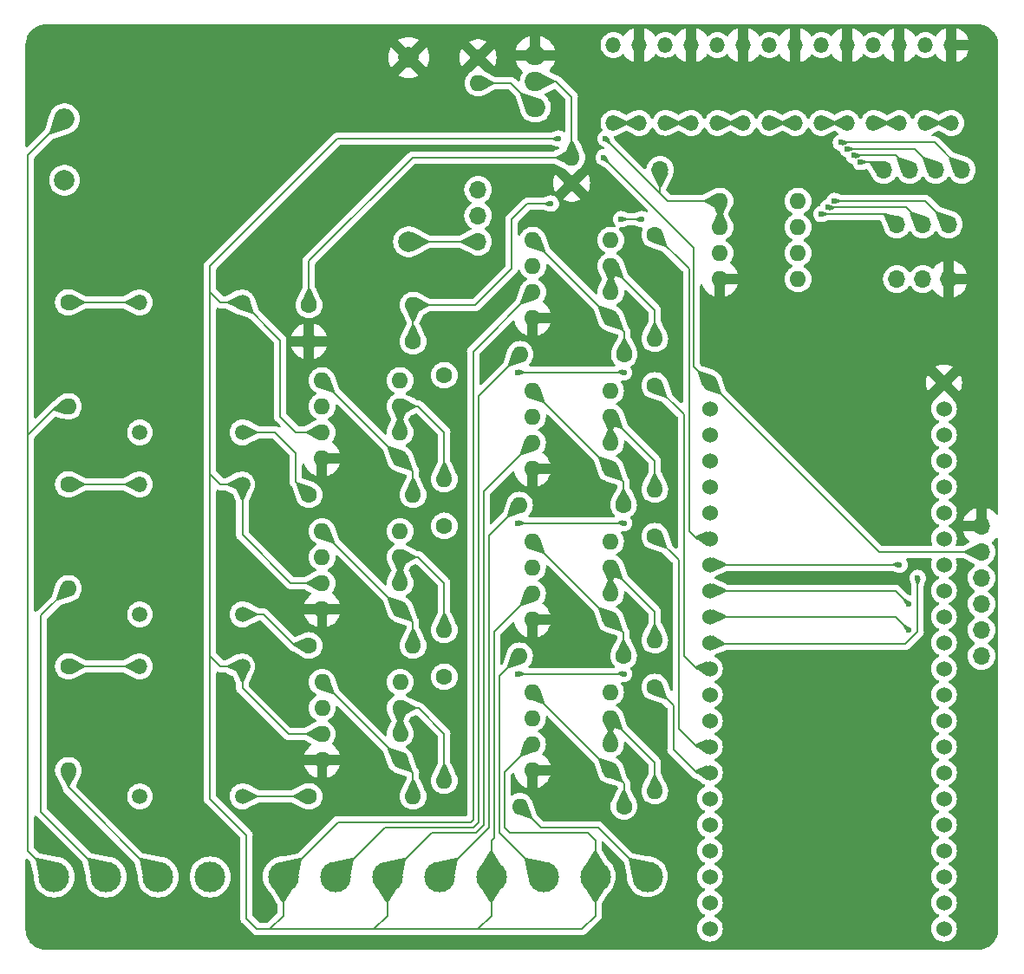
<source format=gbr>
%TF.GenerationSoftware,KiCad,Pcbnew,7.0.10*%
%TF.CreationDate,2024-06-03T10:49:25-03:00*%
%TF.ProjectId,board,626f6172-642e-46b6-9963-61645f706362,1.4*%
%TF.SameCoordinates,Original*%
%TF.FileFunction,Copper,L1,Top*%
%TF.FilePolarity,Positive*%
%FSLAX46Y46*%
G04 Gerber Fmt 4.6, Leading zero omitted, Abs format (unit mm)*
G04 Created by KiCad (PCBNEW 7.0.10) date 2024-06-03 10:49:25*
%MOMM*%
%LPD*%
G01*
G04 APERTURE LIST*
%TA.AperFunction,ComponentPad*%
%ADD10O,1.600000X1.600000*%
%TD*%
%TA.AperFunction,ComponentPad*%
%ADD11O,1.500000X1.500000*%
%TD*%
%TA.AperFunction,ComponentPad*%
%ADD12C,1.600000*%
%TD*%
%TA.AperFunction,ComponentPad*%
%ADD13O,2.000000X2.000000*%
%TD*%
%TA.AperFunction,ComponentPad*%
%ADD14C,2.000000*%
%TD*%
%TA.AperFunction,ComponentPad*%
%ADD15O,1.530000X1.530000*%
%TD*%
%TA.AperFunction,ComponentPad*%
%ADD16C,1.530000*%
%TD*%
%TA.AperFunction,ComponentPad*%
%ADD17O,1.508000X1.508000*%
%TD*%
%TA.AperFunction,ComponentPad*%
%ADD18C,1.508000*%
%TD*%
%TA.AperFunction,ComponentPad*%
%ADD19O,3.000000X3.000000*%
%TD*%
%TA.AperFunction,ComponentPad*%
%ADD20C,3.000000*%
%TD*%
%TA.AperFunction,ComponentPad*%
%ADD21O,1.700000X1.700000*%
%TD*%
%TA.AperFunction,ComponentPad*%
%ADD22O,2.000000X1.905000*%
%TD*%
%TA.AperFunction,ViaPad*%
%ADD23C,0.600000*%
%TD*%
%TA.AperFunction,Conductor*%
%ADD24C,0.200000*%
%TD*%
G04 APERTURE END LIST*
D10*
%TO.P,AMP3,1*%
%TO.N,Net-(AMP3B-+)*%
X128280000Y-106944000D03*
%TO.P,AMP3,2,-*%
%TO.N,TP C-1*%
X128280000Y-109484000D03*
%TO.P,AMP3,3,+*%
%TO.N,TC A-1*%
X128280000Y-112024000D03*
%TO.P,AMP3,4,V-*%
%TO.N,GND*%
X128280000Y-114564000D03*
%TO.P,AMP3,5,+*%
%TO.N,Net-(AMP3B-+)*%
X135900000Y-114564000D03*
%TO.P,AMP3,6,-*%
%TO.N,Net-(AMP3B--)*%
X135900000Y-112024000D03*
%TO.P,AMP3,7*%
X135900000Y-109484000D03*
%TO.P,AMP3,8,V+*%
%TO.N,Vin*%
X135900000Y-106944000D03*
%TD*%
D11*
%TO.P,DZ14,1,K*%
%TO.N,Current N*%
X189738000Y-52324000D03*
%TO.P,DZ14,2,A*%
%TO.N,GND*%
X189738000Y-44704000D03*
%TD*%
D12*
%TO.P,R9,1*%
%TO.N,Net-(AMP4B-+)*%
X157780000Y-74920000D03*
D10*
%TO.P,R9,2*%
%TO.N,TC A-2*%
X147620000Y-74920000D03*
%TD*%
%TO.P,AMP8,1*%
%TO.N,TC A-1*%
X167132000Y-59944000D03*
%TO.P,AMP8,2,-*%
X167132000Y-62484000D03*
%TO.P,AMP8,3,+*%
%TO.N,V1.65*%
X167132000Y-65024000D03*
%TO.P,AMP8,4,V-*%
%TO.N,GND*%
X167132000Y-67564000D03*
%TO.P,AMP8,5*%
%TO.N,N/C*%
X174752000Y-67564000D03*
%TO.P,AMP8,6*%
X174752000Y-65024000D03*
%TO.P,AMP8,7*%
X174752000Y-62484000D03*
%TO.P,AMP8,8,V+*%
%TO.N,Vin*%
X174752000Y-59944000D03*
%TD*%
D11*
%TO.P,DZ2,1,K*%
%TO.N,Wave A*%
X159258000Y-52324000D03*
%TO.P,DZ2,2,A*%
%TO.N,GND*%
X159258000Y-44704000D03*
%TD*%
D12*
%TO.P,R7,1*%
%TO.N,TP B-1*%
X126995000Y-103373000D03*
D10*
%TO.P,R7,2*%
%TO.N,Net-(AMP2B-+)*%
X137155000Y-103373000D03*
%TD*%
D13*
%TO.P,PS1,1,AC/L*%
%TO.N,Line A*%
X103124000Y-51912000D03*
D14*
%TO.P,PS1,2,AC/N*%
%TO.N,Neutral*%
X103124000Y-57912000D03*
%TO.P,PS1,3,-Vout*%
%TO.N,GND*%
X136724000Y-45912000D03*
%TO.P,PS1,4,+Vout*%
%TO.N,Net-(PS1-+Vout)*%
X136724000Y-63912000D03*
%TD*%
D12*
%TO.P,R16,1*%
%TO.N,Current A*%
X160772000Y-63236000D03*
D10*
%TO.P,R16,2*%
%TO.N,Net-(AMP4B--)*%
X160772000Y-73396000D03*
%TD*%
D15*
%TO.P,MCU1,J1_1,3V3*%
%TO.N,Vcc*%
X166136800Y-77694000D03*
D16*
%TO.P,MCU1,J1_2,3V3__1*%
%TO.N,unconnected-(MCU1-3V3__1-PadJ1_2)*%
X166136800Y-80234000D03*
%TO.P,MCU1,J1_3,RST*%
%TO.N,unconnected-(MCU1-RST-PadJ1_3)*%
X166136800Y-82774000D03*
%TO.P,MCU1,J1_4,GPIO4*%
%TO.N,Wave A*%
X166136800Y-85314000D03*
%TO.P,MCU1,J1_5,GPIO5*%
%TO.N,Wave B*%
X166136800Y-87854000D03*
%TO.P,MCU1,J1_6,GPIO6*%
%TO.N,Wave C*%
X166136800Y-90394000D03*
%TO.P,MCU1,J1_7,GPIO7*%
%TO.N,Current A*%
X166136800Y-92934000D03*
%TO.P,MCU1,J1_8,GPIO15*%
%TO.N,CS*%
X166136800Y-95474000D03*
%TO.P,MCU1,J1_9,GPIO16*%
%TO.N,MOSI*%
X166136800Y-98014000D03*
%TO.P,MCU1,J1_10,GPIO17*%
%TO.N,SCK*%
X166136800Y-100554000D03*
%TO.P,MCU1,J1_11,GPIO18*%
%TO.N,MISO*%
X166136800Y-103094000D03*
%TO.P,MCU1,J1_12,GPIO8*%
%TO.N,Current B*%
X166136800Y-105634000D03*
%TO.P,MCU1,J1_13,GPIO3*%
%TO.N,unconnected-(MCU1-GPIO3-PadJ1_13)*%
X166136800Y-108174000D03*
%TO.P,MCU1,J1_14,GPIO46*%
%TO.N,unconnected-(MCU1-GPIO46-PadJ1_14)*%
X166136800Y-110714000D03*
%TO.P,MCU1,J1_15,GPIO9*%
%TO.N,Current C*%
X166136800Y-113254000D03*
%TO.P,MCU1,J1_16,GPIO10*%
%TO.N,Current N*%
X166136800Y-115794000D03*
%TO.P,MCU1,J1_17,GPIO11*%
%TO.N,unconnected-(MCU1-GPIO11-PadJ1_17)*%
X166136800Y-118334000D03*
%TO.P,MCU1,J1_18,GPIO12*%
%TO.N,unconnected-(MCU1-GPIO12-PadJ1_18)*%
X166136800Y-120874000D03*
%TO.P,MCU1,J1_19,GPIO13*%
%TO.N,unconnected-(MCU1-GPIO13-PadJ1_19)*%
X166136800Y-123414000D03*
%TO.P,MCU1,J1_20,GPIO14*%
%TO.N,unconnected-(MCU1-GPIO14-PadJ1_20)*%
X166136800Y-125954000D03*
%TO.P,MCU1,J1_21,5V0*%
%TO.N,unconnected-(MCU1-5V0-PadJ1_21)*%
X166136800Y-128494000D03*
%TO.P,MCU1,J1_22,GND*%
%TO.N,unconnected-(MCU1-GND-PadJ1_22)*%
X166136800Y-131034000D03*
%TO.P,MCU1,J3_1,GND__1*%
%TO.N,GND*%
X188996800Y-77694000D03*
%TO.P,MCU1,J3_2,U0TXD/GPIO43*%
%TO.N,UART TX*%
X188996800Y-80234000D03*
%TO.P,MCU1,J3_3,U0RXD/GPIO44*%
%TO.N,UART RX*%
X188996800Y-82774000D03*
%TO.P,MCU1,J3_4,GPIO1*%
%TO.N,unconnected-(MCU1-GPIO1-PadJ3_4)*%
X188996800Y-85314000D03*
%TO.P,MCU1,J3_5,GPIO2*%
%TO.N,unconnected-(MCU1-GPIO2-PadJ3_5)*%
X188996800Y-87854000D03*
%TO.P,MCU1,J3_6,MTMS/GPIO42*%
%TO.N,unconnected-(MCU1-MTMS{slash}GPIO42-PadJ3_6)*%
X188996800Y-90394000D03*
%TO.P,MCU1,J3_7,MTDI/GPIO41*%
%TO.N,unconnected-(MCU1-MTDI{slash}GPIO41-PadJ3_7)*%
X188996800Y-92934000D03*
%TO.P,MCU1,J3_8,MTDO/GPIO40*%
%TO.N,unconnected-(MCU1-MTDO{slash}GPIO40-PadJ3_8)*%
X188996800Y-95474000D03*
%TO.P,MCU1,J3_9,MTCK/GPIO39*%
%TO.N,unconnected-(MCU1-MTCK{slash}GPIO39-PadJ3_9)*%
X188996800Y-98014000D03*
%TO.P,MCU1,J3_10,GPIO38*%
%TO.N,unconnected-(MCU1-GPIO38-PadJ3_10)*%
X188996800Y-100554000D03*
%TO.P,MCU1,J3_11,GPIO37*%
%TO.N,unconnected-(MCU1-GPIO37-PadJ3_11)*%
X188996800Y-103094000D03*
%TO.P,MCU1,J3_12,GPIO36*%
%TO.N,unconnected-(MCU1-GPIO36-PadJ3_12)*%
X188996800Y-105634000D03*
%TO.P,MCU1,J3_13,GPIO35*%
%TO.N,unconnected-(MCU1-GPIO35-PadJ3_13)*%
X188996800Y-108174000D03*
%TO.P,MCU1,J3_14,GPIO0*%
%TO.N,unconnected-(MCU1-GPIO0-PadJ3_14)*%
X188996800Y-110714000D03*
%TO.P,MCU1,J3_15,GPIO45*%
%TO.N,unconnected-(MCU1-GPIO45-PadJ3_15)*%
X188996800Y-113254000D03*
%TO.P,MCU1,J3_16,GPIO48*%
%TO.N,unconnected-(MCU1-GPIO48-PadJ3_16)*%
X188996800Y-115794000D03*
%TO.P,MCU1,J3_17,GPIO47*%
%TO.N,unconnected-(MCU1-GPIO47-PadJ3_17)*%
X188996800Y-118334000D03*
%TO.P,MCU1,J3_18,GPIO21*%
%TO.N,unconnected-(MCU1-GPIO21-PadJ3_18)*%
X188996800Y-120874000D03*
%TO.P,MCU1,J3_19,USB_D+/GPIO20*%
%TO.N,unconnected-(MCU1-USB_D+{slash}GPIO20-PadJ3_19)*%
X188996800Y-123414000D03*
%TO.P,MCU1,J3_20,USB_D-/GPIO19*%
%TO.N,unconnected-(MCU1-USB_D-{slash}GPIO19-PadJ3_20)*%
X188996800Y-125954000D03*
%TO.P,MCU1,J3_21,GND__2*%
%TO.N,unconnected-(MCU1-GND__2-PadJ3_21)*%
X188996800Y-128494000D03*
%TO.P,MCU1,J3_22,GND__3*%
%TO.N,unconnected-(MCU1-GND__3-PadJ3_22)*%
X188996800Y-131034000D03*
%TD*%
D10*
%TO.P,AMP6,1*%
%TO.N,Net-(AMP6B-+)*%
X148834000Y-93208000D03*
%TO.P,AMP6,2,-*%
%TO.N,TC C-2*%
X148834000Y-95748000D03*
%TO.P,AMP6,3,+*%
%TO.N,TC A-1*%
X148834000Y-98288000D03*
%TO.P,AMP6,4,V-*%
%TO.N,GND*%
X148834000Y-100828000D03*
%TO.P,AMP6,5,+*%
%TO.N,Net-(AMP6B-+)*%
X156454000Y-100828000D03*
%TO.P,AMP6,6,-*%
%TO.N,Net-(AMP6B--)*%
X156454000Y-98288000D03*
%TO.P,AMP6,7*%
X156454000Y-95748000D03*
%TO.P,AMP6,8,V+*%
%TO.N,Vin*%
X156454000Y-93208000D03*
%TD*%
D11*
%TO.P,DZ13,1,K*%
%TO.N,Vcc*%
X187198000Y-44704000D03*
%TO.P,DZ13,2,A*%
%TO.N,Current N*%
X187198000Y-52324000D03*
%TD*%
D10*
%TO.P,AMP4,1*%
%TO.N,Net-(AMP4B-+)*%
X148844000Y-63754000D03*
%TO.P,AMP4,2,-*%
%TO.N,TC A-2*%
X148844000Y-66294000D03*
%TO.P,AMP4,3,+*%
%TO.N,TC A-1*%
X148844000Y-68834000D03*
%TO.P,AMP4,4,V-*%
%TO.N,GND*%
X148844000Y-71374000D03*
%TO.P,AMP4,5,+*%
%TO.N,Net-(AMP4B-+)*%
X156464000Y-71374000D03*
%TO.P,AMP4,6,-*%
%TO.N,Net-(AMP4B--)*%
X156464000Y-68834000D03*
%TO.P,AMP4,7*%
X156464000Y-66294000D03*
%TO.P,AMP4,8,V+*%
%TO.N,Vin*%
X156464000Y-63754000D03*
%TD*%
D12*
%TO.P,R17,1*%
%TO.N,Current B*%
X160772000Y-77968000D03*
D10*
%TO.P,R17,2*%
%TO.N,Net-(AMP5B--)*%
X160772000Y-88128000D03*
%TD*%
D11*
%TO.P,DZ6,1,K*%
%TO.N,Wave C*%
X169418000Y-52329000D03*
%TO.P,DZ6,2,A*%
%TO.N,GND*%
X169418000Y-44709000D03*
%TD*%
%TO.P,DZ5,1,K*%
%TO.N,Vcc*%
X166878000Y-44704000D03*
%TO.P,DZ5,2,A*%
%TO.N,Wave C*%
X166878000Y-52324000D03*
%TD*%
D17*
%TO.P,TP1,1*%
%TO.N,Net-(R3-Pad1)*%
X110490000Y-69850000D03*
D18*
%TO.P,TP1,2*%
%TO.N,Neutral*%
X110490000Y-82550000D03*
%TO.P,TP1,3*%
%TO.N,TP A-1*%
X120490000Y-82550000D03*
%TO.P,TP1,4*%
%TO.N,TC A-1*%
X120490000Y-69850000D03*
%TD*%
D19*
%TO.P,J6,1,Pin_1*%
%TO.N,TC A-1*%
X154960800Y-125954000D03*
D20*
%TO.P,J6,2,Pin_2*%
%TO.N,TC N-2*%
X160040800Y-125954000D03*
%TD*%
D21*
%TO.P,P1,1,Pin_1*%
%TO.N,GND*%
X189484000Y-67564000D03*
%TO.P,P1,2,Pin_2*%
%TO.N,UART TX*%
X186944000Y-67564000D03*
%TO.P,P1,3,Pin_3*%
%TO.N,UART RX*%
X184404000Y-67564000D03*
%TD*%
D12*
%TO.P,R2,1*%
%TO.N,V1.65*%
X137160000Y-73660000D03*
D10*
%TO.P,R2,2*%
%TO.N,GND*%
X127000000Y-73660000D03*
%TD*%
D12*
%TO.P,R18,1*%
%TO.N,Current C*%
X160772000Y-92700000D03*
D10*
%TO.P,R18,2*%
%TO.N,Net-(AMP6B--)*%
X160772000Y-102860000D03*
%TD*%
D12*
%TO.P,R11,1*%
%TO.N,Net-(AMP6B-+)*%
X157724000Y-104384000D03*
D10*
%TO.P,R11,2*%
%TO.N,TC C-2*%
X147564000Y-104384000D03*
%TD*%
D11*
%TO.P,DZ11,1,K*%
%TO.N,Vcc*%
X182118000Y-44704000D03*
%TO.P,DZ11,2,A*%
%TO.N,Current C*%
X182118000Y-52324000D03*
%TD*%
D21*
%TO.P,SW1,1,C*%
%TO.N,unconnected-(SW1-C-Pad1)*%
X143510000Y-58832000D03*
%TO.P,SW1,2,B*%
%TO.N,Vin*%
X143510000Y-61372000D03*
%TO.P,SW1,3,A*%
%TO.N,Net-(PS1-+Vout)*%
X143510000Y-63912000D03*
%TD*%
D12*
%TO.P,R6,1*%
%TO.N,TP A-1*%
X127000000Y-88646000D03*
D10*
%TO.P,R6,2*%
%TO.N,Net-(AMP1B-+)*%
X137160000Y-88646000D03*
%TD*%
D11*
%TO.P,DZ3,1,K*%
%TO.N,Vcc*%
X161798000Y-44694000D03*
%TO.P,DZ3,2,A*%
%TO.N,Wave B*%
X161798000Y-52314000D03*
%TD*%
D12*
%TO.P,R10,1*%
%TO.N,Net-(AMP5B-+)*%
X157714000Y-89642000D03*
D10*
%TO.P,R10,2*%
%TO.N,TC B-2*%
X147554000Y-89642000D03*
%TD*%
D17*
%TO.P,TP2,1*%
%TO.N,Net-(R4-Pad1)*%
X110490000Y-87630000D03*
D18*
%TO.P,TP2,2*%
%TO.N,Neutral*%
X110490000Y-100330000D03*
%TO.P,TP2,3*%
%TO.N,TP B-1*%
X120490000Y-100330000D03*
%TO.P,TP2,4*%
%TO.N,TC A-1*%
X120490000Y-87630000D03*
%TD*%
D12*
%TO.P,R3,1*%
%TO.N,Net-(R3-Pad1)*%
X103505000Y-69850000D03*
D10*
%TO.P,R3,2*%
%TO.N,Line A*%
X103505000Y-80010000D03*
%TD*%
D12*
%TO.P,R12,1*%
%TO.N,Net-(AMP7B-+)*%
X157754800Y-119096000D03*
D10*
%TO.P,R12,2*%
%TO.N,TC N-2*%
X147594800Y-119096000D03*
%TD*%
D11*
%TO.P,DZ12,1,K*%
%TO.N,Current C*%
X184658000Y-52329000D03*
%TO.P,DZ12,2,A*%
%TO.N,GND*%
X184658000Y-44709000D03*
%TD*%
D10*
%TO.P,C2,1*%
%TO.N,Vcc*%
X152654000Y-55690888D03*
D12*
%TO.P,C2,2*%
%TO.N,GND*%
X152654000Y-58190888D03*
%TD*%
D19*
%TO.P,J3,1,Pin_1*%
%TO.N,TC A-1*%
X124480800Y-125954000D03*
D20*
%TO.P,J3,2,Pin_2*%
%TO.N,TC A-2*%
X129560800Y-125954000D03*
%TD*%
D19*
%TO.P,J1,1,Pin_1*%
%TO.N,Line A*%
X102108000Y-125984000D03*
D20*
%TO.P,J1,2,Pin_2*%
%TO.N,Line B*%
X107188000Y-125984000D03*
%TD*%
D12*
%TO.P,R19,1*%
%TO.N,Current N*%
X160772000Y-107432000D03*
D10*
%TO.P,R19,2*%
%TO.N,Net-(AMP7B--)*%
X160772000Y-117592000D03*
%TD*%
D21*
%TO.P,P4,1,Pin_1*%
%TO.N,Wave C*%
X189484707Y-62230707D03*
%TO.P,P4,2,Pin_2*%
%TO.N,Wave B*%
X186944707Y-62230707D03*
%TO.P,P4,3,Pin_3*%
%TO.N,Wave A*%
X184404707Y-62230707D03*
%TD*%
D12*
%TO.P,R15,1*%
%TO.N,Wave C*%
X140208000Y-106426000D03*
D10*
%TO.P,R15,2*%
%TO.N,Net-(AMP3B--)*%
X140208000Y-116586000D03*
%TD*%
D11*
%TO.P,DZ9,1,K*%
%TO.N,Vcc*%
X177038000Y-44699000D03*
%TO.P,DZ9,2,A*%
%TO.N,Current B*%
X177038000Y-52319000D03*
%TD*%
%TO.P,DZ7,1,K*%
%TO.N,Vcc*%
X171958000Y-44699000D03*
%TO.P,DZ7,2,A*%
%TO.N,Current A*%
X171958000Y-52319000D03*
%TD*%
D19*
%TO.P,J5,1,Pin_1*%
%TO.N,TC A-1*%
X144800800Y-125954000D03*
D20*
%TO.P,J5,2,Pin_2*%
%TO.N,TC C-2*%
X149880800Y-125954000D03*
%TD*%
D21*
%TO.P,P5,1,Pin_1*%
%TO.N,GND*%
X192659000Y-91694000D03*
%TO.P,P5,2,Pin_2*%
%TO.N,Vcc*%
X192659000Y-94234000D03*
%TO.P,P5,3,Pin_3*%
%TO.N,MISO*%
X192659000Y-96774000D03*
%TO.P,P5,4,Pin_4*%
%TO.N,MOSI*%
X192659000Y-99314000D03*
%TO.P,P5,5,Pin_5*%
%TO.N,SCK*%
X192659000Y-101854000D03*
%TO.P,P5,6,Pin_6*%
%TO.N,CS*%
X192659000Y-104394000D03*
%TD*%
D11*
%TO.P,DZ4,1,K*%
%TO.N,Wave B*%
X164338000Y-52324000D03*
%TO.P,DZ4,2,A*%
%TO.N,GND*%
X164338000Y-44704000D03*
%TD*%
D21*
%TO.P,P3,1,Pin_1*%
%TO.N,Current A*%
X190755000Y-56896000D03*
%TO.P,P3,2,Pin_2*%
%TO.N,Current B*%
X188215000Y-56896000D03*
%TO.P,P3,3,Pin_3*%
%TO.N,Current C*%
X185675000Y-56896000D03*
%TO.P,P3,4,Pin_4*%
%TO.N,Current N*%
X183135000Y-56896000D03*
%TD*%
D12*
%TO.P,R13,1*%
%TO.N,Wave A*%
X140208000Y-76962000D03*
D10*
%TO.P,R13,2*%
%TO.N,Net-(AMP1B--)*%
X140208000Y-87122000D03*
%TD*%
D17*
%TO.P,TP3,1*%
%TO.N,Net-(R5-Pad1)*%
X110490000Y-105410000D03*
D18*
%TO.P,TP3,2*%
%TO.N,Neutral*%
X110490000Y-118110000D03*
%TO.P,TP3,3*%
%TO.N,TP C-1*%
X120490000Y-118110000D03*
%TO.P,TP3,4*%
%TO.N,TC A-1*%
X120490000Y-105410000D03*
%TD*%
D11*
%TO.P,DZ1,1,K*%
%TO.N,Vcc*%
X156718000Y-44699000D03*
%TO.P,DZ1,2,A*%
%TO.N,Wave A*%
X156718000Y-52319000D03*
%TD*%
D10*
%TO.P,C1,1*%
%TO.N,Vin*%
X143510000Y-48427000D03*
D12*
%TO.P,C1,2*%
%TO.N,GND*%
X143510000Y-45927000D03*
%TD*%
%TO.P,R8,1*%
%TO.N,TP C-1*%
X127000000Y-118110000D03*
D10*
%TO.P,R8,2*%
%TO.N,Net-(AMP3B-+)*%
X137160000Y-118110000D03*
%TD*%
D19*
%TO.P,J2,1,Pin_1*%
%TO.N,Line C*%
X112268000Y-125984000D03*
D20*
%TO.P,J2,2,Pin_2*%
%TO.N,Neutral*%
X117348000Y-125984000D03*
%TD*%
D21*
%TO.P,P2,1,Pin_1*%
%TO.N,TC A-1*%
X161290000Y-56896000D03*
%TD*%
D22*
%TO.P,PS2,1,GND*%
%TO.N,GND*%
X149098000Y-45720000D03*
%TO.P,PS2,2,VO*%
%TO.N,Vcc*%
X149098000Y-48260000D03*
%TO.P,PS2,3,VI*%
%TO.N,Vin*%
X149098000Y-50800000D03*
%TD*%
D12*
%TO.P,R14,1*%
%TO.N,Wave B*%
X140203000Y-91689000D03*
D10*
%TO.P,R14,2*%
%TO.N,Net-(AMP2B--)*%
X140203000Y-101849000D03*
%TD*%
D11*
%TO.P,DZ8,1,K*%
%TO.N,Current A*%
X174498000Y-52324000D03*
%TO.P,DZ8,2,A*%
%TO.N,GND*%
X174498000Y-44704000D03*
%TD*%
%TO.P,DZ10,1,K*%
%TO.N,Current B*%
X179578000Y-52324000D03*
%TO.P,DZ10,2,A*%
%TO.N,GND*%
X179578000Y-44704000D03*
%TD*%
D12*
%TO.P,R4,1*%
%TO.N,Net-(R4-Pad1)*%
X103505000Y-87630000D03*
D10*
%TO.P,R4,2*%
%TO.N,Line B*%
X103505000Y-97790000D03*
%TD*%
D12*
%TO.P,R5,1*%
%TO.N,Net-(R5-Pad1)*%
X103505000Y-105410000D03*
D10*
%TO.P,R5,2*%
%TO.N,Line C*%
X103505000Y-115570000D03*
%TD*%
%TO.P,AMP7,1*%
%TO.N,Net-(AMP7B-+)*%
X148824000Y-107930000D03*
%TO.P,AMP7,2,-*%
%TO.N,TC N-2*%
X148824000Y-110470000D03*
%TO.P,AMP7,3,+*%
%TO.N,TC A-1*%
X148824000Y-113010000D03*
%TO.P,AMP7,4,V-*%
%TO.N,GND*%
X148824000Y-115550000D03*
%TO.P,AMP7,5,+*%
%TO.N,Net-(AMP7B-+)*%
X156444000Y-115550000D03*
%TO.P,AMP7,6,-*%
%TO.N,Net-(AMP7B--)*%
X156444000Y-113010000D03*
%TO.P,AMP7,7*%
X156444000Y-110470000D03*
%TO.P,AMP7,8,V+*%
%TO.N,Vin*%
X156444000Y-107930000D03*
%TD*%
%TO.P,AMP5,1*%
%TO.N,Net-(AMP5B-+)*%
X148834000Y-78476000D03*
%TO.P,AMP5,2,-*%
%TO.N,TC B-2*%
X148834000Y-81016000D03*
%TO.P,AMP5,3,+*%
%TO.N,TC A-1*%
X148834000Y-83556000D03*
%TO.P,AMP5,4,V-*%
%TO.N,GND*%
X148834000Y-86096000D03*
%TO.P,AMP5,5,+*%
%TO.N,Net-(AMP5B-+)*%
X156454000Y-86096000D03*
%TO.P,AMP5,6,-*%
%TO.N,Net-(AMP5B--)*%
X156454000Y-83556000D03*
%TO.P,AMP5,7*%
X156454000Y-81016000D03*
%TO.P,AMP5,8,V+*%
%TO.N,Vin*%
X156454000Y-78476000D03*
%TD*%
D12*
%TO.P,R1,1*%
%TO.N,Vcc*%
X127000000Y-70104000D03*
D10*
%TO.P,R1,2*%
%TO.N,V1.65*%
X137160000Y-70104000D03*
%TD*%
D19*
%TO.P,J4,1,Pin_1*%
%TO.N,TC A-1*%
X134640800Y-125954000D03*
D20*
%TO.P,J4,2,Pin_2*%
%TO.N,TC B-2*%
X139720800Y-125954000D03*
%TD*%
D10*
%TO.P,AMP2,1*%
%TO.N,Net-(AMP2B-+)*%
X128275000Y-92207000D03*
%TO.P,AMP2,2,-*%
%TO.N,TP B-1*%
X128275000Y-94747000D03*
%TO.P,AMP2,3,+*%
%TO.N,TC A-1*%
X128275000Y-97287000D03*
%TO.P,AMP2,4,V-*%
%TO.N,GND*%
X128275000Y-99827000D03*
%TO.P,AMP2,5,+*%
%TO.N,Net-(AMP2B-+)*%
X135895000Y-99827000D03*
%TO.P,AMP2,6,-*%
%TO.N,Net-(AMP2B--)*%
X135895000Y-97287000D03*
%TO.P,AMP2,7*%
X135895000Y-94747000D03*
%TO.P,AMP2,8,V+*%
%TO.N,Vin*%
X135895000Y-92207000D03*
%TD*%
%TO.P,AMP1,1*%
%TO.N,Net-(AMP1B-+)*%
X128270000Y-77470000D03*
%TO.P,AMP1,2,-*%
%TO.N,TP A-1*%
X128270000Y-80010000D03*
%TO.P,AMP1,3,+*%
%TO.N,TC A-1*%
X128270000Y-82550000D03*
%TO.P,AMP1,4,V-*%
%TO.N,GND*%
X128270000Y-85090000D03*
%TO.P,AMP1,5,+*%
%TO.N,Net-(AMP1B-+)*%
X135890000Y-85090000D03*
%TO.P,AMP1,6,-*%
%TO.N,Net-(AMP1B--)*%
X135890000Y-82550000D03*
%TO.P,AMP1,7*%
X135890000Y-80010000D03*
%TO.P,AMP1,8,V+*%
%TO.N,Vin*%
X135890000Y-77470000D03*
%TD*%
D23*
%TO.N,Vcc*%
X155766888Y-55690888D03*
%TO.N,Current A*%
X178943000Y-54229000D03*
%TO.N,Current B*%
X179578000Y-54864000D03*
%TO.N,Current C*%
X180213000Y-55499000D03*
%TO.N,Current N*%
X180848000Y-56134000D03*
%TO.N,TC A-1*%
X151384000Y-53848000D03*
X155956000Y-53848000D03*
%TO.N,V1.65*%
X150622000Y-60198000D03*
X157480000Y-61722000D03*
X159512000Y-61722000D03*
%TO.N,Wave A*%
X177038000Y-61214000D03*
X147340800Y-76678000D03*
X157754800Y-76678000D03*
%TO.N,Wave B*%
X157754800Y-91410000D03*
X147340800Y-91410000D03*
X177673000Y-60579000D03*
%TO.N,Wave C*%
X178308000Y-59944000D03*
X157754800Y-106142000D03*
X147340800Y-106142000D03*
%TO.N,CS*%
X184658000Y-95474000D03*
%TO.N,MOSI*%
X185547000Y-99314000D03*
%TO.N,SCK*%
X185547000Y-101854000D03*
%TO.N,MISO*%
X186436000Y-96774000D03*
%TD*%
D24*
%TO.N,Line B*%
X100838000Y-100457000D02*
X103505000Y-97790000D01*
X107188000Y-125984000D02*
X100838000Y-119634000D01*
X100838000Y-119634000D02*
X100838000Y-100457000D01*
%TO.N,Line A*%
X99568000Y-82804000D02*
X99568000Y-55468000D01*
X99568000Y-123444000D02*
X102108000Y-125984000D01*
X102362000Y-80010000D02*
X99568000Y-82804000D01*
X99568000Y-82804000D02*
X99568000Y-123444000D01*
X103505000Y-80010000D02*
X102362000Y-80010000D01*
X99568000Y-55468000D02*
X103124000Y-51912000D01*
%TO.N,Line C*%
X103505000Y-115570000D02*
X103505000Y-117221000D01*
X103505000Y-117221000D02*
X112268000Y-125984000D01*
%TO.N,Net-(R3-Pad1)*%
X103505000Y-69850000D02*
X110490000Y-69850000D01*
%TO.N,Net-(R4-Pad1)*%
X103505000Y-87630000D02*
X110490000Y-87630000D01*
%TO.N,Net-(R5-Pad1)*%
X103505000Y-105410000D02*
X110490000Y-105410000D01*
%TO.N,Vcc*%
X152654000Y-49784000D02*
X151130000Y-48260000D01*
X182676800Y-94234000D02*
X192659000Y-94234000D01*
X151130000Y-48260000D02*
X149098000Y-48260000D01*
X166136800Y-77694000D02*
X182676800Y-94234000D01*
X155766888Y-55690888D02*
X164592000Y-64516000D01*
X164592000Y-76149200D02*
X166136800Y-77694000D01*
X152654000Y-55690888D02*
X137095112Y-55690888D01*
X127000000Y-65786000D02*
X127000000Y-70104000D01*
X152654000Y-55690888D02*
X152654000Y-49784000D01*
X137095112Y-55690888D02*
X127000000Y-65786000D01*
X164592000Y-64516000D02*
X164592000Y-76149200D01*
%TO.N,GND*%
X188976000Y-77673200D02*
X188996800Y-77694000D01*
%TO.N,Current A*%
X178943000Y-54229000D02*
X188087000Y-54229000D01*
X164104800Y-92172000D02*
X164104800Y-66568800D01*
X174498000Y-52324000D02*
X171963000Y-52324000D01*
X164104800Y-66568800D02*
X160772000Y-63236000D01*
X164866800Y-92934000D02*
X164104800Y-92172000D01*
X171963000Y-52324000D02*
X171958000Y-52319000D01*
X166136800Y-92934000D02*
X164866800Y-92934000D01*
X188087000Y-54229000D02*
X190754000Y-56896000D01*
%TO.N,Current B*%
X163596800Y-80792800D02*
X160772000Y-77968000D01*
X186182000Y-54864000D02*
X188214000Y-56896000D01*
X179578000Y-54864000D02*
X186182000Y-54864000D01*
X164866800Y-105634000D02*
X163596800Y-104364000D01*
X165628800Y-105634000D02*
X164866800Y-105634000D01*
X177038000Y-52319000D02*
X179573000Y-52319000D01*
X163596800Y-104364000D02*
X163596800Y-80792800D01*
%TO.N,Current C*%
X164866800Y-113254000D02*
X163088800Y-111476000D01*
X163088800Y-95016800D02*
X160772000Y-92700000D01*
X166136800Y-113254000D02*
X164866800Y-113254000D01*
X180213000Y-55499000D02*
X184277000Y-55499000D01*
X182123000Y-52329000D02*
X182118000Y-52324000D01*
X184277000Y-55499000D02*
X185674000Y-56896000D01*
X184658000Y-52329000D02*
X182123000Y-52329000D01*
X163088800Y-111476000D02*
X163088800Y-95016800D01*
%TO.N,Current N*%
X189738000Y-52324000D02*
X187198000Y-52324000D01*
X162580800Y-109240800D02*
X160772000Y-107432000D01*
X164866800Y-115794000D02*
X162580800Y-113508000D01*
X180848000Y-56134000D02*
X182372000Y-56134000D01*
X182372000Y-56134000D02*
X183134000Y-56896000D01*
X166136800Y-115794000D02*
X164866800Y-115794000D01*
X162580800Y-113508000D02*
X162580800Y-109240800D01*
%TO.N,TC A-2*%
X134386800Y-121128000D02*
X143022800Y-121128000D01*
X143022800Y-121128000D02*
X143530800Y-120620000D01*
X143530800Y-79009200D02*
X147620000Y-74920000D01*
X129560800Y-125954000D02*
X134386800Y-121128000D01*
X143530800Y-120620000D02*
X143530800Y-79009200D01*
%TO.N,TC A-1*%
X144800800Y-125954000D02*
X144800800Y-122398000D01*
X157988000Y-55880000D02*
X155956000Y-53848000D01*
X118364000Y-87630000D02*
X117348000Y-86614000D01*
X128280000Y-112024000D02*
X124978000Y-112024000D01*
X134640800Y-129773200D02*
X133350000Y-131064000D01*
X143276800Y-121636000D02*
X144038800Y-120874000D01*
X154198800Y-121636000D02*
X146578800Y-121636000D01*
X125227000Y-97287000D02*
X120490000Y-92550000D01*
X146578800Y-121636000D02*
X146070800Y-121128000D01*
X146070800Y-121128000D02*
X146070800Y-115763200D01*
X167132000Y-59944000D02*
X162052000Y-59944000D01*
X118364000Y-105410000D02*
X117348000Y-104394000D01*
X146070800Y-115763200D02*
X148824000Y-113010000D01*
X124480800Y-125954000D02*
X124480800Y-129773200D01*
X154960800Y-129773200D02*
X154960800Y-125954000D01*
X167132000Y-59944000D02*
X167132000Y-62484000D01*
X145054800Y-122144000D02*
X145054800Y-102067200D01*
X161290000Y-59182000D02*
X157988000Y-55880000D01*
X117348000Y-118364000D02*
X120904000Y-121920000D01*
X138958800Y-121636000D02*
X143276800Y-121636000D01*
X124206000Y-73566000D02*
X120490000Y-69850000D01*
X121920000Y-131064000D02*
X123190000Y-131064000D01*
X117348000Y-86614000D02*
X117348000Y-68834000D01*
X134640800Y-125954000D02*
X138958800Y-121636000D01*
X128275000Y-97287000D02*
X125227000Y-97287000D01*
X133350000Y-131064000D02*
X143510000Y-131064000D01*
X124480800Y-129773200D02*
X123190000Y-131064000D01*
X120490000Y-107536000D02*
X120490000Y-105410000D01*
X145054800Y-102067200D02*
X148834000Y-98288000D01*
X128270000Y-82550000D02*
X125730000Y-82550000D01*
X129794000Y-53848000D02*
X117348000Y-66294000D01*
X144800800Y-129773200D02*
X143510000Y-131064000D01*
X143022800Y-120366000D02*
X143022800Y-74655200D01*
X120490000Y-92550000D02*
X120490000Y-87630000D01*
X134640800Y-125954000D02*
X134640800Y-129773200D01*
X154960800Y-125954000D02*
X154960800Y-122398000D01*
X161290000Y-56896000D02*
X161290000Y-59182000D01*
X153670000Y-131064000D02*
X154960800Y-129773200D01*
X120490000Y-87630000D02*
X118364000Y-87630000D01*
X124978000Y-112024000D02*
X120490000Y-107536000D01*
X117348000Y-104394000D02*
X117348000Y-118364000D01*
X120490000Y-105410000D02*
X118364000Y-105410000D01*
X144038800Y-88351200D02*
X148834000Y-83556000D01*
X144038800Y-120874000D02*
X144038800Y-88351200D01*
X120490000Y-69850000D02*
X118364000Y-69850000D01*
X129814800Y-120620000D02*
X142768800Y-120620000D01*
X117348000Y-104394000D02*
X117348000Y-86614000D01*
X120904000Y-130048000D02*
X121920000Y-131064000D01*
X151384000Y-53848000D02*
X129794000Y-53848000D01*
X123190000Y-131064000D02*
X133350000Y-131064000D01*
X117348000Y-68834000D02*
X117348000Y-66294000D01*
X162052000Y-59944000D02*
X161290000Y-59182000D01*
X124206000Y-81026000D02*
X124206000Y-73566000D01*
X142768800Y-120620000D02*
X143022800Y-120366000D01*
X118364000Y-69850000D02*
X117348000Y-68834000D01*
X143022800Y-74655200D02*
X148844000Y-68834000D01*
X144800800Y-125954000D02*
X144800800Y-129773200D01*
X144800800Y-122398000D02*
X145054800Y-122144000D01*
X120904000Y-121920000D02*
X120904000Y-130048000D01*
X124480800Y-125954000D02*
X129814800Y-120620000D01*
X154960800Y-122398000D02*
X154198800Y-121636000D01*
X125730000Y-82550000D02*
X124206000Y-81026000D01*
X143510000Y-131064000D02*
X153670000Y-131064000D01*
%TO.N,TP A-1*%
X123698000Y-82550000D02*
X120490000Y-82550000D01*
X125730000Y-87376000D02*
X125730000Y-84582000D01*
X127000000Y-88646000D02*
X125730000Y-87376000D01*
X125730000Y-84582000D02*
X123698000Y-82550000D01*
%TO.N,TP C-1*%
X120490000Y-118110000D02*
X127000000Y-118110000D01*
%TO.N,TP B-1*%
X125598000Y-103373000D02*
X126995000Y-103373000D01*
X122555000Y-100330000D02*
X125598000Y-103373000D01*
X120490000Y-100330000D02*
X122555000Y-100330000D01*
%TO.N,V1.65*%
X137160000Y-70104000D02*
X137160000Y-73660000D01*
X150622000Y-60198000D02*
X148336000Y-60198000D01*
X157480000Y-61722000D02*
X159512000Y-61722000D01*
X146812000Y-61722000D02*
X146812000Y-66548000D01*
X148336000Y-60198000D02*
X146812000Y-61722000D01*
X143256000Y-70104000D02*
X137160000Y-70104000D01*
X146812000Y-66548000D02*
X143256000Y-70104000D01*
%TO.N,TC B-2*%
X144546800Y-92649200D02*
X147554000Y-89642000D01*
X139720800Y-125954000D02*
X144546800Y-121128000D01*
X144546800Y-121128000D02*
X144546800Y-92649200D01*
%TO.N,Wave A*%
X156723000Y-52324000D02*
X156718000Y-52319000D01*
X183388000Y-61214000D02*
X184404000Y-62230000D01*
X147340800Y-76678000D02*
X157754800Y-76678000D01*
X177038000Y-61214000D02*
X183388000Y-61214000D01*
X159258000Y-52324000D02*
X156723000Y-52324000D01*
%TO.N,Wave B*%
X185293000Y-60579000D02*
X186944000Y-62230000D01*
X177673000Y-60579000D02*
X185293000Y-60579000D01*
X147340800Y-91410000D02*
X157754800Y-91410000D01*
X164338000Y-52324000D02*
X161808000Y-52324000D01*
X161808000Y-52324000D02*
X161798000Y-52314000D01*
%TO.N,Wave C*%
X169418000Y-52329000D02*
X166883000Y-52329000D01*
X187198000Y-59944000D02*
X189484000Y-62230000D01*
X178308000Y-59944000D02*
X187198000Y-59944000D01*
X147340800Y-106142000D02*
X157754800Y-106142000D01*
X166883000Y-52329000D02*
X166878000Y-52324000D01*
%TO.N,CS*%
X184658000Y-95474000D02*
X166136800Y-95474000D01*
%TO.N,MOSI*%
X166136800Y-98014000D02*
X184247000Y-98014000D01*
X184247000Y-98014000D02*
X185547000Y-99314000D01*
%TO.N,SCK*%
X184247000Y-100554000D02*
X185547000Y-101854000D01*
X166136800Y-100554000D02*
X184247000Y-100554000D01*
%TO.N,MISO*%
X185227750Y-103221000D02*
X186436000Y-102012750D01*
X166136800Y-103221000D02*
X185227750Y-103221000D01*
X186436000Y-102012750D02*
X186436000Y-96774000D01*
%TO.N,TC N-2*%
X149626800Y-121128000D02*
X147594800Y-119096000D01*
X155214800Y-121128000D02*
X149626800Y-121128000D01*
X160040800Y-125954000D02*
X155214800Y-121128000D01*
%TO.N,Vin*%
X146725000Y-48427000D02*
X149098000Y-50800000D01*
X143510000Y-48427000D02*
X146725000Y-48427000D01*
%TO.N,TC C-2*%
X149880800Y-125954000D02*
X145562800Y-121636000D01*
X145562800Y-106385200D02*
X147564000Y-104384000D01*
X145562800Y-121636000D02*
X145562800Y-106385200D01*
%TO.N,Net-(PS1-+Vout)*%
X136724000Y-63912000D02*
X143510000Y-63912000D01*
%TO.N,Net-(AMP1B-+)*%
X128270000Y-77470000D02*
X135890000Y-85090000D01*
X137160000Y-88646000D02*
X137160000Y-86360000D01*
X137160000Y-86360000D02*
X135890000Y-85090000D01*
%TO.N,Net-(AMP1B--)*%
X140208000Y-82550000D02*
X137668000Y-80010000D01*
X135890000Y-82550000D02*
X135890000Y-80010000D01*
X137668000Y-80010000D02*
X135890000Y-80010000D01*
X140208000Y-87122000D02*
X140208000Y-82550000D01*
%TO.N,Net-(AMP2B-+)*%
X137155000Y-103373000D02*
X137155000Y-101087000D01*
X128275000Y-92207000D02*
X135895000Y-99827000D01*
X137155000Y-101087000D02*
X135895000Y-99827000D01*
%TO.N,Net-(AMP2B--)*%
X140203000Y-97277000D02*
X137673000Y-94747000D01*
X137673000Y-94747000D02*
X135895000Y-94747000D01*
X135895000Y-94747000D02*
X135895000Y-97287000D01*
X140203000Y-101849000D02*
X140203000Y-97277000D01*
%TO.N,Net-(AMP3B-+)*%
X137160000Y-118110000D02*
X137160000Y-115824000D01*
X128280000Y-106944000D02*
X135900000Y-114564000D01*
X137160000Y-115824000D02*
X135900000Y-114564000D01*
%TO.N,Net-(AMP3B--)*%
X140208000Y-112014000D02*
X137678000Y-109484000D01*
X135900000Y-112024000D02*
X135900000Y-109484000D01*
X140208000Y-116586000D02*
X140208000Y-112014000D01*
X137678000Y-109484000D02*
X135900000Y-109484000D01*
%TO.N,Net-(AMP4B-+)*%
X157780000Y-72690000D02*
X156464000Y-71374000D01*
X156464000Y-71374000D02*
X148844000Y-63754000D01*
X157780000Y-74920000D02*
X157780000Y-72690000D01*
%TO.N,Net-(AMP4B--)*%
X160772000Y-70602000D02*
X156464000Y-66294000D01*
X156464000Y-68834000D02*
X156464000Y-66294000D01*
X160772000Y-73396000D02*
X160772000Y-70602000D01*
%TO.N,Net-(AMP5B-+)*%
X157714000Y-89642000D02*
X157714000Y-87356000D01*
X157714000Y-87356000D02*
X156454000Y-86096000D01*
X148834000Y-78476000D02*
X156454000Y-86096000D01*
%TO.N,Net-(AMP5B--)*%
X160772000Y-85334000D02*
X156454000Y-81016000D01*
X160772000Y-88128000D02*
X160772000Y-85334000D01*
X156454000Y-83556000D02*
X156454000Y-81016000D01*
%TO.N,Net-(AMP6B-+)*%
X148834000Y-93208000D02*
X156454000Y-100828000D01*
X157724000Y-104384000D02*
X157724000Y-102098000D01*
X157724000Y-102098000D02*
X156454000Y-100828000D01*
%TO.N,Net-(AMP6B--)*%
X160772000Y-100066000D02*
X156454000Y-95748000D01*
X160772000Y-102860000D02*
X160772000Y-100066000D01*
X156454000Y-98288000D02*
X156454000Y-95748000D01*
%TO.N,Net-(AMP7B-+)*%
X157754800Y-119096000D02*
X157754800Y-116860800D01*
X148824000Y-107930000D02*
X156444000Y-115550000D01*
X157754800Y-116860800D02*
X156444000Y-115550000D01*
%TO.N,Net-(AMP7B--)*%
X156444000Y-113010000D02*
X156444000Y-110470000D01*
X160772000Y-114798000D02*
X156444000Y-110470000D01*
X160772000Y-117592000D02*
X160772000Y-114798000D01*
%TD*%
%TA.AperFunction,Conductor*%
%TO.N,TC N-2*%
G36*
X148331317Y-118794628D02*
G01*
X148337642Y-118800967D01*
X148337909Y-118801678D01*
X148794548Y-120149773D01*
X148793956Y-120158709D01*
X148791739Y-120161800D01*
X148660600Y-120292939D01*
X148652327Y-120296366D01*
X148648573Y-120295748D01*
X147300478Y-119839109D01*
X147293742Y-119833209D01*
X147293150Y-119824273D01*
X147293404Y-119823595D01*
X147592238Y-119099785D01*
X147598562Y-119093448D01*
X147598564Y-119093446D01*
X148322365Y-118794617D01*
X148331317Y-118794628D01*
G37*
%TD.AperFunction*%
%TD*%
%TA.AperFunction,Conductor*%
%TO.N,Net-(AMP6B--)*%
G36*
X160873003Y-101263427D02*
G01*
X160875220Y-101266518D01*
X161505574Y-102542658D01*
X161506166Y-102551594D01*
X161500266Y-102558330D01*
X161499574Y-102558644D01*
X160776490Y-102859134D01*
X160767536Y-102859144D01*
X160044425Y-102558644D01*
X160038100Y-102552305D01*
X160038111Y-102543350D01*
X160038415Y-102542678D01*
X160668780Y-101266517D01*
X160675516Y-101260618D01*
X160679270Y-101260000D01*
X160864730Y-101260000D01*
X160873003Y-101263427D01*
G37*
%TD.AperFunction*%
%TD*%
%TA.AperFunction,Conductor*%
%TO.N,TC C-2*%
G36*
X148202994Y-124129877D02*
G01*
X149797908Y-124463879D01*
X149805302Y-124468928D01*
X149807194Y-124474743D01*
X149880858Y-125941786D01*
X149877851Y-125950221D01*
X149869760Y-125954058D01*
X149868586Y-125954058D01*
X148401543Y-125880394D01*
X148393452Y-125876557D01*
X148390679Y-125871109D01*
X148056678Y-124276195D01*
X148058337Y-124267396D01*
X148059852Y-124265530D01*
X148192326Y-124133056D01*
X148200598Y-124129630D01*
X148202994Y-124129877D01*
G37*
%TD.AperFunction*%
%TD*%
%TA.AperFunction,Conductor*%
%TO.N,TC B-2*%
G36*
X141407403Y-124131537D02*
G01*
X141409274Y-124133057D01*
X141541742Y-124265525D01*
X141545169Y-124273798D01*
X141544921Y-124276196D01*
X141210920Y-125871108D01*
X141205870Y-125878503D01*
X141200055Y-125880395D01*
X139733013Y-125954058D01*
X139724578Y-125951051D01*
X139720741Y-125942960D01*
X139720741Y-125941801D01*
X139794404Y-124474742D01*
X139798241Y-124466652D01*
X139803687Y-124463879D01*
X141398603Y-124129878D01*
X141407403Y-124131537D01*
G37*
%TD.AperFunction*%
%TD*%
%TA.AperFunction,Conductor*%
%TO.N,TC B-2*%
G36*
X146826414Y-89340608D02*
G01*
X147550212Y-89639437D01*
X147556551Y-89645762D01*
X147556562Y-89645787D01*
X147855382Y-90369562D01*
X147855371Y-90378517D01*
X147849032Y-90384842D01*
X147848321Y-90385109D01*
X146500226Y-90841748D01*
X146491290Y-90841156D01*
X146488199Y-90838939D01*
X146357060Y-90707800D01*
X146353633Y-90699527D01*
X146354251Y-90695773D01*
X146459482Y-90385109D01*
X146810890Y-89347677D01*
X146816790Y-89340942D01*
X146825726Y-89340350D01*
X146826414Y-89340608D01*
G37*
%TD.AperFunction*%
%TD*%
%TA.AperFunction,Conductor*%
%TO.N,Net-(AMP3B--)*%
G36*
X140309003Y-114989427D02*
G01*
X140311220Y-114992518D01*
X140941574Y-116268658D01*
X140942166Y-116277594D01*
X140936266Y-116284330D01*
X140935574Y-116284644D01*
X140212490Y-116585134D01*
X140203536Y-116585144D01*
X139480425Y-116284644D01*
X139474100Y-116278305D01*
X139474111Y-116269350D01*
X139474415Y-116268678D01*
X140104780Y-114992517D01*
X140111516Y-114986618D01*
X140115270Y-114986000D01*
X140300730Y-114986000D01*
X140309003Y-114989427D01*
G37*
%TD.AperFunction*%
%TD*%
%TA.AperFunction,Conductor*%
%TO.N,Net-(R5-Pad1)*%
G36*
X103821649Y-104676111D02*
G01*
X103822332Y-104676421D01*
X105098482Y-105306780D01*
X105104382Y-105313516D01*
X105105000Y-105317270D01*
X105105000Y-105502729D01*
X105101573Y-105511002D01*
X105098482Y-105513219D01*
X103822341Y-106143574D01*
X103813405Y-106144166D01*
X103806669Y-106138266D01*
X103806361Y-106137587D01*
X103505864Y-105414487D01*
X103505854Y-105405538D01*
X103806356Y-104682423D01*
X103812694Y-104676100D01*
X103821649Y-104676111D01*
G37*
%TD.AperFunction*%
%TD*%
%TA.AperFunction,Conductor*%
%TO.N,V1.65*%
G36*
X158072313Y-61619193D02*
G01*
X158078909Y-61625249D01*
X158080000Y-61630183D01*
X158080000Y-61813816D01*
X158076573Y-61822089D01*
X158072313Y-61824806D01*
X157605305Y-61995330D01*
X157596358Y-61994949D01*
X157590496Y-61988851D01*
X157480883Y-61726509D01*
X157480857Y-61717556D01*
X157480862Y-61717542D01*
X157590496Y-61455147D01*
X157596848Y-61448836D01*
X157605302Y-61448669D01*
X158072313Y-61619193D01*
G37*
%TD.AperFunction*%
%TD*%
%TA.AperFunction,Conductor*%
%TO.N,Wave B*%
G36*
X157638441Y-91137050D02*
G01*
X157644303Y-91143148D01*
X157753915Y-91405489D01*
X157753942Y-91414444D01*
X157753915Y-91414511D01*
X157644303Y-91676851D01*
X157637951Y-91683163D01*
X157629494Y-91683329D01*
X157495747Y-91634493D01*
X157162487Y-91512806D01*
X157155891Y-91506750D01*
X157154800Y-91501816D01*
X157154800Y-91318183D01*
X157158227Y-91309910D01*
X157162487Y-91307193D01*
X157629497Y-91136669D01*
X157638441Y-91137050D01*
G37*
%TD.AperFunction*%
%TD*%
%TA.AperFunction,Conductor*%
%TO.N,Net-(AMP4B-+)*%
G36*
X155410225Y-70174250D02*
G01*
X156758321Y-70630890D01*
X156765057Y-70636790D01*
X156765649Y-70645726D01*
X156765382Y-70646437D01*
X156466562Y-71370212D01*
X156460237Y-71376551D01*
X156460212Y-71376562D01*
X155736437Y-71675382D01*
X155727482Y-71675371D01*
X155721157Y-71669032D01*
X155720890Y-71668321D01*
X155621434Y-71374707D01*
X155264251Y-70320225D01*
X155264843Y-70311290D01*
X155267057Y-70308202D01*
X155398200Y-70177059D01*
X155406472Y-70173633D01*
X155410225Y-70174250D01*
G37*
%TD.AperFunction*%
%TD*%
%TA.AperFunction,Conductor*%
%TO.N,TC A-2*%
G36*
X146892414Y-74618608D02*
G01*
X147616212Y-74917437D01*
X147622551Y-74923762D01*
X147622562Y-74923787D01*
X147921382Y-75647562D01*
X147921371Y-75656517D01*
X147915032Y-75662842D01*
X147914321Y-75663109D01*
X146566226Y-76119748D01*
X146557290Y-76119156D01*
X146554199Y-76116939D01*
X146423060Y-75985800D01*
X146419633Y-75977527D01*
X146420251Y-75973773D01*
X146525482Y-75663109D01*
X146876890Y-74625677D01*
X146882790Y-74618942D01*
X146891726Y-74618350D01*
X146892414Y-74618608D01*
G37*
%TD.AperFunction*%
%TD*%
%TA.AperFunction,Conductor*%
%TO.N,Current C*%
G36*
X182415518Y-51636299D02*
G01*
X182416194Y-51636606D01*
X183610481Y-52225781D01*
X183616385Y-52232515D01*
X183617005Y-52236274D01*
X183617005Y-52421671D01*
X183613578Y-52429944D01*
X183610411Y-52432198D01*
X182416165Y-53011500D01*
X182407226Y-53012027D01*
X182400532Y-53006079D01*
X182400255Y-53005464D01*
X182161036Y-52429944D01*
X182118865Y-52328489D01*
X182118855Y-52319536D01*
X182400224Y-51642610D01*
X182406563Y-51636288D01*
X182415518Y-51636299D01*
G37*
%TD.AperFunction*%
%TD*%
%TA.AperFunction,Conductor*%
%TO.N,Vin*%
G36*
X143826649Y-47693111D02*
G01*
X143827332Y-47693421D01*
X145103482Y-48323780D01*
X145109382Y-48330516D01*
X145110000Y-48334270D01*
X145110000Y-48519729D01*
X145106573Y-48528002D01*
X145103482Y-48530219D01*
X143827341Y-49160574D01*
X143818405Y-49161166D01*
X143811669Y-49155266D01*
X143811361Y-49154587D01*
X143510864Y-48431487D01*
X143510854Y-48422538D01*
X143811356Y-47699423D01*
X143817694Y-47693100D01*
X143826649Y-47693111D01*
G37*
%TD.AperFunction*%
%TD*%
%TA.AperFunction,Conductor*%
%TO.N,MOSI*%
G36*
X185200864Y-98822475D02*
G01*
X185651671Y-99032123D01*
X185657726Y-99038718D01*
X185657559Y-99047175D01*
X185549563Y-99310184D01*
X185543251Y-99316536D01*
X185543184Y-99316563D01*
X185280175Y-99424559D01*
X185271220Y-99424532D01*
X185265123Y-99418671D01*
X185055475Y-98967865D01*
X185055095Y-98958920D01*
X185057810Y-98954662D01*
X185187661Y-98824811D01*
X185195933Y-98821385D01*
X185200864Y-98822475D01*
G37*
%TD.AperFunction*%
%TD*%
%TA.AperFunction,Conductor*%
%TO.N,Net-(AMP4B-+)*%
G36*
X157200517Y-71072628D02*
G01*
X157206842Y-71078967D01*
X157207109Y-71079678D01*
X157663748Y-72427773D01*
X157663156Y-72436709D01*
X157660939Y-72439800D01*
X157529800Y-72570939D01*
X157521527Y-72574366D01*
X157517773Y-72573748D01*
X156169678Y-72117109D01*
X156162942Y-72111209D01*
X156162350Y-72102273D01*
X156162604Y-72101595D01*
X156461438Y-71377785D01*
X156467762Y-71371448D01*
X156467764Y-71371446D01*
X157191565Y-71072617D01*
X157200517Y-71072628D01*
G37*
%TD.AperFunction*%
%TD*%
%TA.AperFunction,Conductor*%
%TO.N,Net-(AMP1B--)*%
G36*
X135991003Y-80953427D02*
G01*
X135993220Y-80956518D01*
X136623574Y-82232658D01*
X136624166Y-82241594D01*
X136618266Y-82248330D01*
X136617574Y-82248644D01*
X135894490Y-82549134D01*
X135885536Y-82549144D01*
X135162425Y-82248644D01*
X135156100Y-82242305D01*
X135156111Y-82233350D01*
X135156415Y-82232678D01*
X135786780Y-80956517D01*
X135793516Y-80950618D01*
X135797270Y-80950000D01*
X135982730Y-80950000D01*
X135991003Y-80953427D01*
G37*
%TD.AperFunction*%
%TD*%
%TA.AperFunction,Conductor*%
%TO.N,Current A*%
G36*
X174215465Y-51641923D02*
G01*
X174215758Y-51642570D01*
X174497133Y-52319509D01*
X174497144Y-52328464D01*
X174497133Y-52328491D01*
X174215758Y-53005429D01*
X174209418Y-53011753D01*
X174200463Y-53011742D01*
X174199816Y-53011449D01*
X173004562Y-52427207D01*
X172998634Y-52420496D01*
X172998000Y-52416696D01*
X172998000Y-52231303D01*
X173001427Y-52223030D01*
X173004559Y-52220793D01*
X174199816Y-51636549D01*
X174208754Y-51635995D01*
X174215465Y-51641923D01*
G37*
%TD.AperFunction*%
%TD*%
%TA.AperFunction,Conductor*%
%TO.N,MISO*%
G36*
X166439624Y-102393484D02*
G01*
X166441191Y-102394278D01*
X167635898Y-103117585D01*
X167641200Y-103124801D01*
X167641538Y-103127593D01*
X167641538Y-103313047D01*
X167638111Y-103321320D01*
X167634144Y-103323926D01*
X166440247Y-103796534D01*
X166431294Y-103796392D01*
X166425138Y-103790146D01*
X166137665Y-103098489D01*
X166137655Y-103089536D01*
X166137666Y-103089510D01*
X166424330Y-102399798D01*
X166430670Y-102393473D01*
X166439624Y-102393484D01*
G37*
%TD.AperFunction*%
%TD*%
%TA.AperFunction,Conductor*%
%TO.N,Current A*%
G36*
X161508517Y-62934628D02*
G01*
X161514842Y-62940967D01*
X161515109Y-62941678D01*
X161971748Y-64289773D01*
X161971156Y-64298709D01*
X161968939Y-64301800D01*
X161837800Y-64432939D01*
X161829527Y-64436366D01*
X161825773Y-64435748D01*
X160477678Y-63979109D01*
X160470942Y-63973209D01*
X160470350Y-63964273D01*
X160470604Y-63963595D01*
X160769438Y-63239785D01*
X160775762Y-63233448D01*
X160775764Y-63233446D01*
X161499565Y-62934617D01*
X161508517Y-62934628D01*
G37*
%TD.AperFunction*%
%TD*%
%TA.AperFunction,Conductor*%
%TO.N,Wave A*%
G36*
X158975465Y-51641923D02*
G01*
X158975758Y-51642570D01*
X159257133Y-52319509D01*
X159257144Y-52328464D01*
X159257133Y-52328491D01*
X158975758Y-53005429D01*
X158969418Y-53011753D01*
X158960463Y-53011742D01*
X158959816Y-53011449D01*
X157764562Y-52427207D01*
X157758634Y-52420496D01*
X157758000Y-52416696D01*
X157758000Y-52231303D01*
X157761427Y-52223030D01*
X157764559Y-52220793D01*
X158959816Y-51636549D01*
X158968754Y-51635995D01*
X158975465Y-51641923D01*
G37*
%TD.AperFunction*%
%TD*%
%TA.AperFunction,Conductor*%
%TO.N,Net-(AMP4B--)*%
G36*
X157200517Y-65992628D02*
G01*
X157206842Y-65998967D01*
X157207109Y-65999678D01*
X157663748Y-67347773D01*
X157663156Y-67356709D01*
X157660939Y-67359800D01*
X157529800Y-67490939D01*
X157521527Y-67494366D01*
X157517773Y-67493748D01*
X156169678Y-67037109D01*
X156162942Y-67031209D01*
X156162350Y-67022273D01*
X156162604Y-67021595D01*
X156461438Y-66297785D01*
X156467762Y-66291448D01*
X156467764Y-66291446D01*
X157191565Y-65992617D01*
X157200517Y-65992628D01*
G37*
%TD.AperFunction*%
%TD*%
%TA.AperFunction,Conductor*%
%TO.N,Net-(PS1-+Vout)*%
G36*
X143189193Y-63137544D02*
G01*
X143189527Y-63138275D01*
X143509134Y-63907511D01*
X143509143Y-63916466D01*
X143509134Y-63916489D01*
X143189527Y-64685724D01*
X143183188Y-64692049D01*
X143174233Y-64692040D01*
X143173502Y-64691706D01*
X141816480Y-64015230D01*
X141810605Y-64008472D01*
X141810000Y-64004759D01*
X141810000Y-63819240D01*
X141813427Y-63810967D01*
X141816476Y-63808771D01*
X143173503Y-63132292D01*
X143182435Y-63131669D01*
X143189193Y-63137544D01*
G37*
%TD.AperFunction*%
%TD*%
%TA.AperFunction,Conductor*%
%TO.N,Vcc*%
G36*
X165132536Y-76543774D02*
G01*
X165539263Y-76682837D01*
X166417772Y-76983204D01*
X166424492Y-76989123D01*
X166425058Y-76998060D01*
X166424802Y-76998739D01*
X166139362Y-77690211D01*
X166133037Y-77696551D01*
X166133011Y-77696562D01*
X165441539Y-77982002D01*
X165432585Y-77981991D01*
X165426260Y-77975651D01*
X165426004Y-77974972D01*
X164986575Y-76689737D01*
X164987141Y-76680800D01*
X164989370Y-76677682D01*
X165120480Y-76546572D01*
X165128752Y-76543146D01*
X165132536Y-76543774D01*
G37*
%TD.AperFunction*%
%TD*%
%TA.AperFunction,Conductor*%
%TO.N,Net-(AMP3B-+)*%
G36*
X129016517Y-106642628D02*
G01*
X129022842Y-106648967D01*
X129023109Y-106649678D01*
X129479748Y-107997773D01*
X129479156Y-108006709D01*
X129476939Y-108009800D01*
X129345800Y-108140939D01*
X129337527Y-108144366D01*
X129333773Y-108143748D01*
X127985678Y-107687109D01*
X127978942Y-107681209D01*
X127978350Y-107672273D01*
X127978604Y-107671595D01*
X128277438Y-106947785D01*
X128283762Y-106941448D01*
X128283764Y-106941446D01*
X129007565Y-106642617D01*
X129016517Y-106642628D01*
G37*
%TD.AperFunction*%
%TD*%
%TA.AperFunction,Conductor*%
%TO.N,Net-(R5-Pad1)*%
G36*
X110205936Y-104724228D02*
G01*
X110206230Y-104724879D01*
X110489133Y-105405509D01*
X110489144Y-105414464D01*
X110489133Y-105414491D01*
X110206230Y-106095120D01*
X110199890Y-106101444D01*
X110190935Y-106101433D01*
X110190290Y-106101142D01*
X109734965Y-105878379D01*
X108988558Y-105513208D01*
X108982633Y-105506494D01*
X108982000Y-105502698D01*
X108982000Y-105317301D01*
X108985427Y-105309028D01*
X108988555Y-105306792D01*
X110190286Y-104718859D01*
X110199222Y-104718303D01*
X110205936Y-104724228D01*
G37*
%TD.AperFunction*%
%TD*%
%TA.AperFunction,Conductor*%
%TO.N,Net-(AMP4B-+)*%
G36*
X149580517Y-63452628D02*
G01*
X149586842Y-63458967D01*
X149587109Y-63459678D01*
X150043748Y-64807773D01*
X150043156Y-64816709D01*
X150040939Y-64819800D01*
X149909800Y-64950939D01*
X149901527Y-64954366D01*
X149897773Y-64953748D01*
X148549678Y-64497109D01*
X148542942Y-64491209D01*
X148542350Y-64482273D01*
X148542604Y-64481595D01*
X148841438Y-63757785D01*
X148847762Y-63751448D01*
X148847764Y-63751446D01*
X149571565Y-63452617D01*
X149580517Y-63452628D01*
G37*
%TD.AperFunction*%
%TD*%
%TA.AperFunction,Conductor*%
%TO.N,Line C*%
G36*
X110590194Y-124159877D02*
G01*
X112185108Y-124493879D01*
X112192502Y-124498928D01*
X112194394Y-124504743D01*
X112268058Y-125971786D01*
X112265051Y-125980221D01*
X112256960Y-125984058D01*
X112255786Y-125984058D01*
X110788743Y-125910394D01*
X110780652Y-125906557D01*
X110777879Y-125901109D01*
X110443878Y-124306195D01*
X110445537Y-124297396D01*
X110447052Y-124295530D01*
X110579526Y-124163056D01*
X110587798Y-124159630D01*
X110590194Y-124159877D01*
G37*
%TD.AperFunction*%
%TD*%
%TA.AperFunction,Conductor*%
%TO.N,Wave B*%
G36*
X162095501Y-51626341D02*
G01*
X162096211Y-51626665D01*
X163289526Y-52220771D01*
X163295404Y-52227525D01*
X163296011Y-52231244D01*
X163296011Y-52416647D01*
X163292584Y-52424920D01*
X163289385Y-52427189D01*
X162096148Y-53001550D01*
X162087208Y-53002051D01*
X162080532Y-52996082D01*
X162080270Y-52995499D01*
X162057252Y-52940123D01*
X161798865Y-52318489D01*
X161798855Y-52309536D01*
X162080206Y-51632653D01*
X162086546Y-51626330D01*
X162095501Y-51626341D01*
G37*
%TD.AperFunction*%
%TD*%
%TA.AperFunction,Conductor*%
%TO.N,TC A-1*%
G36*
X136327403Y-124131537D02*
G01*
X136329274Y-124133057D01*
X136461742Y-124265525D01*
X136465169Y-124273798D01*
X136464921Y-124276196D01*
X136130920Y-125871108D01*
X136125870Y-125878503D01*
X136120055Y-125880395D01*
X134653013Y-125954058D01*
X134644578Y-125951051D01*
X134640741Y-125942960D01*
X134640741Y-125941801D01*
X134714404Y-124474742D01*
X134718241Y-124466652D01*
X134723687Y-124463879D01*
X136318603Y-124129878D01*
X136327403Y-124131537D01*
G37*
%TD.AperFunction*%
%TD*%
%TA.AperFunction,Conductor*%
%TO.N,Line B*%
G36*
X102777414Y-97488608D02*
G01*
X103501212Y-97787437D01*
X103507551Y-97793762D01*
X103507562Y-97793787D01*
X103806382Y-98517562D01*
X103806371Y-98526517D01*
X103800032Y-98532842D01*
X103799321Y-98533109D01*
X102451226Y-98989748D01*
X102442290Y-98989156D01*
X102439199Y-98986939D01*
X102308060Y-98855800D01*
X102304633Y-98847527D01*
X102305251Y-98843773D01*
X102410482Y-98533109D01*
X102761890Y-97495677D01*
X102767790Y-97488942D01*
X102776726Y-97488350D01*
X102777414Y-97488608D01*
G37*
%TD.AperFunction*%
%TD*%
%TA.AperFunction,Conductor*%
%TO.N,TC A-1*%
G36*
X120205936Y-104724228D02*
G01*
X120206230Y-104724879D01*
X120489133Y-105405509D01*
X120489144Y-105414464D01*
X120489133Y-105414491D01*
X120206230Y-106095120D01*
X120199890Y-106101444D01*
X120190935Y-106101433D01*
X120190290Y-106101142D01*
X119734965Y-105878379D01*
X118988558Y-105513208D01*
X118982633Y-105506494D01*
X118982000Y-105502698D01*
X118982000Y-105317301D01*
X118985427Y-105309028D01*
X118988555Y-105306792D01*
X120190286Y-104718859D01*
X120199222Y-104718303D01*
X120205936Y-104724228D01*
G37*
%TD.AperFunction*%
%TD*%
%TA.AperFunction,Conductor*%
%TO.N,Wave C*%
G36*
X188360197Y-60960211D02*
G01*
X189798103Y-61441431D01*
X189804861Y-61447306D01*
X189805485Y-61456239D01*
X189805204Y-61456992D01*
X189487269Y-62226921D01*
X189480944Y-62233260D01*
X189480921Y-62233269D01*
X188710992Y-62551204D01*
X188702037Y-62551195D01*
X188695712Y-62544856D01*
X188695431Y-62544103D01*
X188591402Y-62233260D01*
X188214212Y-61106199D01*
X188214836Y-61097269D01*
X188217031Y-61094219D01*
X188348217Y-60963033D01*
X188356489Y-60959607D01*
X188360197Y-60960211D01*
G37*
%TD.AperFunction*%
%TD*%
%TA.AperFunction,Conductor*%
%TO.N,TP C-1*%
G36*
X126698330Y-117381733D02*
G01*
X126698644Y-117382425D01*
X126999134Y-118105510D01*
X126999144Y-118114463D01*
X126999135Y-118114485D01*
X126999134Y-118114490D01*
X126698644Y-118837574D01*
X126692305Y-118843899D01*
X126683350Y-118843888D01*
X126682658Y-118843574D01*
X125406518Y-118213219D01*
X125400618Y-118206483D01*
X125400000Y-118202729D01*
X125400000Y-118017270D01*
X125403427Y-118008997D01*
X125406516Y-118006781D01*
X126682659Y-117376424D01*
X126691594Y-117375833D01*
X126698330Y-117381733D01*
G37*
%TD.AperFunction*%
%TD*%
%TA.AperFunction,Conductor*%
%TO.N,Net-(R4-Pad1)*%
G36*
X110205936Y-86944228D02*
G01*
X110206230Y-86944879D01*
X110489133Y-87625509D01*
X110489144Y-87634464D01*
X110489133Y-87634491D01*
X110206230Y-88315120D01*
X110199890Y-88321444D01*
X110190935Y-88321433D01*
X110190290Y-88321142D01*
X109734965Y-88098379D01*
X108988558Y-87733208D01*
X108982633Y-87726494D01*
X108982000Y-87722698D01*
X108982000Y-87537301D01*
X108985427Y-87529028D01*
X108988555Y-87526792D01*
X110190286Y-86938859D01*
X110199222Y-86938303D01*
X110205936Y-86944228D01*
G37*
%TD.AperFunction*%
%TD*%
%TA.AperFunction,Conductor*%
%TO.N,Current N*%
G36*
X189455465Y-51641923D02*
G01*
X189455758Y-51642570D01*
X189737133Y-52319509D01*
X189737144Y-52328464D01*
X189737133Y-52328491D01*
X189455758Y-53005429D01*
X189449418Y-53011753D01*
X189440463Y-53011742D01*
X189439816Y-53011449D01*
X188244562Y-52427207D01*
X188238634Y-52420496D01*
X188238000Y-52416696D01*
X188238000Y-52231303D01*
X188241427Y-52223030D01*
X188244559Y-52220793D01*
X189439816Y-51636549D01*
X189448754Y-51635995D01*
X189455465Y-51641923D01*
G37*
%TD.AperFunction*%
%TD*%
%TA.AperFunction,Conductor*%
%TO.N,Current C*%
G36*
X161508517Y-92398628D02*
G01*
X161514842Y-92404967D01*
X161515109Y-92405678D01*
X161971748Y-93753773D01*
X161971156Y-93762709D01*
X161968939Y-93765800D01*
X161837800Y-93896939D01*
X161829527Y-93900366D01*
X161825773Y-93899748D01*
X160477678Y-93443109D01*
X160470942Y-93437209D01*
X160470350Y-93428273D01*
X160470604Y-93427595D01*
X160769438Y-92703785D01*
X160775762Y-92697448D01*
X160775764Y-92697446D01*
X161499565Y-92398617D01*
X161508517Y-92398628D01*
G37*
%TD.AperFunction*%
%TD*%
%TA.AperFunction,Conductor*%
%TO.N,CS*%
G36*
X166440068Y-94772414D02*
G01*
X166440719Y-94772708D01*
X167660253Y-95370789D01*
X167666171Y-95377508D01*
X167666800Y-95381293D01*
X167666800Y-95566706D01*
X167663373Y-95574979D01*
X167660252Y-95577211D01*
X166440730Y-96175286D01*
X166431793Y-96175852D01*
X166425073Y-96169933D01*
X166424780Y-96169285D01*
X166137665Y-95478489D01*
X166137655Y-95469536D01*
X166137666Y-95469510D01*
X166424775Y-94778726D01*
X166431114Y-94772403D01*
X166440068Y-94772414D01*
G37*
%TD.AperFunction*%
%TD*%
%TA.AperFunction,Conductor*%
%TO.N,Net-(AMP5B--)*%
G36*
X157181574Y-81317355D02*
G01*
X157187899Y-81323694D01*
X157187888Y-81332649D01*
X157187574Y-81333341D01*
X156557220Y-82609482D01*
X156550484Y-82615382D01*
X156546730Y-82616000D01*
X156361270Y-82616000D01*
X156352997Y-82612573D01*
X156350780Y-82609482D01*
X155720425Y-81333341D01*
X155719833Y-81324405D01*
X155725733Y-81317669D01*
X155726400Y-81317366D01*
X156449512Y-81016864D01*
X156458461Y-81016854D01*
X157181574Y-81317355D01*
G37*
%TD.AperFunction*%
%TD*%
%TA.AperFunction,Conductor*%
%TO.N,Current N*%
G36*
X161508517Y-107130628D02*
G01*
X161514842Y-107136967D01*
X161515109Y-107137678D01*
X161971748Y-108485773D01*
X161971156Y-108494709D01*
X161968939Y-108497800D01*
X161837800Y-108628939D01*
X161829527Y-108632366D01*
X161825773Y-108631748D01*
X160477678Y-108175109D01*
X160470942Y-108169209D01*
X160470350Y-108160273D01*
X160470604Y-108159595D01*
X160769438Y-107435785D01*
X160775762Y-107429448D01*
X160775764Y-107429446D01*
X161499565Y-107130617D01*
X161508517Y-107130628D01*
G37*
%TD.AperFunction*%
%TD*%
%TA.AperFunction,Conductor*%
%TO.N,TC A-1*%
G36*
X121175120Y-105693769D02*
G01*
X121181444Y-105700109D01*
X121181433Y-105709064D01*
X121181139Y-105709715D01*
X120593208Y-106911442D01*
X120586494Y-106917367D01*
X120582698Y-106918000D01*
X120397302Y-106918000D01*
X120389029Y-106914573D01*
X120386792Y-106911442D01*
X120177824Y-106484315D01*
X119798859Y-105709713D01*
X119798303Y-105700777D01*
X119804228Y-105694063D01*
X119804859Y-105693777D01*
X120485510Y-105410865D01*
X120494462Y-105410855D01*
X121175120Y-105693769D01*
G37*
%TD.AperFunction*%
%TD*%
%TA.AperFunction,Conductor*%
%TO.N,TC A-1*%
G36*
X124488685Y-125961716D02*
G01*
X124489437Y-125962468D01*
X125126219Y-126660510D01*
X125474747Y-127042568D01*
X125477791Y-127050989D01*
X125475955Y-127056765D01*
X124584252Y-128448612D01*
X124576903Y-128453729D01*
X124574400Y-128454000D01*
X124387200Y-128454000D01*
X124378927Y-128450573D01*
X124377348Y-128448612D01*
X123485643Y-127056763D01*
X123484067Y-127047950D01*
X123486851Y-127042569D01*
X124472156Y-125962474D01*
X124480264Y-125958672D01*
X124488685Y-125961716D01*
G37*
%TD.AperFunction*%
%TD*%
%TA.AperFunction,Conductor*%
%TO.N,Net-(AMP1B--)*%
G36*
X140309003Y-85525427D02*
G01*
X140311220Y-85528518D01*
X140941574Y-86804658D01*
X140942166Y-86813594D01*
X140936266Y-86820330D01*
X140935574Y-86820644D01*
X140212490Y-87121134D01*
X140203536Y-87121144D01*
X139480425Y-86820644D01*
X139474100Y-86814305D01*
X139474111Y-86805350D01*
X139474415Y-86804678D01*
X140104780Y-85528517D01*
X140111516Y-85522618D01*
X140115270Y-85522000D01*
X140300730Y-85522000D01*
X140309003Y-85525427D01*
G37*
%TD.AperFunction*%
%TD*%
%TA.AperFunction,Conductor*%
%TO.N,TC A-1*%
G36*
X148116414Y-68532608D02*
G01*
X148840212Y-68831437D01*
X148846551Y-68837762D01*
X148846562Y-68837787D01*
X149145382Y-69561562D01*
X149145371Y-69570517D01*
X149139032Y-69576842D01*
X149138321Y-69577109D01*
X147790226Y-70033748D01*
X147781290Y-70033156D01*
X147778199Y-70030939D01*
X147647060Y-69899800D01*
X147643633Y-69891527D01*
X147644251Y-69887773D01*
X147749482Y-69577109D01*
X148100890Y-68539677D01*
X148106790Y-68532942D01*
X148115726Y-68532350D01*
X148116414Y-68532608D01*
G37*
%TD.AperFunction*%
%TD*%
%TA.AperFunction,Conductor*%
%TO.N,TC A-1*%
G36*
X151267641Y-53575050D02*
G01*
X151273503Y-53581148D01*
X151383115Y-53843489D01*
X151383142Y-53852444D01*
X151383115Y-53852511D01*
X151273503Y-54114851D01*
X151267151Y-54121163D01*
X151258694Y-54121329D01*
X151124947Y-54072493D01*
X150791687Y-53950806D01*
X150785091Y-53944750D01*
X150784000Y-53939816D01*
X150784000Y-53756183D01*
X150787427Y-53747910D01*
X150791687Y-53745193D01*
X151258697Y-53574669D01*
X151267641Y-53575050D01*
G37*
%TD.AperFunction*%
%TD*%
%TA.AperFunction,Conductor*%
%TO.N,Net-(AMP1B-+)*%
G36*
X129006517Y-77168628D02*
G01*
X129012842Y-77174967D01*
X129013109Y-77175678D01*
X129469748Y-78523773D01*
X129469156Y-78532709D01*
X129466939Y-78535800D01*
X129335800Y-78666939D01*
X129327527Y-78670366D01*
X129323773Y-78669748D01*
X127975678Y-78213109D01*
X127968942Y-78207209D01*
X127968350Y-78198273D01*
X127968604Y-78197595D01*
X128267438Y-77473785D01*
X128273762Y-77467448D01*
X128273764Y-77467446D01*
X128997565Y-77168617D01*
X129006517Y-77168628D01*
G37*
%TD.AperFunction*%
%TD*%
%TA.AperFunction,Conductor*%
%TO.N,TC A-1*%
G36*
X167859574Y-60245355D02*
G01*
X167865899Y-60251694D01*
X167865888Y-60260649D01*
X167865574Y-60261341D01*
X167235220Y-61537482D01*
X167228484Y-61543382D01*
X167224730Y-61544000D01*
X167039270Y-61544000D01*
X167030997Y-61540573D01*
X167028780Y-61537482D01*
X166398425Y-60261341D01*
X166397833Y-60252405D01*
X166403733Y-60245669D01*
X166404400Y-60245366D01*
X167127512Y-59944864D01*
X167136461Y-59944854D01*
X167859574Y-60245355D01*
G37*
%TD.AperFunction*%
%TD*%
%TA.AperFunction,Conductor*%
%TO.N,Net-(PS1-+Vout)*%
G36*
X137117125Y-62993479D02*
G01*
X137117948Y-62993858D01*
X138717611Y-63808745D01*
X138723427Y-63815553D01*
X138724000Y-63819170D01*
X138724000Y-64004829D01*
X138720573Y-64013102D01*
X138717611Y-64015254D01*
X137117949Y-64830140D01*
X137109021Y-64830842D01*
X137102213Y-64825026D01*
X137101833Y-64824202D01*
X136724862Y-63916485D01*
X136724854Y-63907535D01*
X137101834Y-62999795D01*
X137108171Y-62993470D01*
X137117125Y-62993479D01*
G37*
%TD.AperFunction*%
%TD*%
%TA.AperFunction,Conductor*%
%TO.N,Net-(AMP6B-+)*%
G36*
X155400225Y-99628250D02*
G01*
X156748321Y-100084890D01*
X156755057Y-100090790D01*
X156755649Y-100099726D01*
X156755382Y-100100437D01*
X156456562Y-100824212D01*
X156450237Y-100830551D01*
X156450212Y-100830562D01*
X155726437Y-101129382D01*
X155717482Y-101129371D01*
X155711157Y-101123032D01*
X155710890Y-101122321D01*
X155611434Y-100828707D01*
X155254251Y-99774225D01*
X155254843Y-99765290D01*
X155257057Y-99762202D01*
X155388200Y-99631059D01*
X155396472Y-99627633D01*
X155400225Y-99628250D01*
G37*
%TD.AperFunction*%
%TD*%
%TA.AperFunction,Conductor*%
%TO.N,TC A-1*%
G36*
X127978330Y-111295733D02*
G01*
X127978644Y-111296425D01*
X128279134Y-112019510D01*
X128279144Y-112028463D01*
X128279135Y-112028485D01*
X128279134Y-112028490D01*
X127978644Y-112751574D01*
X127972305Y-112757899D01*
X127963350Y-112757888D01*
X127962658Y-112757574D01*
X126686518Y-112127219D01*
X126680618Y-112120483D01*
X126680000Y-112116729D01*
X126680000Y-111931270D01*
X126683427Y-111922997D01*
X126686516Y-111920781D01*
X127962659Y-111290424D01*
X127971594Y-111289833D01*
X127978330Y-111295733D01*
G37*
%TD.AperFunction*%
%TD*%
%TA.AperFunction,Conductor*%
%TO.N,V1.65*%
G36*
X159395641Y-61449050D02*
G01*
X159401503Y-61455148D01*
X159511115Y-61717489D01*
X159511142Y-61726444D01*
X159511115Y-61726511D01*
X159401503Y-61988851D01*
X159395151Y-61995163D01*
X159386694Y-61995329D01*
X159252947Y-61946493D01*
X158919687Y-61824806D01*
X158913091Y-61818750D01*
X158912000Y-61813816D01*
X158912000Y-61630183D01*
X158915427Y-61621910D01*
X158919687Y-61619193D01*
X159386697Y-61448669D01*
X159395641Y-61449050D01*
G37*
%TD.AperFunction*%
%TD*%
%TA.AperFunction,Conductor*%
%TO.N,Wave A*%
G36*
X157015518Y-51631299D02*
G01*
X157016194Y-51631606D01*
X158210481Y-52220781D01*
X158216385Y-52227515D01*
X158217005Y-52231274D01*
X158217005Y-52416671D01*
X158213578Y-52424944D01*
X158210411Y-52427198D01*
X157016165Y-53006500D01*
X157007226Y-53007027D01*
X157000532Y-53001079D01*
X157000255Y-53000464D01*
X156761036Y-52424944D01*
X156718865Y-52323489D01*
X156718855Y-52314536D01*
X157000224Y-51637610D01*
X157006563Y-51631288D01*
X157015518Y-51631299D01*
G37*
%TD.AperFunction*%
%TD*%
%TA.AperFunction,Conductor*%
%TO.N,Line A*%
G36*
X102211795Y-51534140D02*
G01*
X103120215Y-51909437D01*
X103126553Y-51915764D01*
X103126562Y-51915784D01*
X103501855Y-52824194D01*
X103501846Y-52833148D01*
X103495508Y-52839475D01*
X103494658Y-52839788D01*
X101787316Y-53394707D01*
X101778388Y-53394005D01*
X101775426Y-53391853D01*
X101644146Y-53260573D01*
X101640719Y-53252300D01*
X101641291Y-53248686D01*
X102196212Y-51541339D01*
X102202027Y-51534533D01*
X102210955Y-51533831D01*
X102211795Y-51534140D01*
G37*
%TD.AperFunction*%
%TD*%
%TA.AperFunction,Conductor*%
%TO.N,Wave C*%
G36*
X167175518Y-51636299D02*
G01*
X167176194Y-51636606D01*
X168370481Y-52225781D01*
X168376385Y-52232515D01*
X168377005Y-52236274D01*
X168377005Y-52421671D01*
X168373578Y-52429944D01*
X168370411Y-52432198D01*
X167176165Y-53011500D01*
X167167226Y-53012027D01*
X167160532Y-53006079D01*
X167160255Y-53005464D01*
X166921036Y-52429944D01*
X166878865Y-52328489D01*
X166878855Y-52319536D01*
X167160224Y-51642610D01*
X167166563Y-51636288D01*
X167175518Y-51636299D01*
G37*
%TD.AperFunction*%
%TD*%
%TA.AperFunction,Conductor*%
%TO.N,Net-(AMP2B--)*%
G36*
X136211649Y-94013111D02*
G01*
X136212332Y-94013421D01*
X137488482Y-94643780D01*
X137494382Y-94650516D01*
X137495000Y-94654270D01*
X137495000Y-94839729D01*
X137491573Y-94848002D01*
X137488482Y-94850219D01*
X136212341Y-95480574D01*
X136203405Y-95481166D01*
X136196669Y-95475266D01*
X136196361Y-95474587D01*
X135895864Y-94751487D01*
X135895854Y-94742538D01*
X136196356Y-94019423D01*
X136202694Y-94013100D01*
X136211649Y-94013111D01*
G37*
%TD.AperFunction*%
%TD*%
%TA.AperFunction,Conductor*%
%TO.N,Wave B*%
G36*
X178265313Y-60476193D02*
G01*
X178271909Y-60482249D01*
X178273000Y-60487183D01*
X178273000Y-60670816D01*
X178269573Y-60679089D01*
X178265313Y-60681806D01*
X177798305Y-60852330D01*
X177789358Y-60851949D01*
X177783496Y-60845851D01*
X177673883Y-60583509D01*
X177673857Y-60574556D01*
X177673862Y-60574542D01*
X177783496Y-60312147D01*
X177789848Y-60305836D01*
X177798302Y-60305669D01*
X178265313Y-60476193D01*
G37*
%TD.AperFunction*%
%TD*%
%TA.AperFunction,Conductor*%
%TO.N,Net-(AMP6B-+)*%
G36*
X149570517Y-92906628D02*
G01*
X149576842Y-92912967D01*
X149577109Y-92913678D01*
X150033748Y-94261773D01*
X150033156Y-94270709D01*
X150030939Y-94273800D01*
X149899800Y-94404939D01*
X149891527Y-94408366D01*
X149887773Y-94407748D01*
X148539678Y-93951109D01*
X148532942Y-93945209D01*
X148532350Y-93936273D01*
X148532604Y-93935595D01*
X148831438Y-93211785D01*
X148837762Y-93205448D01*
X148837764Y-93205446D01*
X149561565Y-92906617D01*
X149570517Y-92906628D01*
G37*
%TD.AperFunction*%
%TD*%
%TA.AperFunction,Conductor*%
%TO.N,Net-(R3-Pad1)*%
G36*
X110205936Y-69164228D02*
G01*
X110206230Y-69164879D01*
X110489133Y-69845509D01*
X110489144Y-69854464D01*
X110489133Y-69854491D01*
X110206230Y-70535120D01*
X110199890Y-70541444D01*
X110190935Y-70541433D01*
X110190290Y-70541142D01*
X109734965Y-70318379D01*
X108988558Y-69953208D01*
X108982633Y-69946494D01*
X108982000Y-69942698D01*
X108982000Y-69757301D01*
X108985427Y-69749028D01*
X108988555Y-69746792D01*
X110190286Y-69158859D01*
X110199222Y-69158303D01*
X110205936Y-69164228D01*
G37*
%TD.AperFunction*%
%TD*%
%TA.AperFunction,Conductor*%
%TO.N,Net-(AMP1B-+)*%
G36*
X136626517Y-84788628D02*
G01*
X136632842Y-84794967D01*
X136633109Y-84795678D01*
X137089748Y-86143773D01*
X137089156Y-86152709D01*
X137086939Y-86155800D01*
X136955800Y-86286939D01*
X136947527Y-86290366D01*
X136943773Y-86289748D01*
X135595678Y-85833109D01*
X135588942Y-85827209D01*
X135588350Y-85818273D01*
X135588604Y-85817595D01*
X135887438Y-85093785D01*
X135893762Y-85087448D01*
X135893764Y-85087446D01*
X136617565Y-84788617D01*
X136626517Y-84788628D01*
G37*
%TD.AperFunction*%
%TD*%
%TA.AperFunction,Conductor*%
%TO.N,Wave B*%
G36*
X147933113Y-91307193D02*
G01*
X147939709Y-91313249D01*
X147940800Y-91318183D01*
X147940800Y-91501816D01*
X147937373Y-91510089D01*
X147933113Y-91512806D01*
X147466105Y-91683330D01*
X147457158Y-91682949D01*
X147451296Y-91676851D01*
X147341683Y-91414509D01*
X147341657Y-91405556D01*
X147341662Y-91405542D01*
X147451296Y-91143147D01*
X147457648Y-91136836D01*
X147466102Y-91136669D01*
X147933113Y-91307193D01*
G37*
%TD.AperFunction*%
%TD*%
%TA.AperFunction,Conductor*%
%TO.N,Net-(AMP7B-+)*%
G36*
X157855803Y-117499427D02*
G01*
X157858020Y-117502518D01*
X158488374Y-118778658D01*
X158488966Y-118787594D01*
X158483066Y-118794330D01*
X158482374Y-118794644D01*
X157759290Y-119095134D01*
X157750336Y-119095144D01*
X157027225Y-118794644D01*
X157020900Y-118788305D01*
X157020911Y-118779350D01*
X157021215Y-118778678D01*
X157651580Y-117502517D01*
X157658316Y-117496618D01*
X157662070Y-117496000D01*
X157847530Y-117496000D01*
X157855803Y-117499427D01*
G37*
%TD.AperFunction*%
%TD*%
%TA.AperFunction,Conductor*%
%TO.N,Net-(AMP1B-+)*%
G36*
X134836225Y-83890250D02*
G01*
X136184321Y-84346890D01*
X136191057Y-84352790D01*
X136191649Y-84361726D01*
X136191382Y-84362437D01*
X135892562Y-85086212D01*
X135886237Y-85092551D01*
X135886212Y-85092562D01*
X135162437Y-85391382D01*
X135153482Y-85391371D01*
X135147157Y-85385032D01*
X135146890Y-85384321D01*
X135047434Y-85090707D01*
X134690251Y-84036225D01*
X134690843Y-84027290D01*
X134693057Y-84024202D01*
X134824200Y-83893059D01*
X134832472Y-83889633D01*
X134836225Y-83890250D01*
G37*
%TD.AperFunction*%
%TD*%
%TA.AperFunction,Conductor*%
%TO.N,Net-(R4-Pad1)*%
G36*
X103821649Y-86896111D02*
G01*
X103822332Y-86896421D01*
X105098482Y-87526780D01*
X105104382Y-87533516D01*
X105105000Y-87537270D01*
X105105000Y-87722729D01*
X105101573Y-87731002D01*
X105098482Y-87733219D01*
X103822341Y-88363574D01*
X103813405Y-88364166D01*
X103806669Y-88358266D01*
X103806361Y-88357587D01*
X103505864Y-87634487D01*
X103505854Y-87625538D01*
X103806356Y-86902423D01*
X103812694Y-86896100D01*
X103821649Y-86896111D01*
G37*
%TD.AperFunction*%
%TD*%
%TA.AperFunction,Conductor*%
%TO.N,Wave C*%
G36*
X178900313Y-59841193D02*
G01*
X178906909Y-59847249D01*
X178908000Y-59852183D01*
X178908000Y-60035816D01*
X178904573Y-60044089D01*
X178900313Y-60046806D01*
X178433305Y-60217330D01*
X178424358Y-60216949D01*
X178418496Y-60210851D01*
X178308883Y-59948509D01*
X178308857Y-59939556D01*
X178308862Y-59939542D01*
X178418496Y-59677147D01*
X178424848Y-59670836D01*
X178433302Y-59670669D01*
X178900313Y-59841193D01*
G37*
%TD.AperFunction*%
%TD*%
%TA.AperFunction,Conductor*%
%TO.N,Net-(AMP7B-+)*%
G36*
X155390225Y-114350250D02*
G01*
X156738321Y-114806890D01*
X156745057Y-114812790D01*
X156745649Y-114821726D01*
X156745382Y-114822437D01*
X156446562Y-115546212D01*
X156440237Y-115552551D01*
X156440212Y-115552562D01*
X155716437Y-115851382D01*
X155707482Y-115851371D01*
X155701157Y-115845032D01*
X155700890Y-115844321D01*
X155601434Y-115550707D01*
X155244251Y-114496225D01*
X155244843Y-114487290D01*
X155247057Y-114484202D01*
X155378200Y-114353059D01*
X155386472Y-114349633D01*
X155390225Y-114350250D01*
G37*
%TD.AperFunction*%
%TD*%
%TA.AperFunction,Conductor*%
%TO.N,TC A-2*%
G36*
X131247403Y-124131537D02*
G01*
X131249274Y-124133057D01*
X131381742Y-124265525D01*
X131385169Y-124273798D01*
X131384921Y-124276196D01*
X131050920Y-125871108D01*
X131045870Y-125878503D01*
X131040055Y-125880395D01*
X129573013Y-125954058D01*
X129564578Y-125951051D01*
X129560741Y-125942960D01*
X129560741Y-125941801D01*
X129634404Y-124474742D01*
X129638241Y-124466652D01*
X129643687Y-124463879D01*
X131238603Y-124129878D01*
X131247403Y-124131537D01*
G37*
%TD.AperFunction*%
%TD*%
%TA.AperFunction,Conductor*%
%TO.N,Net-(AMP4B--)*%
G36*
X156565003Y-67237427D02*
G01*
X156567220Y-67240518D01*
X157197574Y-68516658D01*
X157198166Y-68525594D01*
X157192266Y-68532330D01*
X157191574Y-68532644D01*
X156468490Y-68833134D01*
X156459536Y-68833144D01*
X155736425Y-68532644D01*
X155730100Y-68526305D01*
X155730111Y-68517350D01*
X155730415Y-68516678D01*
X156360780Y-67240517D01*
X156367516Y-67234618D01*
X156371270Y-67234000D01*
X156556730Y-67234000D01*
X156565003Y-67237427D01*
G37*
%TD.AperFunction*%
%TD*%
%TA.AperFunction,Conductor*%
%TO.N,TP B-1*%
G36*
X120789064Y-99638566D02*
G01*
X120789694Y-99638850D01*
X121991442Y-100226792D01*
X121997367Y-100233505D01*
X121998000Y-100237301D01*
X121998000Y-100422698D01*
X121994573Y-100430971D01*
X121991442Y-100433208D01*
X120789715Y-101021139D01*
X120780777Y-101021696D01*
X120774063Y-101015771D01*
X120773769Y-101015120D01*
X120530968Y-100430971D01*
X120490865Y-100334489D01*
X120490855Y-100325536D01*
X120773770Y-99644877D01*
X120780109Y-99638555D01*
X120789064Y-99638566D01*
G37*
%TD.AperFunction*%
%TD*%
%TA.AperFunction,Conductor*%
%TO.N,TC A-1*%
G36*
X120205936Y-69164228D02*
G01*
X120206230Y-69164879D01*
X120489133Y-69845509D01*
X120489144Y-69854464D01*
X120489133Y-69854491D01*
X120206230Y-70535120D01*
X120199890Y-70541444D01*
X120190935Y-70541433D01*
X120190290Y-70541142D01*
X119734965Y-70318379D01*
X118988558Y-69953208D01*
X118982633Y-69946494D01*
X118982000Y-69942698D01*
X118982000Y-69757301D01*
X118985427Y-69749028D01*
X118988555Y-69746792D01*
X120190286Y-69158859D01*
X120199222Y-69158303D01*
X120205936Y-69164228D01*
G37*
%TD.AperFunction*%
%TD*%
%TA.AperFunction,Conductor*%
%TO.N,Vcc*%
G36*
X166841014Y-77406008D02*
G01*
X166847339Y-77412348D01*
X166847595Y-77413027D01*
X167287024Y-78698262D01*
X167286458Y-78707199D01*
X167284226Y-78710320D01*
X167153120Y-78841426D01*
X167144847Y-78844853D01*
X167141062Y-78844224D01*
X165855827Y-78404795D01*
X165849107Y-78398876D01*
X165848541Y-78389939D01*
X165848791Y-78389274D01*
X166134237Y-77697787D01*
X166140562Y-77691448D01*
X166832061Y-77405997D01*
X166841014Y-77406008D01*
G37*
%TD.AperFunction*%
%TD*%
%TA.AperFunction,Conductor*%
%TO.N,TC N-2*%
G36*
X158362994Y-124129877D02*
G01*
X159957908Y-124463879D01*
X159965302Y-124468928D01*
X159967194Y-124474743D01*
X160040858Y-125941786D01*
X160037851Y-125950221D01*
X160029760Y-125954058D01*
X160028586Y-125954058D01*
X158561543Y-125880394D01*
X158553452Y-125876557D01*
X158550679Y-125871109D01*
X158216678Y-124276195D01*
X158218337Y-124267396D01*
X158219852Y-124265530D01*
X158352326Y-124133056D01*
X158360598Y-124129630D01*
X158362994Y-124129877D01*
G37*
%TD.AperFunction*%
%TD*%
%TA.AperFunction,Conductor*%
%TO.N,Net-(AMP7B-+)*%
G36*
X149560517Y-107628628D02*
G01*
X149566842Y-107634967D01*
X149567109Y-107635678D01*
X150023748Y-108983773D01*
X150023156Y-108992709D01*
X150020939Y-108995800D01*
X149889800Y-109126939D01*
X149881527Y-109130366D01*
X149877773Y-109129748D01*
X148529678Y-108673109D01*
X148522942Y-108667209D01*
X148522350Y-108658273D01*
X148522604Y-108657595D01*
X148821438Y-107933785D01*
X148827762Y-107927448D01*
X148827764Y-107927446D01*
X149551565Y-107628617D01*
X149560517Y-107628628D01*
G37*
%TD.AperFunction*%
%TD*%
%TA.AperFunction,Conductor*%
%TO.N,V1.65*%
G36*
X137887574Y-70405355D02*
G01*
X137893899Y-70411694D01*
X137893888Y-70420649D01*
X137893574Y-70421341D01*
X137263220Y-71697482D01*
X137256484Y-71703382D01*
X137252730Y-71704000D01*
X137067270Y-71704000D01*
X137058997Y-71700573D01*
X137056780Y-71697482D01*
X136426425Y-70421341D01*
X136425833Y-70412405D01*
X136431733Y-70405669D01*
X136432400Y-70405366D01*
X137155512Y-70104864D01*
X137164461Y-70104854D01*
X137887574Y-70405355D01*
G37*
%TD.AperFunction*%
%TD*%
%TA.AperFunction,Conductor*%
%TO.N,TC A-1*%
G36*
X156231779Y-53737467D02*
G01*
X156237877Y-53743329D01*
X156447523Y-54194132D01*
X156447904Y-54203079D01*
X156445187Y-54207339D01*
X156315339Y-54337187D01*
X156307066Y-54340614D01*
X156302132Y-54339523D01*
X156008736Y-54203079D01*
X155851328Y-54129876D01*
X155845273Y-54123281D01*
X155845439Y-54114825D01*
X155953436Y-53851814D01*
X155959746Y-53845464D01*
X156222825Y-53737440D01*
X156231779Y-53737467D01*
G37*
%TD.AperFunction*%
%TD*%
%TA.AperFunction,Conductor*%
%TO.N,Wave C*%
G36*
X169135465Y-51646923D02*
G01*
X169135758Y-51647570D01*
X169417133Y-52324509D01*
X169417144Y-52333464D01*
X169417133Y-52333491D01*
X169135758Y-53010429D01*
X169129418Y-53016753D01*
X169120463Y-53016742D01*
X169119816Y-53016449D01*
X167924562Y-52432207D01*
X167918634Y-52425496D01*
X167918000Y-52421696D01*
X167918000Y-52236303D01*
X167921427Y-52228030D01*
X167924559Y-52225793D01*
X169119816Y-51641549D01*
X169128754Y-51640995D01*
X169135465Y-51646923D01*
G37*
%TD.AperFunction*%
%TD*%
%TA.AperFunction,Conductor*%
%TO.N,Net-(AMP4B--)*%
G36*
X157191574Y-66595355D02*
G01*
X157197899Y-66601694D01*
X157197888Y-66610649D01*
X157197574Y-66611341D01*
X156567220Y-67887482D01*
X156560484Y-67893382D01*
X156556730Y-67894000D01*
X156371270Y-67894000D01*
X156362997Y-67890573D01*
X156360780Y-67887482D01*
X155730425Y-66611341D01*
X155729833Y-66602405D01*
X155735733Y-66595669D01*
X155736400Y-66595366D01*
X156459512Y-66294864D01*
X156468461Y-66294854D01*
X157191574Y-66595355D01*
G37*
%TD.AperFunction*%
%TD*%
%TA.AperFunction,Conductor*%
%TO.N,Net-(AMP5B--)*%
G36*
X157190517Y-80714628D02*
G01*
X157196842Y-80720967D01*
X157197109Y-80721678D01*
X157653748Y-82069773D01*
X157653156Y-82078709D01*
X157650939Y-82081800D01*
X157519800Y-82212939D01*
X157511527Y-82216366D01*
X157507773Y-82215748D01*
X156159678Y-81759109D01*
X156152942Y-81753209D01*
X156152350Y-81744273D01*
X156152604Y-81743595D01*
X156451438Y-81019785D01*
X156457762Y-81013448D01*
X156457764Y-81013446D01*
X157181565Y-80714617D01*
X157190517Y-80714628D01*
G37*
%TD.AperFunction*%
%TD*%
%TA.AperFunction,Conductor*%
%TO.N,TC A-1*%
G36*
X126167403Y-124131537D02*
G01*
X126169274Y-124133057D01*
X126301742Y-124265525D01*
X126305169Y-124273798D01*
X126304921Y-124276196D01*
X125970920Y-125871108D01*
X125965870Y-125878503D01*
X125960055Y-125880395D01*
X124493013Y-125954058D01*
X124484578Y-125951051D01*
X124480741Y-125942960D01*
X124480741Y-125941801D01*
X124554404Y-124474742D01*
X124558241Y-124466652D01*
X124563687Y-124463879D01*
X126158603Y-124129878D01*
X126167403Y-124131537D01*
G37*
%TD.AperFunction*%
%TD*%
%TA.AperFunction,Conductor*%
%TO.N,Current B*%
G36*
X179295467Y-51641920D02*
G01*
X179295744Y-51642535D01*
X179577133Y-52319509D01*
X179577144Y-52328464D01*
X179577133Y-52328491D01*
X179295776Y-53005387D01*
X179289436Y-53011711D01*
X179280481Y-53011700D01*
X179279796Y-53011389D01*
X178085519Y-52422218D01*
X178079615Y-52415484D01*
X178078995Y-52411725D01*
X178078995Y-52226328D01*
X178082422Y-52218055D01*
X178085587Y-52215802D01*
X179279836Y-51636498D01*
X179288773Y-51635972D01*
X179295467Y-51641920D01*
G37*
%TD.AperFunction*%
%TD*%
%TA.AperFunction,Conductor*%
%TO.N,TP B-1*%
G36*
X126693332Y-102644710D02*
G01*
X126693474Y-102645037D01*
X126993845Y-103369219D01*
X126993850Y-103378174D01*
X126993842Y-103378192D01*
X126694139Y-104099382D01*
X126687800Y-104105707D01*
X126678845Y-104105696D01*
X126677155Y-104104826D01*
X125396261Y-103307954D01*
X125391046Y-103300674D01*
X125392507Y-103291840D01*
X125394164Y-103289751D01*
X125523659Y-103160256D01*
X125527116Y-103157868D01*
X126677858Y-102638854D01*
X126686807Y-102638577D01*
X126693332Y-102644710D01*
G37*
%TD.AperFunction*%
%TD*%
%TA.AperFunction,Conductor*%
%TO.N,SCK*%
G36*
X185200864Y-101362475D02*
G01*
X185651671Y-101572123D01*
X185657726Y-101578718D01*
X185657559Y-101587175D01*
X185549563Y-101850184D01*
X185543251Y-101856536D01*
X185543184Y-101856563D01*
X185280175Y-101964559D01*
X185271220Y-101964532D01*
X185265123Y-101958671D01*
X185055475Y-101507865D01*
X185055095Y-101498920D01*
X185057810Y-101494662D01*
X185187661Y-101364811D01*
X185195933Y-101361385D01*
X185200864Y-101362475D01*
G37*
%TD.AperFunction*%
%TD*%
%TA.AperFunction,Conductor*%
%TO.N,TC A-1*%
G36*
X134648685Y-125961716D02*
G01*
X134649437Y-125962468D01*
X135286219Y-126660510D01*
X135634747Y-127042568D01*
X135637791Y-127050989D01*
X135635955Y-127056765D01*
X134744252Y-128448612D01*
X134736903Y-128453729D01*
X134734400Y-128454000D01*
X134547200Y-128454000D01*
X134538927Y-128450573D01*
X134537348Y-128448612D01*
X133645643Y-127056763D01*
X133644067Y-127047950D01*
X133646851Y-127042569D01*
X134632156Y-125962474D01*
X134640264Y-125958672D01*
X134648685Y-125961716D01*
G37*
%TD.AperFunction*%
%TD*%
%TA.AperFunction,Conductor*%
%TO.N,Net-(AMP7B--)*%
G36*
X157180517Y-110168628D02*
G01*
X157186842Y-110174967D01*
X157187109Y-110175678D01*
X157643748Y-111523773D01*
X157643156Y-111532709D01*
X157640939Y-111535800D01*
X157509800Y-111666939D01*
X157501527Y-111670366D01*
X157497773Y-111669748D01*
X156149678Y-111213109D01*
X156142942Y-111207209D01*
X156142350Y-111198273D01*
X156142604Y-111197595D01*
X156441438Y-110473785D01*
X156447762Y-110467448D01*
X156447764Y-110467446D01*
X157171565Y-110168617D01*
X157180517Y-110168628D01*
G37*
%TD.AperFunction*%
%TD*%
%TA.AperFunction,Conductor*%
%TO.N,Net-(AMP3B--)*%
G36*
X136627574Y-109785355D02*
G01*
X136633899Y-109791694D01*
X136633888Y-109800649D01*
X136633574Y-109801341D01*
X136003220Y-111077482D01*
X135996484Y-111083382D01*
X135992730Y-111084000D01*
X135807270Y-111084000D01*
X135798997Y-111080573D01*
X135796780Y-111077482D01*
X135166425Y-109801341D01*
X135165833Y-109792405D01*
X135171733Y-109785669D01*
X135172400Y-109785366D01*
X135895512Y-109484864D01*
X135904461Y-109484854D01*
X136627574Y-109785355D01*
G37*
%TD.AperFunction*%
%TD*%
%TA.AperFunction,Conductor*%
%TO.N,Net-(AMP4B-+)*%
G36*
X157881003Y-73323427D02*
G01*
X157883220Y-73326518D01*
X158513574Y-74602658D01*
X158514166Y-74611594D01*
X158508266Y-74618330D01*
X158507574Y-74618644D01*
X157784490Y-74919134D01*
X157775536Y-74919144D01*
X157052425Y-74618644D01*
X157046100Y-74612305D01*
X157046111Y-74603350D01*
X157046415Y-74602678D01*
X157676780Y-73326517D01*
X157683516Y-73320618D01*
X157687270Y-73320000D01*
X157872730Y-73320000D01*
X157881003Y-73323427D01*
G37*
%TD.AperFunction*%
%TD*%
%TA.AperFunction,Conductor*%
%TO.N,SCK*%
G36*
X166440068Y-99852414D02*
G01*
X166440719Y-99852708D01*
X167660253Y-100450789D01*
X167666171Y-100457508D01*
X167666800Y-100461293D01*
X167666800Y-100646706D01*
X167663373Y-100654979D01*
X167660252Y-100657211D01*
X166440730Y-101255286D01*
X166431793Y-101255852D01*
X166425073Y-101249933D01*
X166424780Y-101249285D01*
X166137665Y-100558489D01*
X166137655Y-100549536D01*
X166137666Y-100549510D01*
X166424775Y-99858726D01*
X166431114Y-99852403D01*
X166440068Y-99852414D01*
G37*
%TD.AperFunction*%
%TD*%
%TA.AperFunction,Conductor*%
%TO.N,Net-(AMP6B--)*%
G36*
X157181574Y-96049355D02*
G01*
X157187899Y-96055694D01*
X157187888Y-96064649D01*
X157187574Y-96065341D01*
X156557220Y-97341482D01*
X156550484Y-97347382D01*
X156546730Y-97348000D01*
X156361270Y-97348000D01*
X156352997Y-97344573D01*
X156350780Y-97341482D01*
X155720425Y-96065341D01*
X155719833Y-96056405D01*
X155725733Y-96049669D01*
X155726400Y-96049366D01*
X156449512Y-95748864D01*
X156458461Y-95748854D01*
X157181574Y-96049355D01*
G37*
%TD.AperFunction*%
%TD*%
%TA.AperFunction,Conductor*%
%TO.N,Vcc*%
G36*
X156042667Y-55580355D02*
G01*
X156048765Y-55586217D01*
X156258411Y-56037020D01*
X156258792Y-56045967D01*
X156256075Y-56050227D01*
X156126227Y-56180075D01*
X156117954Y-56183502D01*
X156113020Y-56182411D01*
X155819624Y-56045967D01*
X155662216Y-55972764D01*
X155656161Y-55966169D01*
X155656327Y-55957713D01*
X155764324Y-55694702D01*
X155770634Y-55688352D01*
X156033713Y-55580328D01*
X156042667Y-55580355D01*
G37*
%TD.AperFunction*%
%TD*%
%TA.AperFunction,Conductor*%
%TO.N,Current C*%
G36*
X180805313Y-55396193D02*
G01*
X180811909Y-55402249D01*
X180813000Y-55407183D01*
X180813000Y-55590816D01*
X180809573Y-55599089D01*
X180805313Y-55601806D01*
X180338305Y-55772330D01*
X180329358Y-55771949D01*
X180323496Y-55765851D01*
X180213883Y-55503509D01*
X180213857Y-55494556D01*
X180213862Y-55494542D01*
X180323496Y-55232147D01*
X180329848Y-55225836D01*
X180338302Y-55225669D01*
X180805313Y-55396193D01*
G37*
%TD.AperFunction*%
%TD*%
%TA.AperFunction,Conductor*%
%TO.N,TC A-1*%
G36*
X121184063Y-69566213D02*
G01*
X121190387Y-69572553D01*
X121190639Y-69573221D01*
X121624659Y-70838699D01*
X121624102Y-70847637D01*
X121621865Y-70850768D01*
X121490768Y-70981865D01*
X121482495Y-70985292D01*
X121478699Y-70984659D01*
X120213221Y-70550639D01*
X120206507Y-70544714D01*
X120205950Y-70535776D01*
X120206194Y-70535128D01*
X120487437Y-69853787D01*
X120493759Y-69847449D01*
X121175109Y-69566202D01*
X121184063Y-69566213D01*
G37*
%TD.AperFunction*%
%TD*%
%TA.AperFunction,Conductor*%
%TO.N,Net-(AMP6B--)*%
G36*
X157190517Y-95446628D02*
G01*
X157196842Y-95452967D01*
X157197109Y-95453678D01*
X157653748Y-96801773D01*
X157653156Y-96810709D01*
X157650939Y-96813800D01*
X157519800Y-96944939D01*
X157511527Y-96948366D01*
X157507773Y-96947748D01*
X156159678Y-96491109D01*
X156152942Y-96485209D01*
X156152350Y-96476273D01*
X156152604Y-96475595D01*
X156451438Y-95751785D01*
X156457762Y-95745448D01*
X156457764Y-95745446D01*
X157181565Y-95446617D01*
X157190517Y-95446628D01*
G37*
%TD.AperFunction*%
%TD*%
%TA.AperFunction,Conductor*%
%TO.N,V1.65*%
G36*
X137261003Y-72063427D02*
G01*
X137263220Y-72066518D01*
X137893574Y-73342658D01*
X137894166Y-73351594D01*
X137888266Y-73358330D01*
X137887574Y-73358644D01*
X137164490Y-73659134D01*
X137155536Y-73659144D01*
X136432425Y-73358644D01*
X136426100Y-73352305D01*
X136426111Y-73343350D01*
X136426415Y-73342678D01*
X137056780Y-72066517D01*
X137063516Y-72060618D01*
X137067270Y-72060000D01*
X137252730Y-72060000D01*
X137261003Y-72063427D01*
G37*
%TD.AperFunction*%
%TD*%
%TA.AperFunction,Conductor*%
%TO.N,Current C*%
G36*
X165848529Y-112558037D02*
G01*
X166135645Y-113250219D01*
X166135650Y-113259174D01*
X166135642Y-113259192D01*
X165849502Y-113947642D01*
X165843162Y-113953967D01*
X165834208Y-113953956D01*
X165832215Y-113952892D01*
X164624131Y-113148776D01*
X164619143Y-113141339D01*
X164620874Y-113132553D01*
X164622336Y-113130768D01*
X164752022Y-113001082D01*
X164755807Y-112998552D01*
X165833242Y-112551712D01*
X165842195Y-112551709D01*
X165848529Y-112558037D01*
G37*
%TD.AperFunction*%
%TD*%
%TA.AperFunction,Conductor*%
%TO.N,Wave A*%
G36*
X147933113Y-76575193D02*
G01*
X147939709Y-76581249D01*
X147940800Y-76586183D01*
X147940800Y-76769816D01*
X147937373Y-76778089D01*
X147933113Y-76780806D01*
X147466105Y-76951330D01*
X147457158Y-76950949D01*
X147451296Y-76944851D01*
X147341683Y-76682509D01*
X147341657Y-76673556D01*
X147341662Y-76673542D01*
X147451296Y-76411147D01*
X147457648Y-76404836D01*
X147466102Y-76404669D01*
X147933113Y-76575193D01*
G37*
%TD.AperFunction*%
%TD*%
%TA.AperFunction,Conductor*%
%TO.N,TC A-1*%
G36*
X161294489Y-56896865D02*
G01*
X162063724Y-57216472D01*
X162070049Y-57222811D01*
X162070040Y-57231766D01*
X162069706Y-57232497D01*
X161393230Y-58589520D01*
X161386472Y-58595395D01*
X161382759Y-58596000D01*
X161197241Y-58596000D01*
X161188968Y-58592573D01*
X161186770Y-58589520D01*
X160510293Y-57232497D01*
X160509669Y-57223564D01*
X160515544Y-57216806D01*
X160516261Y-57216478D01*
X161285511Y-56896864D01*
X161294466Y-56896856D01*
X161294489Y-56896865D01*
G37*
%TD.AperFunction*%
%TD*%
%TA.AperFunction,Conductor*%
%TO.N,Net-(AMP5B-+)*%
G36*
X157815003Y-88045427D02*
G01*
X157817220Y-88048518D01*
X158447574Y-89324658D01*
X158448166Y-89333594D01*
X158442266Y-89340330D01*
X158441574Y-89340644D01*
X157718490Y-89641134D01*
X157709536Y-89641144D01*
X156986425Y-89340644D01*
X156980100Y-89334305D01*
X156980111Y-89325350D01*
X156980415Y-89324678D01*
X157610780Y-88048517D01*
X157617516Y-88042618D01*
X157621270Y-88042000D01*
X157806730Y-88042000D01*
X157815003Y-88045427D01*
G37*
%TD.AperFunction*%
%TD*%
%TA.AperFunction,Conductor*%
%TO.N,Net-(AMP2B--)*%
G36*
X135996003Y-95690427D02*
G01*
X135998220Y-95693518D01*
X136628574Y-96969658D01*
X136629166Y-96978594D01*
X136623266Y-96985330D01*
X136622574Y-96985644D01*
X135899490Y-97286134D01*
X135890536Y-97286144D01*
X135167425Y-96985644D01*
X135161100Y-96979305D01*
X135161111Y-96970350D01*
X135161415Y-96969678D01*
X135791780Y-95693517D01*
X135798516Y-95687618D01*
X135802270Y-95687000D01*
X135987730Y-95687000D01*
X135996003Y-95690427D01*
G37*
%TD.AperFunction*%
%TD*%
%TA.AperFunction,Conductor*%
%TO.N,Net-(AMP3B-+)*%
G36*
X136636517Y-114262628D02*
G01*
X136642842Y-114268967D01*
X136643109Y-114269678D01*
X137099748Y-115617773D01*
X137099156Y-115626709D01*
X137096939Y-115629800D01*
X136965800Y-115760939D01*
X136957527Y-115764366D01*
X136953773Y-115763748D01*
X135605678Y-115307109D01*
X135598942Y-115301209D01*
X135598350Y-115292273D01*
X135598604Y-115291595D01*
X135897438Y-114567785D01*
X135903762Y-114561448D01*
X135903764Y-114561446D01*
X136627565Y-114262617D01*
X136636517Y-114262628D01*
G37*
%TD.AperFunction*%
%TD*%
%TA.AperFunction,Conductor*%
%TO.N,Net-(AMP3B--)*%
G36*
X136001003Y-110427427D02*
G01*
X136003220Y-110430518D01*
X136633574Y-111706658D01*
X136634166Y-111715594D01*
X136628266Y-111722330D01*
X136627574Y-111722644D01*
X135904490Y-112023134D01*
X135895536Y-112023144D01*
X135172425Y-111722644D01*
X135166100Y-111716305D01*
X135166111Y-111707350D01*
X135166415Y-111706678D01*
X135796780Y-110430517D01*
X135803516Y-110424618D01*
X135807270Y-110424000D01*
X135992730Y-110424000D01*
X136001003Y-110427427D01*
G37*
%TD.AperFunction*%
%TD*%
%TA.AperFunction,Conductor*%
%TO.N,Current N*%
G36*
X181440313Y-56031193D02*
G01*
X181446909Y-56037249D01*
X181448000Y-56042183D01*
X181448000Y-56225816D01*
X181444573Y-56234089D01*
X181440313Y-56236806D01*
X180973305Y-56407330D01*
X180964358Y-56406949D01*
X180958496Y-56400851D01*
X180848883Y-56138509D01*
X180848857Y-56129556D01*
X180848862Y-56129542D01*
X180958496Y-55867147D01*
X180964848Y-55860836D01*
X180973302Y-55860669D01*
X181440313Y-56031193D01*
G37*
%TD.AperFunction*%
%TD*%
%TA.AperFunction,Conductor*%
%TO.N,TP C-1*%
G36*
X120789064Y-117418566D02*
G01*
X120789694Y-117418850D01*
X121991442Y-118006792D01*
X121997367Y-118013505D01*
X121998000Y-118017301D01*
X121998000Y-118202698D01*
X121994573Y-118210971D01*
X121991442Y-118213208D01*
X120789715Y-118801139D01*
X120780777Y-118801696D01*
X120774063Y-118795771D01*
X120773769Y-118795120D01*
X120530968Y-118210971D01*
X120490865Y-118114489D01*
X120490855Y-118105536D01*
X120773770Y-117424877D01*
X120780109Y-117418555D01*
X120789064Y-117418566D01*
G37*
%TD.AperFunction*%
%TD*%
%TA.AperFunction,Conductor*%
%TO.N,Wave C*%
G36*
X147933113Y-106039193D02*
G01*
X147939709Y-106045249D01*
X147940800Y-106050183D01*
X147940800Y-106233816D01*
X147937373Y-106242089D01*
X147933113Y-106244806D01*
X147466105Y-106415330D01*
X147457158Y-106414949D01*
X147451296Y-106408851D01*
X147341683Y-106146509D01*
X147341657Y-106137556D01*
X147341662Y-106137542D01*
X147451296Y-105875147D01*
X147457648Y-105868836D01*
X147466102Y-105868669D01*
X147933113Y-106039193D01*
G37*
%TD.AperFunction*%
%TD*%
%TA.AperFunction,Conductor*%
%TO.N,TC A-1*%
G36*
X154968685Y-125961716D02*
G01*
X154969437Y-125962468D01*
X155606219Y-126660510D01*
X155954747Y-127042568D01*
X155957791Y-127050989D01*
X155955955Y-127056765D01*
X155064252Y-128448612D01*
X155056903Y-128453729D01*
X155054400Y-128454000D01*
X154867200Y-128454000D01*
X154858927Y-128450573D01*
X154857348Y-128448612D01*
X153965643Y-127056763D01*
X153964067Y-127047950D01*
X153966851Y-127042569D01*
X154952156Y-125962474D01*
X154960264Y-125958672D01*
X154968685Y-125961716D01*
G37*
%TD.AperFunction*%
%TD*%
%TA.AperFunction,Conductor*%
%TO.N,Current C*%
G36*
X184375465Y-51646923D02*
G01*
X184375758Y-51647570D01*
X184657133Y-52324509D01*
X184657144Y-52333464D01*
X184657133Y-52333491D01*
X184375758Y-53010429D01*
X184369418Y-53016753D01*
X184360463Y-53016742D01*
X184359816Y-53016449D01*
X183164562Y-52432207D01*
X183158634Y-52425496D01*
X183158000Y-52421696D01*
X183158000Y-52236303D01*
X183161427Y-52228030D01*
X183164559Y-52225793D01*
X184359816Y-51641549D01*
X184368754Y-51640995D01*
X184375465Y-51646923D01*
G37*
%TD.AperFunction*%
%TD*%
%TA.AperFunction,Conductor*%
%TO.N,Current A*%
G36*
X189630088Y-55626099D02*
G01*
X191068389Y-56106728D01*
X191075150Y-56112600D01*
X191075778Y-56121533D01*
X191075495Y-56122291D01*
X190757562Y-56892214D01*
X190751237Y-56898553D01*
X190751214Y-56898562D01*
X189981281Y-57216499D01*
X189972326Y-57216490D01*
X189966001Y-57210151D01*
X189965726Y-57209416D01*
X189484108Y-55772095D01*
X189484729Y-55763162D01*
X189486926Y-55760108D01*
X189618111Y-55628923D01*
X189626383Y-55625497D01*
X189630088Y-55626099D01*
G37*
%TD.AperFunction*%
%TD*%
%TA.AperFunction,Conductor*%
%TO.N,TC A-1*%
G36*
X167233003Y-60887427D02*
G01*
X167235220Y-60890518D01*
X167865574Y-62166658D01*
X167866166Y-62175594D01*
X167860266Y-62182330D01*
X167859574Y-62182644D01*
X167136490Y-62483134D01*
X167127536Y-62483144D01*
X166404425Y-62182644D01*
X166398100Y-62176305D01*
X166398111Y-62167350D01*
X166398415Y-62166678D01*
X167028780Y-60890517D01*
X167035516Y-60884618D01*
X167039270Y-60884000D01*
X167224730Y-60884000D01*
X167233003Y-60887427D01*
G37*
%TD.AperFunction*%
%TD*%
%TA.AperFunction,Conductor*%
%TO.N,Net-(R3-Pad1)*%
G36*
X103821649Y-69116111D02*
G01*
X103822332Y-69116421D01*
X105098482Y-69746780D01*
X105104382Y-69753516D01*
X105105000Y-69757270D01*
X105105000Y-69942729D01*
X105101573Y-69951002D01*
X105098482Y-69953219D01*
X103822341Y-70583574D01*
X103813405Y-70584166D01*
X103806669Y-70578266D01*
X103806361Y-70577587D01*
X103505864Y-69854487D01*
X103505854Y-69845538D01*
X103806356Y-69122423D01*
X103812694Y-69116100D01*
X103821649Y-69116111D01*
G37*
%TD.AperFunction*%
%TD*%
%TA.AperFunction,Conductor*%
%TO.N,Wave B*%
G36*
X185820197Y-60960211D02*
G01*
X187258103Y-61441431D01*
X187264861Y-61447306D01*
X187265485Y-61456239D01*
X187265204Y-61456992D01*
X186947269Y-62226921D01*
X186940944Y-62233260D01*
X186940921Y-62233269D01*
X186170992Y-62551204D01*
X186162037Y-62551195D01*
X186155712Y-62544856D01*
X186155431Y-62544103D01*
X186051402Y-62233260D01*
X185674212Y-61106199D01*
X185674836Y-61097269D01*
X185677031Y-61094219D01*
X185808217Y-60963033D01*
X185816489Y-60959607D01*
X185820197Y-60960211D01*
G37*
%TD.AperFunction*%
%TD*%
%TA.AperFunction,Conductor*%
%TO.N,TC A-1*%
G36*
X127973330Y-96558733D02*
G01*
X127973644Y-96559425D01*
X128274134Y-97282510D01*
X128274144Y-97291463D01*
X128274135Y-97291485D01*
X128274134Y-97291490D01*
X127973644Y-98014574D01*
X127967305Y-98020899D01*
X127958350Y-98020888D01*
X127957658Y-98020574D01*
X126681518Y-97390219D01*
X126675618Y-97383483D01*
X126675000Y-97379729D01*
X126675000Y-97194270D01*
X126678427Y-97185997D01*
X126681516Y-97183781D01*
X127957659Y-96553424D01*
X127966594Y-96552833D01*
X127973330Y-96558733D01*
G37*
%TD.AperFunction*%
%TD*%
%TA.AperFunction,Conductor*%
%TO.N,Net-(AMP3B-+)*%
G36*
X137261003Y-116513427D02*
G01*
X137263220Y-116516518D01*
X137893574Y-117792658D01*
X137894166Y-117801594D01*
X137888266Y-117808330D01*
X137887574Y-117808644D01*
X137164490Y-118109134D01*
X137155536Y-118109144D01*
X136432425Y-117808644D01*
X136426100Y-117802305D01*
X136426111Y-117793350D01*
X136426415Y-117792678D01*
X137056780Y-116516517D01*
X137063516Y-116510618D01*
X137067270Y-116510000D01*
X137252730Y-116510000D01*
X137261003Y-116513427D01*
G37*
%TD.AperFunction*%
%TD*%
%TA.AperFunction,Conductor*%
%TO.N,Net-(AMP7B-+)*%
G36*
X157180517Y-115248628D02*
G01*
X157186842Y-115254967D01*
X157187109Y-115255678D01*
X157643748Y-116603773D01*
X157643156Y-116612709D01*
X157640939Y-116615800D01*
X157509800Y-116746939D01*
X157501527Y-116750366D01*
X157497773Y-116749748D01*
X156149678Y-116293109D01*
X156142942Y-116287209D01*
X156142350Y-116278273D01*
X156142604Y-116277595D01*
X156441438Y-115553785D01*
X156447762Y-115547448D01*
X156447764Y-115547446D01*
X157171565Y-115248617D01*
X157180517Y-115248628D01*
G37*
%TD.AperFunction*%
%TD*%
%TA.AperFunction,Conductor*%
%TO.N,Net-(AMP4B--)*%
G36*
X160873003Y-71799427D02*
G01*
X160875220Y-71802518D01*
X161505574Y-73078658D01*
X161506166Y-73087594D01*
X161500266Y-73094330D01*
X161499574Y-73094644D01*
X160776490Y-73395134D01*
X160767536Y-73395144D01*
X160044425Y-73094644D01*
X160038100Y-73088305D01*
X160038111Y-73079350D01*
X160038415Y-73078678D01*
X160668780Y-71802517D01*
X160675516Y-71796618D01*
X160679270Y-71796000D01*
X160864730Y-71796000D01*
X160873003Y-71799427D01*
G37*
%TD.AperFunction*%
%TD*%
%TA.AperFunction,Conductor*%
%TO.N,Current B*%
G36*
X161508517Y-77666628D02*
G01*
X161514842Y-77672967D01*
X161515109Y-77673678D01*
X161971748Y-79021773D01*
X161971156Y-79030709D01*
X161968939Y-79033800D01*
X161837800Y-79164939D01*
X161829527Y-79168366D01*
X161825773Y-79167748D01*
X160477678Y-78711109D01*
X160470942Y-78705209D01*
X160470350Y-78696273D01*
X160470604Y-78695595D01*
X160769438Y-77971785D01*
X160775762Y-77965448D01*
X160775764Y-77965446D01*
X161499565Y-77666617D01*
X161508517Y-77666628D01*
G37*
%TD.AperFunction*%
%TD*%
%TA.AperFunction,Conductor*%
%TO.N,Vcc*%
G36*
X127101003Y-68507427D02*
G01*
X127103220Y-68510518D01*
X127733574Y-69786658D01*
X127734166Y-69795594D01*
X127728266Y-69802330D01*
X127727574Y-69802644D01*
X127004490Y-70103134D01*
X126995536Y-70103144D01*
X126272425Y-69802644D01*
X126266100Y-69796305D01*
X126266111Y-69787350D01*
X126266415Y-69786678D01*
X126896780Y-68510517D01*
X126903516Y-68504618D01*
X126907270Y-68504000D01*
X127092730Y-68504000D01*
X127101003Y-68507427D01*
G37*
%TD.AperFunction*%
%TD*%
%TA.AperFunction,Conductor*%
%TO.N,Net-(AMP2B--)*%
G36*
X140304003Y-100252427D02*
G01*
X140306220Y-100255518D01*
X140936574Y-101531658D01*
X140937166Y-101540594D01*
X140931266Y-101547330D01*
X140930574Y-101547644D01*
X140207490Y-101848134D01*
X140198536Y-101848144D01*
X139475425Y-101547644D01*
X139469100Y-101541305D01*
X139469111Y-101532350D01*
X139469415Y-101531678D01*
X140099780Y-100255517D01*
X140106516Y-100249618D01*
X140110270Y-100249000D01*
X140295730Y-100249000D01*
X140304003Y-100252427D01*
G37*
%TD.AperFunction*%
%TD*%
%TA.AperFunction,Conductor*%
%TO.N,Current A*%
G36*
X172255518Y-51631299D02*
G01*
X172256194Y-51631606D01*
X173450481Y-52220781D01*
X173456385Y-52227515D01*
X173457005Y-52231274D01*
X173457005Y-52416671D01*
X173453578Y-52424944D01*
X173450411Y-52427198D01*
X172256165Y-53006500D01*
X172247226Y-53007027D01*
X172240532Y-53001079D01*
X172240255Y-53000464D01*
X172001036Y-52424944D01*
X171958865Y-52323489D01*
X171958855Y-52314536D01*
X172240224Y-51637610D01*
X172246563Y-51631288D01*
X172255518Y-51631299D01*
G37*
%TD.AperFunction*%
%TD*%
%TA.AperFunction,Conductor*%
%TO.N,Net-(AMP5B-+)*%
G36*
X155400225Y-84896250D02*
G01*
X156748321Y-85352890D01*
X156755057Y-85358790D01*
X156755649Y-85367726D01*
X156755382Y-85368437D01*
X156456562Y-86092212D01*
X156450237Y-86098551D01*
X156450212Y-86098562D01*
X155726437Y-86397382D01*
X155717482Y-86397371D01*
X155711157Y-86391032D01*
X155710890Y-86390321D01*
X155611434Y-86096707D01*
X155254251Y-85042225D01*
X155254843Y-85033290D01*
X155257057Y-85030202D01*
X155388200Y-84899059D01*
X155396472Y-84895633D01*
X155400225Y-84896250D01*
G37*
%TD.AperFunction*%
%TD*%
%TA.AperFunction,Conductor*%
%TO.N,MOSI*%
G36*
X166440068Y-97312414D02*
G01*
X166440719Y-97312708D01*
X167660253Y-97910789D01*
X167666171Y-97917508D01*
X167666800Y-97921293D01*
X167666800Y-98106706D01*
X167663373Y-98114979D01*
X167660252Y-98117211D01*
X166440730Y-98715286D01*
X166431793Y-98715852D01*
X166425073Y-98709933D01*
X166424780Y-98709285D01*
X166137665Y-98018489D01*
X166137655Y-98009536D01*
X166137666Y-98009510D01*
X166424775Y-97318726D01*
X166431114Y-97312403D01*
X166440068Y-97312414D01*
G37*
%TD.AperFunction*%
%TD*%
%TA.AperFunction,Conductor*%
%TO.N,Net-(AMP7B--)*%
G36*
X156545003Y-111413427D02*
G01*
X156547220Y-111416518D01*
X157177574Y-112692658D01*
X157178166Y-112701594D01*
X157172266Y-112708330D01*
X157171574Y-112708644D01*
X156448490Y-113009134D01*
X156439536Y-113009144D01*
X155716425Y-112708644D01*
X155710100Y-112702305D01*
X155710111Y-112693350D01*
X155710415Y-112692678D01*
X156340780Y-111416517D01*
X156347516Y-111410618D01*
X156351270Y-111410000D01*
X156536730Y-111410000D01*
X156545003Y-111413427D01*
G37*
%TD.AperFunction*%
%TD*%
%TA.AperFunction,Conductor*%
%TO.N,Current B*%
G36*
X180170313Y-54761193D02*
G01*
X180176909Y-54767249D01*
X180178000Y-54772183D01*
X180178000Y-54955816D01*
X180174573Y-54964089D01*
X180170313Y-54966806D01*
X179703305Y-55137330D01*
X179694358Y-55136949D01*
X179688496Y-55130851D01*
X179578883Y-54868509D01*
X179578857Y-54859556D01*
X179578862Y-54859542D01*
X179688496Y-54597147D01*
X179694848Y-54590836D01*
X179703302Y-54590669D01*
X180170313Y-54761193D01*
G37*
%TD.AperFunction*%
%TD*%
%TA.AperFunction,Conductor*%
%TO.N,Net-(AMP6B-+)*%
G36*
X157825003Y-102787427D02*
G01*
X157827220Y-102790518D01*
X158457574Y-104066658D01*
X158458166Y-104075594D01*
X158452266Y-104082330D01*
X158451574Y-104082644D01*
X157728490Y-104383134D01*
X157719536Y-104383144D01*
X156996425Y-104082644D01*
X156990100Y-104076305D01*
X156990111Y-104067350D01*
X156990415Y-104066678D01*
X157620780Y-102790517D01*
X157627516Y-102784618D01*
X157631270Y-102784000D01*
X157816730Y-102784000D01*
X157825003Y-102787427D01*
G37*
%TD.AperFunction*%
%TD*%
%TA.AperFunction,Conductor*%
%TO.N,Net-(AMP3B-+)*%
G36*
X134846225Y-113364250D02*
G01*
X136194321Y-113820890D01*
X136201057Y-113826790D01*
X136201649Y-113835726D01*
X136201382Y-113836437D01*
X135902562Y-114560212D01*
X135896237Y-114566551D01*
X135896212Y-114566562D01*
X135172437Y-114865382D01*
X135163482Y-114865371D01*
X135157157Y-114859032D01*
X135156890Y-114858321D01*
X135057434Y-114564707D01*
X134700251Y-113510225D01*
X134700843Y-113501290D01*
X134703057Y-113498202D01*
X134834200Y-113367059D01*
X134842472Y-113363633D01*
X134846225Y-113364250D01*
G37*
%TD.AperFunction*%
%TD*%
%TA.AperFunction,Conductor*%
%TO.N,Line A*%
G36*
X100430194Y-124159877D02*
G01*
X102025108Y-124493879D01*
X102032502Y-124498928D01*
X102034394Y-124504743D01*
X102108058Y-125971786D01*
X102105051Y-125980221D01*
X102096960Y-125984058D01*
X102095786Y-125984058D01*
X100628743Y-125910394D01*
X100620652Y-125906557D01*
X100617879Y-125901109D01*
X100283878Y-124306195D01*
X100285537Y-124297396D01*
X100287052Y-124295530D01*
X100419526Y-124163056D01*
X100427798Y-124159630D01*
X100430194Y-124159877D01*
G37*
%TD.AperFunction*%
%TD*%
%TA.AperFunction,Conductor*%
%TO.N,Current N*%
G36*
X187495536Y-51636257D02*
G01*
X187496183Y-51636550D01*
X188691438Y-52220792D01*
X188697366Y-52227503D01*
X188698000Y-52231303D01*
X188698000Y-52416696D01*
X188694573Y-52424969D01*
X188691438Y-52427207D01*
X187496183Y-53011449D01*
X187487245Y-53012004D01*
X187480534Y-53006076D01*
X187480241Y-53005429D01*
X187428915Y-52881948D01*
X187198865Y-52328489D01*
X187198855Y-52319536D01*
X187480241Y-51642569D01*
X187486581Y-51636246D01*
X187495536Y-51636257D01*
G37*
%TD.AperFunction*%
%TD*%
%TA.AperFunction,Conductor*%
%TO.N,TC A-1*%
G36*
X144902673Y-123457427D02*
G01*
X144904252Y-123459388D01*
X145795955Y-124851234D01*
X145797532Y-124860049D01*
X145794747Y-124865431D01*
X144809444Y-125945524D01*
X144801336Y-125949327D01*
X144792915Y-125946283D01*
X144792156Y-125945524D01*
X143806852Y-124865431D01*
X143803808Y-124857010D01*
X143805642Y-124851238D01*
X144697348Y-123459387D01*
X144704697Y-123454271D01*
X144707200Y-123454000D01*
X144894400Y-123454000D01*
X144902673Y-123457427D01*
G37*
%TD.AperFunction*%
%TD*%
%TA.AperFunction,Conductor*%
%TO.N,Line B*%
G36*
X105510194Y-124159877D02*
G01*
X107105108Y-124493879D01*
X107112502Y-124498928D01*
X107114394Y-124504743D01*
X107188058Y-125971786D01*
X107185051Y-125980221D01*
X107176960Y-125984058D01*
X107175786Y-125984058D01*
X105708743Y-125910394D01*
X105700652Y-125906557D01*
X105697879Y-125901109D01*
X105363878Y-124306195D01*
X105365537Y-124297396D01*
X105367052Y-124295530D01*
X105499526Y-124163056D01*
X105507798Y-124159630D01*
X105510194Y-124159877D01*
G37*
%TD.AperFunction*%
%TD*%
%TA.AperFunction,Conductor*%
%TO.N,Wave A*%
G36*
X157638441Y-76405050D02*
G01*
X157644303Y-76411148D01*
X157753915Y-76673489D01*
X157753942Y-76682444D01*
X157753915Y-76682511D01*
X157644303Y-76944851D01*
X157637951Y-76951163D01*
X157629494Y-76951329D01*
X157495747Y-76902493D01*
X157162487Y-76780806D01*
X157155891Y-76774750D01*
X157154800Y-76769816D01*
X157154800Y-76586183D01*
X157158227Y-76577910D01*
X157162487Y-76575193D01*
X157629497Y-76404669D01*
X157638441Y-76405050D01*
G37*
%TD.AperFunction*%
%TD*%
%TA.AperFunction,Conductor*%
%TO.N,Net-(AMP2B--)*%
G36*
X136622574Y-95048355D02*
G01*
X136628899Y-95054694D01*
X136628888Y-95063649D01*
X136628574Y-95064341D01*
X135998220Y-96340482D01*
X135991484Y-96346382D01*
X135987730Y-96347000D01*
X135802270Y-96347000D01*
X135793997Y-96343573D01*
X135791780Y-96340482D01*
X135161425Y-95064341D01*
X135160833Y-95055405D01*
X135166733Y-95048669D01*
X135167400Y-95048366D01*
X135890512Y-94747864D01*
X135899461Y-94747854D01*
X136622574Y-95048355D01*
G37*
%TD.AperFunction*%
%TD*%
%TA.AperFunction,Conductor*%
%TO.N,V1.65*%
G36*
X150505641Y-59925050D02*
G01*
X150511503Y-59931148D01*
X150621115Y-60193489D01*
X150621142Y-60202444D01*
X150621115Y-60202511D01*
X150511503Y-60464851D01*
X150505151Y-60471163D01*
X150496694Y-60471329D01*
X150362947Y-60422493D01*
X150029687Y-60300806D01*
X150023091Y-60294750D01*
X150022000Y-60289816D01*
X150022000Y-60106183D01*
X150025427Y-60097910D01*
X150029687Y-60095193D01*
X150496697Y-59924669D01*
X150505641Y-59925050D01*
G37*
%TD.AperFunction*%
%TD*%
%TA.AperFunction,Conductor*%
%TO.N,Net-(AMP6B-+)*%
G36*
X157190517Y-100526628D02*
G01*
X157196842Y-100532967D01*
X157197109Y-100533678D01*
X157653748Y-101881773D01*
X157653156Y-101890709D01*
X157650939Y-101893800D01*
X157519800Y-102024939D01*
X157511527Y-102028366D01*
X157507773Y-102027748D01*
X156159678Y-101571109D01*
X156152942Y-101565209D01*
X156152350Y-101556273D01*
X156152604Y-101555595D01*
X156451438Y-100831785D01*
X156457762Y-100825448D01*
X156457764Y-100825446D01*
X157181565Y-100526617D01*
X157190517Y-100526628D01*
G37*
%TD.AperFunction*%
%TD*%
%TA.AperFunction,Conductor*%
%TO.N,Vcc*%
G36*
X152755003Y-54094315D02*
G01*
X152757220Y-54097406D01*
X153387574Y-55373546D01*
X153388166Y-55382482D01*
X153382266Y-55389218D01*
X153381574Y-55389532D01*
X152658490Y-55690022D01*
X152649536Y-55690032D01*
X151926425Y-55389532D01*
X151920100Y-55383193D01*
X151920111Y-55374238D01*
X151920415Y-55373566D01*
X152550780Y-54097405D01*
X152557516Y-54091506D01*
X152561270Y-54090888D01*
X152746730Y-54090888D01*
X152755003Y-54094315D01*
G37*
%TD.AperFunction*%
%TD*%
%TA.AperFunction,Conductor*%
%TO.N,Current B*%
G36*
X187090088Y-55626099D02*
G01*
X188528389Y-56106728D01*
X188535150Y-56112600D01*
X188535778Y-56121533D01*
X188535495Y-56122291D01*
X188217562Y-56892214D01*
X188211237Y-56898553D01*
X188211214Y-56898562D01*
X187441281Y-57216499D01*
X187432326Y-57216490D01*
X187426001Y-57210151D01*
X187425726Y-57209416D01*
X186944108Y-55772095D01*
X186944729Y-55763162D01*
X186946926Y-55760108D01*
X187078111Y-55628923D01*
X187086383Y-55625497D01*
X187090088Y-55626099D01*
G37*
%TD.AperFunction*%
%TD*%
%TA.AperFunction,Conductor*%
%TO.N,TC A-1*%
G36*
X155062673Y-123457427D02*
G01*
X155064252Y-123459388D01*
X155955955Y-124851234D01*
X155957532Y-124860049D01*
X155954747Y-124865431D01*
X154969444Y-125945524D01*
X154961336Y-125949327D01*
X154952915Y-125946283D01*
X154952156Y-125945524D01*
X153966852Y-124865431D01*
X153963808Y-124857010D01*
X153965642Y-124851238D01*
X154857348Y-123459387D01*
X154864697Y-123454271D01*
X154867200Y-123454000D01*
X155054400Y-123454000D01*
X155062673Y-123457427D01*
G37*
%TD.AperFunction*%
%TD*%
%TA.AperFunction,Conductor*%
%TO.N,Current N*%
G36*
X165848529Y-115098037D02*
G01*
X166135645Y-115790219D01*
X166135650Y-115799174D01*
X166135642Y-115799192D01*
X165849502Y-116487642D01*
X165843162Y-116493967D01*
X165834208Y-116493956D01*
X165832215Y-116492892D01*
X164624131Y-115688776D01*
X164619143Y-115681339D01*
X164620874Y-115672553D01*
X164622336Y-115670768D01*
X164752022Y-115541082D01*
X164755807Y-115538552D01*
X165833242Y-115091712D01*
X165842195Y-115091709D01*
X165848529Y-115098037D01*
G37*
%TD.AperFunction*%
%TD*%
%TA.AperFunction,Conductor*%
%TO.N,Net-(AMP2B-+)*%
G36*
X137256003Y-101776427D02*
G01*
X137258220Y-101779518D01*
X137888574Y-103055658D01*
X137889166Y-103064594D01*
X137883266Y-103071330D01*
X137882574Y-103071644D01*
X137159490Y-103372134D01*
X137150536Y-103372144D01*
X136427425Y-103071644D01*
X136421100Y-103065305D01*
X136421111Y-103056350D01*
X136421415Y-103055678D01*
X137051780Y-101779517D01*
X137058516Y-101773618D01*
X137062270Y-101773000D01*
X137247730Y-101773000D01*
X137256003Y-101776427D01*
G37*
%TD.AperFunction*%
%TD*%
%TA.AperFunction,Conductor*%
%TO.N,TP A-1*%
G36*
X120789064Y-81858566D02*
G01*
X120789694Y-81858850D01*
X121991442Y-82446792D01*
X121997367Y-82453505D01*
X121998000Y-82457301D01*
X121998000Y-82642698D01*
X121994573Y-82650971D01*
X121991442Y-82653208D01*
X120789715Y-83241139D01*
X120780777Y-83241696D01*
X120774063Y-83235771D01*
X120773769Y-83235120D01*
X120530968Y-82650971D01*
X120490865Y-82554489D01*
X120490855Y-82545536D01*
X120773770Y-81864877D01*
X120780109Y-81858555D01*
X120789064Y-81858566D01*
G37*
%TD.AperFunction*%
%TD*%
%TA.AperFunction,Conductor*%
%TO.N,Wave A*%
G36*
X183139905Y-61116905D02*
G01*
X184716146Y-61442549D01*
X184723555Y-61447579D01*
X184725237Y-61456374D01*
X184724593Y-61458473D01*
X184407560Y-62226218D01*
X184401235Y-62232557D01*
X184401219Y-62232563D01*
X183630373Y-62551452D01*
X183621418Y-62551448D01*
X183615089Y-62545114D01*
X183615027Y-62544962D01*
X183490141Y-62230707D01*
X183126667Y-61316081D01*
X183125840Y-61311760D01*
X183125840Y-61128364D01*
X183129267Y-61120091D01*
X183137540Y-61116664D01*
X183139905Y-61116905D01*
G37*
%TD.AperFunction*%
%TD*%
%TA.AperFunction,Conductor*%
%TO.N,Net-(AMP7B--)*%
G36*
X157171574Y-110771355D02*
G01*
X157177899Y-110777694D01*
X157177888Y-110786649D01*
X157177574Y-110787341D01*
X156547220Y-112063482D01*
X156540484Y-112069382D01*
X156536730Y-112070000D01*
X156351270Y-112070000D01*
X156342997Y-112066573D01*
X156340780Y-112063482D01*
X155710425Y-110787341D01*
X155709833Y-110778405D01*
X155715733Y-110771669D01*
X155716400Y-110771366D01*
X156439512Y-110470864D01*
X156448461Y-110470854D01*
X157171574Y-110771355D01*
G37*
%TD.AperFunction*%
%TD*%
%TA.AperFunction,Conductor*%
%TO.N,Vcc*%
G36*
X152352330Y-54962621D02*
G01*
X152352644Y-54963313D01*
X152653134Y-55686398D01*
X152653144Y-55695351D01*
X152653135Y-55695373D01*
X152653134Y-55695378D01*
X152352644Y-56418462D01*
X152346305Y-56424787D01*
X152337350Y-56424776D01*
X152336658Y-56424462D01*
X151060518Y-55794107D01*
X151054618Y-55787371D01*
X151054000Y-55783617D01*
X151054000Y-55598158D01*
X151057427Y-55589885D01*
X151060516Y-55587669D01*
X152336659Y-54957312D01*
X152345594Y-54956721D01*
X152352330Y-54962621D01*
G37*
%TD.AperFunction*%
%TD*%
%TA.AperFunction,Conductor*%
%TO.N,Net-(AMP6B--)*%
G36*
X156555003Y-96691427D02*
G01*
X156557220Y-96694518D01*
X157187574Y-97970658D01*
X157188166Y-97979594D01*
X157182266Y-97986330D01*
X157181574Y-97986644D01*
X156458490Y-98287134D01*
X156449536Y-98287144D01*
X155726425Y-97986644D01*
X155720100Y-97980305D01*
X155720111Y-97971350D01*
X155720415Y-97970678D01*
X156350780Y-96694517D01*
X156357516Y-96688618D01*
X156361270Y-96688000D01*
X156546730Y-96688000D01*
X156555003Y-96691427D01*
G37*
%TD.AperFunction*%
%TD*%
%TA.AperFunction,Conductor*%
%TO.N,TC A-1*%
G36*
X127968330Y-81821733D02*
G01*
X127968644Y-81822425D01*
X128269134Y-82545510D01*
X128269144Y-82554463D01*
X128269135Y-82554485D01*
X128269134Y-82554490D01*
X127968644Y-83277574D01*
X127962305Y-83283899D01*
X127953350Y-83283888D01*
X127952658Y-83283574D01*
X126676518Y-82653219D01*
X126670618Y-82646483D01*
X126670000Y-82642729D01*
X126670000Y-82457270D01*
X126673427Y-82448997D01*
X126676516Y-82446781D01*
X127952659Y-81816424D01*
X127961594Y-81815833D01*
X127968330Y-81821733D01*
G37*
%TD.AperFunction*%
%TD*%
%TA.AperFunction,Conductor*%
%TO.N,Current B*%
G36*
X165848529Y-104938037D02*
G01*
X166135645Y-105630219D01*
X166135650Y-105639174D01*
X166135642Y-105639192D01*
X165849502Y-106327642D01*
X165843162Y-106333967D01*
X165834208Y-106333956D01*
X165832215Y-106332892D01*
X164624131Y-105528776D01*
X164619143Y-105521339D01*
X164620874Y-105512553D01*
X164622336Y-105510768D01*
X164752022Y-105381082D01*
X164755807Y-105378552D01*
X165833242Y-104931712D01*
X165842195Y-104931709D01*
X165848529Y-104938037D01*
G37*
%TD.AperFunction*%
%TD*%
%TA.AperFunction,Conductor*%
%TO.N,Current B*%
G36*
X177335536Y-51631257D02*
G01*
X177336183Y-51631550D01*
X178531438Y-52215792D01*
X178537366Y-52222503D01*
X178538000Y-52226303D01*
X178538000Y-52411696D01*
X178534573Y-52419969D01*
X178531438Y-52422207D01*
X177336183Y-53006449D01*
X177327245Y-53007004D01*
X177320534Y-53001076D01*
X177320241Y-53000429D01*
X177268915Y-52876948D01*
X177038865Y-52323489D01*
X177038855Y-52314536D01*
X177320241Y-51637569D01*
X177326581Y-51631246D01*
X177335536Y-51631257D01*
G37*
%TD.AperFunction*%
%TD*%
%TA.AperFunction,Conductor*%
%TO.N,Line C*%
G36*
X104232574Y-115871355D02*
G01*
X104238899Y-115877694D01*
X104238888Y-115886649D01*
X104238574Y-115887341D01*
X103608220Y-117163482D01*
X103601484Y-117169382D01*
X103597730Y-117170000D01*
X103412270Y-117170000D01*
X103403997Y-117166573D01*
X103401780Y-117163482D01*
X102771425Y-115887341D01*
X102770833Y-115878405D01*
X102776733Y-115871669D01*
X102777400Y-115871366D01*
X103500512Y-115570864D01*
X103509461Y-115570854D01*
X104232574Y-115871355D01*
G37*
%TD.AperFunction*%
%TD*%
%TA.AperFunction,Conductor*%
%TO.N,CS*%
G36*
X184541641Y-95201050D02*
G01*
X184547503Y-95207148D01*
X184657115Y-95469489D01*
X184657142Y-95478444D01*
X184657115Y-95478511D01*
X184547503Y-95740851D01*
X184541151Y-95747163D01*
X184532694Y-95747329D01*
X184398947Y-95698493D01*
X184065687Y-95576806D01*
X184059091Y-95570750D01*
X184058000Y-95565816D01*
X184058000Y-95382183D01*
X184061427Y-95373910D01*
X184065687Y-95371193D01*
X184532697Y-95200669D01*
X184541641Y-95201050D01*
G37*
%TD.AperFunction*%
%TD*%
%TA.AperFunction,Conductor*%
%TO.N,TC A-1*%
G36*
X148106414Y-97986608D02*
G01*
X148830212Y-98285437D01*
X148836551Y-98291762D01*
X148836562Y-98291787D01*
X149135382Y-99015562D01*
X149135371Y-99024517D01*
X149129032Y-99030842D01*
X149128321Y-99031109D01*
X147780226Y-99487748D01*
X147771290Y-99487156D01*
X147768199Y-99484939D01*
X147637060Y-99353800D01*
X147633633Y-99345527D01*
X147634251Y-99341773D01*
X147739482Y-99031109D01*
X148090890Y-97993677D01*
X148096790Y-97986942D01*
X148105726Y-97986350D01*
X148106414Y-97986608D01*
G37*
%TD.AperFunction*%
%TD*%
%TA.AperFunction,Conductor*%
%TO.N,Net-(AMP2B-+)*%
G36*
X134841225Y-98627250D02*
G01*
X136189321Y-99083890D01*
X136196057Y-99089790D01*
X136196649Y-99098726D01*
X136196382Y-99099437D01*
X135897562Y-99823212D01*
X135891237Y-99829551D01*
X135891212Y-99829562D01*
X135167437Y-100128382D01*
X135158482Y-100128371D01*
X135152157Y-100122032D01*
X135151890Y-100121321D01*
X135052434Y-99827707D01*
X134695251Y-98773225D01*
X134695843Y-98764290D01*
X134698057Y-98761202D01*
X134829200Y-98630059D01*
X134837472Y-98626633D01*
X134841225Y-98627250D01*
G37*
%TD.AperFunction*%
%TD*%
%TA.AperFunction,Conductor*%
%TO.N,Net-(AMP5B--)*%
G36*
X160873003Y-86531427D02*
G01*
X160875220Y-86534518D01*
X161505574Y-87810658D01*
X161506166Y-87819594D01*
X161500266Y-87826330D01*
X161499574Y-87826644D01*
X160776490Y-88127134D01*
X160767536Y-88127144D01*
X160044425Y-87826644D01*
X160038100Y-87820305D01*
X160038111Y-87811350D01*
X160038415Y-87810678D01*
X160668780Y-86534517D01*
X160675516Y-86528618D01*
X160679270Y-86528000D01*
X160864730Y-86528000D01*
X160873003Y-86531427D01*
G37*
%TD.AperFunction*%
%TD*%
%TA.AperFunction,Conductor*%
%TO.N,Line A*%
G36*
X102946909Y-79451890D02*
G01*
X103500162Y-80003762D01*
X103503599Y-80012029D01*
X103502706Y-80016527D01*
X103202964Y-80739191D01*
X103196629Y-80745520D01*
X103188622Y-80745861D01*
X102112283Y-80404720D01*
X102107545Y-80401840D01*
X101977152Y-80271447D01*
X101973725Y-80263174D01*
X101977152Y-80254901D01*
X101977863Y-80254247D01*
X102931112Y-79451224D01*
X102939644Y-79448517D01*
X102946909Y-79451890D01*
G37*
%TD.AperFunction*%
%TD*%
%TA.AperFunction,Conductor*%
%TO.N,Net-(AMP5B--)*%
G36*
X156555003Y-81959427D02*
G01*
X156557220Y-81962518D01*
X157187574Y-83238658D01*
X157188166Y-83247594D01*
X157182266Y-83254330D01*
X157181574Y-83254644D01*
X156458490Y-83555134D01*
X156449536Y-83555144D01*
X155726425Y-83254644D01*
X155720100Y-83248305D01*
X155720111Y-83239350D01*
X155720415Y-83238678D01*
X156350780Y-81962517D01*
X156357516Y-81956618D01*
X156361270Y-81956000D01*
X156546730Y-81956000D01*
X156555003Y-81959427D01*
G37*
%TD.AperFunction*%
%TD*%
%TA.AperFunction,Conductor*%
%TO.N,Net-(AMP1B--)*%
G36*
X136617574Y-80311355D02*
G01*
X136623899Y-80317694D01*
X136623888Y-80326649D01*
X136623574Y-80327341D01*
X135993220Y-81603482D01*
X135986484Y-81609382D01*
X135982730Y-81610000D01*
X135797270Y-81610000D01*
X135788997Y-81606573D01*
X135786780Y-81603482D01*
X135156425Y-80327341D01*
X135155833Y-80318405D01*
X135161733Y-80311669D01*
X135162400Y-80311366D01*
X135885512Y-80010864D01*
X135894461Y-80010854D01*
X136617574Y-80311355D01*
G37*
%TD.AperFunction*%
%TD*%
%TA.AperFunction,Conductor*%
%TO.N,Wave C*%
G36*
X157638441Y-105869050D02*
G01*
X157644303Y-105875148D01*
X157753915Y-106137489D01*
X157753942Y-106146444D01*
X157753915Y-106146511D01*
X157644303Y-106408851D01*
X157637951Y-106415163D01*
X157629494Y-106415329D01*
X157495747Y-106366493D01*
X157162487Y-106244806D01*
X157155891Y-106238750D01*
X157154800Y-106233816D01*
X157154800Y-106050183D01*
X157158227Y-106041910D01*
X157162487Y-106039193D01*
X157629497Y-105868669D01*
X157638441Y-105869050D01*
G37*
%TD.AperFunction*%
%TD*%
%TA.AperFunction,Conductor*%
%TO.N,Net-(AMP5B-+)*%
G36*
X149570517Y-78174628D02*
G01*
X149576842Y-78180967D01*
X149577109Y-78181678D01*
X150033748Y-79529773D01*
X150033156Y-79538709D01*
X150030939Y-79541800D01*
X149899800Y-79672939D01*
X149891527Y-79676366D01*
X149887773Y-79675748D01*
X148539678Y-79219109D01*
X148532942Y-79213209D01*
X148532350Y-79204273D01*
X148532604Y-79203595D01*
X148831438Y-78479785D01*
X148837762Y-78473448D01*
X148837764Y-78473446D01*
X149561565Y-78174617D01*
X149570517Y-78174628D01*
G37*
%TD.AperFunction*%
%TD*%
%TA.AperFunction,Conductor*%
%TO.N,Net-(AMP1B--)*%
G36*
X136206649Y-79276111D02*
G01*
X136207332Y-79276421D01*
X137483482Y-79906780D01*
X137489382Y-79913516D01*
X137490000Y-79917270D01*
X137490000Y-80102729D01*
X137486573Y-80111002D01*
X137483482Y-80113219D01*
X136207341Y-80743574D01*
X136198405Y-80744166D01*
X136191669Y-80738266D01*
X136191361Y-80737587D01*
X135890864Y-80014487D01*
X135890854Y-80005538D01*
X136191356Y-79282423D01*
X136197694Y-79276100D01*
X136206649Y-79276111D01*
G37*
%TD.AperFunction*%
%TD*%
%TA.AperFunction,Conductor*%
%TO.N,Vin*%
G36*
X147809468Y-49365450D02*
G01*
X149497440Y-49915907D01*
X149504242Y-49921728D01*
X149504935Y-49930656D01*
X149504413Y-49931980D01*
X149100685Y-50796471D01*
X149094353Y-50802413D01*
X148182256Y-51159900D01*
X148173303Y-51159729D01*
X148167094Y-51153276D01*
X148166806Y-51152453D01*
X147663290Y-49511374D01*
X147664139Y-49502460D01*
X147666199Y-49499673D01*
X147797572Y-49368300D01*
X147805844Y-49364874D01*
X147809468Y-49365450D01*
G37*
%TD.AperFunction*%
%TD*%
%TA.AperFunction,Conductor*%
%TO.N,V1.65*%
G36*
X137476649Y-69370111D02*
G01*
X137477332Y-69370421D01*
X138753482Y-70000780D01*
X138759382Y-70007516D01*
X138760000Y-70011270D01*
X138760000Y-70196729D01*
X138756573Y-70205002D01*
X138753482Y-70207219D01*
X137477341Y-70837574D01*
X137468405Y-70838166D01*
X137461669Y-70832266D01*
X137461361Y-70831587D01*
X137160864Y-70108487D01*
X137160854Y-70099538D01*
X137461356Y-69376423D01*
X137467694Y-69370100D01*
X137476649Y-69370111D01*
G37*
%TD.AperFunction*%
%TD*%
%TA.AperFunction,Conductor*%
%TO.N,MISO*%
G36*
X186702851Y-96884496D02*
G01*
X186709163Y-96890848D01*
X186709330Y-96899305D01*
X186538807Y-97366313D01*
X186532751Y-97372909D01*
X186527817Y-97374000D01*
X186344183Y-97374000D01*
X186335910Y-97370573D01*
X186333193Y-97366313D01*
X186162669Y-96899302D01*
X186163050Y-96890358D01*
X186169147Y-96884496D01*
X186431490Y-96774883D01*
X186440444Y-96774857D01*
X186702851Y-96884496D01*
G37*
%TD.AperFunction*%
%TD*%
%TA.AperFunction,Conductor*%
%TO.N,Net-(AMP7B--)*%
G36*
X160873003Y-115995427D02*
G01*
X160875220Y-115998518D01*
X161505574Y-117274658D01*
X161506166Y-117283594D01*
X161500266Y-117290330D01*
X161499574Y-117290644D01*
X160776490Y-117591134D01*
X160767536Y-117591144D01*
X160044425Y-117290644D01*
X160038100Y-117284305D01*
X160038111Y-117275350D01*
X160038415Y-117274678D01*
X160668780Y-115998517D01*
X160675516Y-115992618D01*
X160679270Y-115992000D01*
X160864730Y-115992000D01*
X160873003Y-115995427D01*
G37*
%TD.AperFunction*%
%TD*%
%TA.AperFunction,Conductor*%
%TO.N,TC A-1*%
G36*
X166830330Y-59215733D02*
G01*
X166830644Y-59216425D01*
X167131134Y-59939510D01*
X167131144Y-59948463D01*
X167131135Y-59948485D01*
X167131134Y-59948490D01*
X166830644Y-60671574D01*
X166824305Y-60677899D01*
X166815350Y-60677888D01*
X166814658Y-60677574D01*
X165538518Y-60047219D01*
X165532618Y-60040483D01*
X165532000Y-60036729D01*
X165532000Y-59851270D01*
X165535427Y-59842997D01*
X165538516Y-59840781D01*
X166814659Y-59210424D01*
X166823594Y-59209833D01*
X166830330Y-59215733D01*
G37*
%TD.AperFunction*%
%TD*%
%TA.AperFunction,Conductor*%
%TO.N,Net-(AMP2B-+)*%
G36*
X136631517Y-99525628D02*
G01*
X136637842Y-99531967D01*
X136638109Y-99532678D01*
X137094748Y-100880773D01*
X137094156Y-100889709D01*
X137091939Y-100892800D01*
X136960800Y-101023939D01*
X136952527Y-101027366D01*
X136948773Y-101026748D01*
X135600678Y-100570109D01*
X135593942Y-100564209D01*
X135593350Y-100555273D01*
X135593604Y-100554595D01*
X135892438Y-99830785D01*
X135898762Y-99824448D01*
X135898764Y-99824446D01*
X136622565Y-99525617D01*
X136631517Y-99525628D01*
G37*
%TD.AperFunction*%
%TD*%
%TA.AperFunction,Conductor*%
%TO.N,TP A-1*%
G36*
X125946225Y-87446250D02*
G01*
X127294321Y-87902890D01*
X127301057Y-87908790D01*
X127301649Y-87917726D01*
X127301382Y-87918437D01*
X127002562Y-88642212D01*
X126996237Y-88648551D01*
X126996212Y-88648562D01*
X126272437Y-88947382D01*
X126263482Y-88947371D01*
X126257157Y-88941032D01*
X126256890Y-88940321D01*
X126157434Y-88646707D01*
X125800251Y-87592225D01*
X125800843Y-87583290D01*
X125803057Y-87580202D01*
X125934200Y-87449059D01*
X125942472Y-87445633D01*
X125946225Y-87446250D01*
G37*
%TD.AperFunction*%
%TD*%
%TA.AperFunction,Conductor*%
%TO.N,Current A*%
G36*
X165848529Y-92238037D02*
G01*
X166135645Y-92930219D01*
X166135650Y-92939174D01*
X166135642Y-92939192D01*
X165849502Y-93627642D01*
X165843162Y-93633967D01*
X165834208Y-93633956D01*
X165832215Y-93632892D01*
X164624131Y-92828776D01*
X164619143Y-92821339D01*
X164620874Y-92812553D01*
X164622336Y-92810768D01*
X164752022Y-92681082D01*
X164755807Y-92678552D01*
X165833242Y-92231712D01*
X165842195Y-92231709D01*
X165848529Y-92238037D01*
G37*
%TD.AperFunction*%
%TD*%
%TA.AperFunction,Conductor*%
%TO.N,Vcc*%
G36*
X149520447Y-47385296D02*
G01*
X149520725Y-47385432D01*
X151044086Y-48156752D01*
X151049918Y-48163545D01*
X151050500Y-48167189D01*
X151050500Y-48352810D01*
X151047073Y-48361083D01*
X151044085Y-48363248D01*
X149520761Y-49134549D01*
X149511832Y-49135229D01*
X149505038Y-49129396D01*
X149504884Y-49129082D01*
X149099333Y-48264971D01*
X149098921Y-48256026D01*
X149099333Y-48255029D01*
X149145458Y-48156751D01*
X149504885Y-47390915D01*
X149511502Y-47384884D01*
X149520447Y-47385296D01*
G37*
%TD.AperFunction*%
%TD*%
%TA.AperFunction,Conductor*%
%TO.N,TC A-1*%
G36*
X144808685Y-125961716D02*
G01*
X144809437Y-125962468D01*
X145446219Y-126660510D01*
X145794747Y-127042568D01*
X145797791Y-127050989D01*
X145795955Y-127056765D01*
X144904252Y-128448612D01*
X144896903Y-128453729D01*
X144894400Y-128454000D01*
X144707200Y-128454000D01*
X144698927Y-128450573D01*
X144697348Y-128448612D01*
X143805643Y-127056763D01*
X143804067Y-127047950D01*
X143806851Y-127042569D01*
X144792156Y-125962474D01*
X144800264Y-125958672D01*
X144808685Y-125961716D01*
G37*
%TD.AperFunction*%
%TD*%
%TA.AperFunction,Conductor*%
%TO.N,Net-(AMP5B-+)*%
G36*
X157190517Y-85794628D02*
G01*
X157196842Y-85800967D01*
X157197109Y-85801678D01*
X157653748Y-87149773D01*
X157653156Y-87158709D01*
X157650939Y-87161800D01*
X157519800Y-87292939D01*
X157511527Y-87296366D01*
X157507773Y-87295748D01*
X156159678Y-86839109D01*
X156152942Y-86833209D01*
X156152350Y-86824273D01*
X156152604Y-86823595D01*
X156451438Y-86099785D01*
X156457762Y-86093448D01*
X156457764Y-86093446D01*
X157181565Y-85794617D01*
X157190517Y-85794628D01*
G37*
%TD.AperFunction*%
%TD*%
%TA.AperFunction,Conductor*%
%TO.N,Current N*%
G36*
X183123415Y-56045899D02*
G01*
X183131658Y-56049398D01*
X183135013Y-56057585D01*
X183135990Y-56888168D01*
X183132573Y-56896445D01*
X183128763Y-56898993D01*
X182358972Y-57217445D01*
X182350017Y-57217441D01*
X182344497Y-57212705D01*
X181752175Y-56236797D01*
X181750477Y-56230726D01*
X181750477Y-56045802D01*
X181753904Y-56037529D01*
X181762177Y-56034102D01*
X181762245Y-56034102D01*
X183123415Y-56045899D01*
G37*
%TD.AperFunction*%
%TD*%
%TA.AperFunction,Conductor*%
%TO.N,Current A*%
G36*
X179535313Y-54126193D02*
G01*
X179541909Y-54132249D01*
X179543000Y-54137183D01*
X179543000Y-54320816D01*
X179539573Y-54329089D01*
X179535313Y-54331806D01*
X179068305Y-54502330D01*
X179059358Y-54501949D01*
X179053496Y-54495851D01*
X178943883Y-54233509D01*
X178943857Y-54224556D01*
X178943862Y-54224542D01*
X179053496Y-53962147D01*
X179059848Y-53955836D01*
X179068302Y-53955669D01*
X179535313Y-54126193D01*
G37*
%TD.AperFunction*%
%TD*%
%TA.AperFunction,Conductor*%
%TO.N,Vcc*%
G36*
X192338193Y-93459544D02*
G01*
X192338527Y-93460275D01*
X192658134Y-94229511D01*
X192658143Y-94238466D01*
X192658134Y-94238489D01*
X192338527Y-95007724D01*
X192332188Y-95014049D01*
X192323233Y-95014040D01*
X192322502Y-95013706D01*
X190965480Y-94337230D01*
X190959605Y-94330472D01*
X190959000Y-94326759D01*
X190959000Y-94141240D01*
X190962427Y-94132967D01*
X190965476Y-94130771D01*
X192322503Y-93454292D01*
X192331435Y-93453669D01*
X192338193Y-93459544D01*
G37*
%TD.AperFunction*%
%TD*%
%TA.AperFunction,Conductor*%
%TO.N,TC A-1*%
G36*
X148096414Y-112708608D02*
G01*
X148820212Y-113007437D01*
X148826551Y-113013762D01*
X148826562Y-113013787D01*
X149125382Y-113737562D01*
X149125371Y-113746517D01*
X149119032Y-113752842D01*
X149118321Y-113753109D01*
X147770226Y-114209748D01*
X147761290Y-114209156D01*
X147758199Y-114206939D01*
X147627060Y-114075800D01*
X147623633Y-114067527D01*
X147624251Y-114063773D01*
X147729482Y-113753109D01*
X148080890Y-112715677D01*
X148086790Y-112708942D01*
X148095726Y-112708350D01*
X148096414Y-112708608D01*
G37*
%TD.AperFunction*%
%TD*%
%TA.AperFunction,Conductor*%
%TO.N,Wave B*%
G36*
X164055465Y-51641923D02*
G01*
X164055758Y-51642570D01*
X164337133Y-52319509D01*
X164337144Y-52328464D01*
X164337133Y-52328491D01*
X164055758Y-53005429D01*
X164049418Y-53011753D01*
X164040463Y-53011742D01*
X164039816Y-53011449D01*
X162844562Y-52427207D01*
X162838634Y-52420496D01*
X162838000Y-52416696D01*
X162838000Y-52231303D01*
X162841427Y-52223030D01*
X162844559Y-52220793D01*
X164039816Y-51636549D01*
X164048754Y-51635995D01*
X164055465Y-51641923D01*
G37*
%TD.AperFunction*%
%TD*%
%TA.AperFunction,Conductor*%
%TO.N,Net-(AMP2B-+)*%
G36*
X129011517Y-91905628D02*
G01*
X129017842Y-91911967D01*
X129018109Y-91912678D01*
X129474748Y-93260773D01*
X129474156Y-93269709D01*
X129471939Y-93272800D01*
X129340800Y-93403939D01*
X129332527Y-93407366D01*
X129328773Y-93406748D01*
X127980678Y-92950109D01*
X127973942Y-92944209D01*
X127973350Y-92935273D01*
X127973604Y-92934595D01*
X128272438Y-92210785D01*
X128278762Y-92204448D01*
X128278764Y-92204446D01*
X129002565Y-91905617D01*
X129011517Y-91905628D01*
G37*
%TD.AperFunction*%
%TD*%
%TA.AperFunction,Conductor*%
%TO.N,Wave A*%
G36*
X177630313Y-61111193D02*
G01*
X177636909Y-61117249D01*
X177638000Y-61122183D01*
X177638000Y-61305816D01*
X177634573Y-61314089D01*
X177630313Y-61316806D01*
X177163305Y-61487330D01*
X177154358Y-61486949D01*
X177148496Y-61480851D01*
X177038883Y-61218509D01*
X177038857Y-61209556D01*
X177038862Y-61209542D01*
X177148496Y-60947147D01*
X177154848Y-60940836D01*
X177163302Y-60940669D01*
X177630313Y-61111193D01*
G37*
%TD.AperFunction*%
%TD*%
%TA.AperFunction,Conductor*%
%TO.N,Current C*%
G36*
X184550088Y-55626099D02*
G01*
X185988389Y-56106728D01*
X185995150Y-56112600D01*
X185995778Y-56121533D01*
X185995495Y-56122291D01*
X185677562Y-56892214D01*
X185671237Y-56898553D01*
X185671214Y-56898562D01*
X184901281Y-57216499D01*
X184892326Y-57216490D01*
X184886001Y-57210151D01*
X184885726Y-57209416D01*
X184404108Y-55772095D01*
X184404729Y-55763162D01*
X184406926Y-55760108D01*
X184538111Y-55628923D01*
X184546383Y-55625497D01*
X184550088Y-55626099D01*
G37*
%TD.AperFunction*%
%TD*%
%TA.AperFunction,Conductor*%
%TO.N,TC A-1*%
G36*
X121175120Y-87913769D02*
G01*
X121181444Y-87920109D01*
X121181433Y-87929064D01*
X121181139Y-87929715D01*
X120593208Y-89131442D01*
X120586494Y-89137367D01*
X120582698Y-89138000D01*
X120397302Y-89138000D01*
X120389029Y-89134573D01*
X120386792Y-89131442D01*
X120177824Y-88704315D01*
X119798859Y-87929713D01*
X119798303Y-87920777D01*
X119804228Y-87914063D01*
X119804859Y-87913777D01*
X120485510Y-87630865D01*
X120494462Y-87630855D01*
X121175120Y-87913769D01*
G37*
%TD.AperFunction*%
%TD*%
%TA.AperFunction,Conductor*%
%TO.N,Net-(AMP1B-+)*%
G36*
X137261003Y-87049427D02*
G01*
X137263220Y-87052518D01*
X137893574Y-88328658D01*
X137894166Y-88337594D01*
X137888266Y-88344330D01*
X137887574Y-88344644D01*
X137164490Y-88645134D01*
X137155536Y-88645144D01*
X136432425Y-88344644D01*
X136426100Y-88338305D01*
X136426111Y-88329350D01*
X136426415Y-88328678D01*
X137056780Y-87052517D01*
X137063516Y-87046618D01*
X137067270Y-87046000D01*
X137252730Y-87046000D01*
X137261003Y-87049427D01*
G37*
%TD.AperFunction*%
%TD*%
%TA.AperFunction,Conductor*%
%TO.N,TC C-2*%
G36*
X146836414Y-104082608D02*
G01*
X147560212Y-104381437D01*
X147566551Y-104387762D01*
X147566562Y-104387787D01*
X147865382Y-105111562D01*
X147865371Y-105120517D01*
X147859032Y-105126842D01*
X147858321Y-105127109D01*
X146510226Y-105583748D01*
X146501290Y-105583156D01*
X146498199Y-105580939D01*
X146367060Y-105449800D01*
X146363633Y-105441527D01*
X146364251Y-105437773D01*
X146469482Y-105127109D01*
X146820890Y-104089677D01*
X146826790Y-104082942D01*
X146835726Y-104082350D01*
X146836414Y-104082608D01*
G37*
%TD.AperFunction*%
%TD*%
%TA.AperFunction,Conductor*%
%TO.N,TC A-1*%
G36*
X148106414Y-83254608D02*
G01*
X148830212Y-83553437D01*
X148836551Y-83559762D01*
X148836562Y-83559787D01*
X149135382Y-84283562D01*
X149135371Y-84292517D01*
X149129032Y-84298842D01*
X149128321Y-84299109D01*
X147780226Y-84755748D01*
X147771290Y-84755156D01*
X147768199Y-84752939D01*
X147637060Y-84621800D01*
X147633633Y-84613527D01*
X147634251Y-84609773D01*
X147739482Y-84299109D01*
X148090890Y-83261677D01*
X148096790Y-83254942D01*
X148105726Y-83254350D01*
X148106414Y-83254608D01*
G37*
%TD.AperFunction*%
%TD*%
%TA.AperFunction,Conductor*%
%TO.N,Net-(AMP3B--)*%
G36*
X136216649Y-108750111D02*
G01*
X136217332Y-108750421D01*
X137493482Y-109380780D01*
X137499382Y-109387516D01*
X137500000Y-109391270D01*
X137500000Y-109576729D01*
X137496573Y-109585002D01*
X137493482Y-109587219D01*
X136217341Y-110217574D01*
X136208405Y-110218166D01*
X136201669Y-110212266D01*
X136201361Y-110211587D01*
X135900864Y-109488487D01*
X135900854Y-109479538D01*
X136201356Y-108756423D01*
X136207694Y-108750100D01*
X136216649Y-108750111D01*
G37*
%TD.AperFunction*%
%TD*%
%TA.AperFunction,Conductor*%
%TO.N,TC A-1*%
G36*
X120205936Y-86944228D02*
G01*
X120206230Y-86944879D01*
X120489133Y-87625509D01*
X120489144Y-87634464D01*
X120489133Y-87634491D01*
X120206230Y-88315120D01*
X120199890Y-88321444D01*
X120190935Y-88321433D01*
X120190290Y-88321142D01*
X119734965Y-88098379D01*
X118988558Y-87733208D01*
X118982633Y-87726494D01*
X118982000Y-87722698D01*
X118982000Y-87537301D01*
X118985427Y-87529028D01*
X118988555Y-87526792D01*
X120190286Y-86938859D01*
X120199222Y-86938303D01*
X120205936Y-86944228D01*
G37*
%TD.AperFunction*%
%TD*%
%TA.AperFunction,Conductor*%
%TO.N,GND*%
G36*
X192282042Y-42664765D02*
G01*
X192304774Y-42666254D01*
X192536114Y-42681417D01*
X192552172Y-42683532D01*
X192797888Y-42732408D01*
X192813554Y-42736606D01*
X192986905Y-42795450D01*
X193050788Y-42817136D01*
X193065765Y-42823339D01*
X193283336Y-42930633D01*
X193290460Y-42934146D01*
X193304508Y-42942256D01*
X193512815Y-43081443D01*
X193525679Y-43091314D01*
X193714033Y-43256497D01*
X193725502Y-43267966D01*
X193884022Y-43448723D01*
X193890685Y-43456320D01*
X193900559Y-43469188D01*
X194039743Y-43677492D01*
X194047853Y-43691539D01*
X194158657Y-43916227D01*
X194164864Y-43931213D01*
X194245393Y-44168445D01*
X194249591Y-44184111D01*
X194298465Y-44429813D01*
X194300583Y-44445895D01*
X194317235Y-44699956D01*
X194317500Y-44708066D01*
X194317500Y-90449886D01*
X194297815Y-90516925D01*
X194245011Y-90562680D01*
X194175853Y-90572624D01*
X194112297Y-90543599D01*
X194094233Y-90524197D01*
X194060708Y-90479414D01*
X194060698Y-90479402D01*
X193873597Y-90292301D01*
X193873585Y-90292291D01*
X193661736Y-90133702D01*
X193661735Y-90133701D01*
X193429486Y-90006884D01*
X193429487Y-90006884D01*
X193181539Y-89914404D01*
X193159000Y-89909500D01*
X193159000Y-91622111D01*
X193118493Y-91484156D01*
X193040761Y-91363202D01*
X192932100Y-91269048D01*
X192801315Y-91209320D01*
X192694763Y-91194000D01*
X192623237Y-91194000D01*
X192516685Y-91209320D01*
X192385900Y-91269048D01*
X192277239Y-91363202D01*
X192199507Y-91484156D01*
X192159000Y-91622111D01*
X192159000Y-91765889D01*
X192199507Y-91903844D01*
X192277239Y-92024798D01*
X192385900Y-92118952D01*
X192516685Y-92178680D01*
X192623237Y-92194000D01*
X190874501Y-92194000D01*
X190879404Y-92216539D01*
X190971884Y-92464486D01*
X191098701Y-92696735D01*
X191098702Y-92696736D01*
X191257291Y-92908585D01*
X191257301Y-92908597D01*
X191444402Y-93095698D01*
X191444420Y-93095714D01*
X191469036Y-93114141D01*
X191510908Y-93170074D01*
X191515892Y-93239766D01*
X191482407Y-93301089D01*
X191450047Y-93324383D01*
X190856084Y-93620475D01*
X190800763Y-93633500D01*
X190261583Y-93633500D01*
X190194544Y-93613815D01*
X190148789Y-93561011D01*
X190138845Y-93491853D01*
X190149200Y-93457098D01*
X190190523Y-93368480D01*
X190247835Y-93154591D01*
X190267134Y-92934000D01*
X190265536Y-92915739D01*
X190257329Y-92821931D01*
X190247835Y-92713409D01*
X190190523Y-92499520D01*
X190178297Y-92473302D01*
X190116946Y-92341732D01*
X190096942Y-92298833D01*
X189969932Y-92117445D01*
X189813355Y-91960868D01*
X189631967Y-91833858D01*
X189508707Y-91776381D01*
X189456268Y-91730210D01*
X189437116Y-91663017D01*
X189457331Y-91596136D01*
X189508708Y-91551618D01*
X189556638Y-91529268D01*
X189631967Y-91494142D01*
X189813355Y-91367132D01*
X189969932Y-91210555D01*
X189981524Y-91194000D01*
X190874501Y-91194000D01*
X192159000Y-91194000D01*
X192159000Y-89909500D01*
X192136460Y-89914404D01*
X191888513Y-90006884D01*
X191656264Y-90133701D01*
X191656263Y-90133702D01*
X191444414Y-90292291D01*
X191444402Y-90292301D01*
X191257301Y-90479402D01*
X191257291Y-90479414D01*
X191098702Y-90691263D01*
X191098701Y-90691264D01*
X190971884Y-90923513D01*
X190879404Y-91171460D01*
X190874501Y-91194000D01*
X189981524Y-91194000D01*
X190096942Y-91029167D01*
X190190523Y-90828480D01*
X190247835Y-90614591D01*
X190267134Y-90394000D01*
X190247835Y-90173409D01*
X190190523Y-89959520D01*
X190186768Y-89951468D01*
X190096943Y-89758836D01*
X190096942Y-89758834D01*
X190096942Y-89758833D01*
X189969932Y-89577445D01*
X189813355Y-89420868D01*
X189631967Y-89293858D01*
X189556284Y-89258567D01*
X189508708Y-89236382D01*
X189456268Y-89190210D01*
X189437116Y-89123017D01*
X189457331Y-89056136D01*
X189508708Y-89011618D01*
X189556640Y-88989267D01*
X189631967Y-88954142D01*
X189813355Y-88827132D01*
X189969932Y-88670555D01*
X190096942Y-88489167D01*
X190190523Y-88288480D01*
X190247835Y-88074591D01*
X190266898Y-87856697D01*
X190267134Y-87854001D01*
X190267134Y-87853998D01*
X190260199Y-87774732D01*
X190247835Y-87633409D01*
X190190523Y-87419520D01*
X190190401Y-87419259D01*
X190102740Y-87231268D01*
X190096942Y-87218833D01*
X189969932Y-87037445D01*
X189813355Y-86880868D01*
X189631967Y-86753858D01*
X189620978Y-86748734D01*
X189508708Y-86696382D01*
X189456268Y-86650210D01*
X189437116Y-86583017D01*
X189457331Y-86516136D01*
X189508708Y-86471618D01*
X189631967Y-86414142D01*
X189813355Y-86287132D01*
X189969932Y-86130555D01*
X190096942Y-85949167D01*
X190190523Y-85748480D01*
X190247835Y-85534591D01*
X190267134Y-85314000D01*
X190267030Y-85312816D01*
X190255169Y-85177237D01*
X190247835Y-85093409D01*
X190190523Y-84879520D01*
X190177669Y-84851955D01*
X190140545Y-84772341D01*
X190096942Y-84678833D01*
X189969932Y-84497445D01*
X189813355Y-84340868D01*
X189631967Y-84213858D01*
X189620978Y-84208734D01*
X189508708Y-84156382D01*
X189456268Y-84110210D01*
X189437116Y-84043017D01*
X189457331Y-83976136D01*
X189508708Y-83931618D01*
X189631967Y-83874142D01*
X189813355Y-83747132D01*
X189969932Y-83590555D01*
X190096942Y-83409167D01*
X190190523Y-83208480D01*
X190247835Y-82994591D01*
X190266898Y-82776697D01*
X190267134Y-82774001D01*
X190267134Y-82773998D01*
X190250275Y-82581301D01*
X190247835Y-82553409D01*
X190190523Y-82339520D01*
X190186704Y-82331331D01*
X190113162Y-82173618D01*
X190096942Y-82138833D01*
X189969932Y-81957445D01*
X189813355Y-81800868D01*
X189631967Y-81673858D01*
X189620978Y-81668734D01*
X189508708Y-81616382D01*
X189456268Y-81570210D01*
X189437116Y-81503017D01*
X189457331Y-81436136D01*
X189508708Y-81391618D01*
X189631967Y-81334142D01*
X189813355Y-81207132D01*
X189969932Y-81050555D01*
X190096942Y-80869167D01*
X190190523Y-80668480D01*
X190247835Y-80454591D01*
X190266898Y-80236697D01*
X190267134Y-80234001D01*
X190267134Y-80233998D01*
X190250524Y-80044150D01*
X190247835Y-80013409D01*
X190190523Y-79799520D01*
X190182963Y-79783308D01*
X190118663Y-79645415D01*
X190096942Y-79598833D01*
X189969932Y-79417445D01*
X189880798Y-79328311D01*
X189847313Y-79266988D01*
X189846951Y-79251256D01*
X188996800Y-78401106D01*
X188143269Y-79254635D01*
X188139189Y-79289253D01*
X188112801Y-79328312D01*
X188023667Y-79417446D01*
X187896657Y-79598834D01*
X187896656Y-79598836D01*
X187803079Y-79799513D01*
X187803075Y-79799524D01*
X187745765Y-80013407D01*
X187745764Y-80013414D01*
X187726466Y-80233998D01*
X187726466Y-80234001D01*
X187745764Y-80454585D01*
X187745765Y-80454592D01*
X187803075Y-80668475D01*
X187803079Y-80668486D01*
X187896656Y-80869163D01*
X187896658Y-80869167D01*
X188023668Y-81050555D01*
X188180245Y-81207132D01*
X188361633Y-81334142D01*
X188423628Y-81363050D01*
X188484891Y-81391618D01*
X188537331Y-81437790D01*
X188556483Y-81504983D01*
X188536267Y-81571865D01*
X188484891Y-81616382D01*
X188361636Y-81673856D01*
X188361634Y-81673857D01*
X188180244Y-81800868D01*
X188023668Y-81957444D01*
X187896657Y-82138834D01*
X187896656Y-82138836D01*
X187803079Y-82339513D01*
X187803075Y-82339524D01*
X187745765Y-82553407D01*
X187745764Y-82553414D01*
X187726466Y-82773998D01*
X187726466Y-82774001D01*
X187745764Y-82994585D01*
X187745765Y-82994592D01*
X187803075Y-83208475D01*
X187803079Y-83208486D01*
X187894569Y-83404688D01*
X187896658Y-83409167D01*
X188023668Y-83590555D01*
X188180245Y-83747132D01*
X188361633Y-83874142D01*
X188423628Y-83903050D01*
X188484891Y-83931618D01*
X188537331Y-83977790D01*
X188556483Y-84044983D01*
X188536267Y-84111865D01*
X188484891Y-84156382D01*
X188361636Y-84213856D01*
X188361634Y-84213857D01*
X188180244Y-84340868D01*
X188023668Y-84497444D01*
X187896657Y-84678834D01*
X187896656Y-84678836D01*
X187803079Y-84879513D01*
X187803075Y-84879524D01*
X187745765Y-85093407D01*
X187745764Y-85093414D01*
X187726466Y-85313998D01*
X187726466Y-85314001D01*
X187745764Y-85534585D01*
X187745765Y-85534592D01*
X187803075Y-85748475D01*
X187803079Y-85748486D01*
X187877251Y-85907548D01*
X187896658Y-85949167D01*
X188023668Y-86130555D01*
X188180245Y-86287132D01*
X188361633Y-86414142D01*
X188423628Y-86443050D01*
X188484891Y-86471618D01*
X188537331Y-86517790D01*
X188556483Y-86584983D01*
X188536267Y-86651865D01*
X188484891Y-86696382D01*
X188361636Y-86753856D01*
X188361634Y-86753857D01*
X188180244Y-86880868D01*
X188023668Y-87037444D01*
X187896657Y-87218834D01*
X187896656Y-87218836D01*
X187803079Y-87419513D01*
X187803075Y-87419524D01*
X187745765Y-87633407D01*
X187745764Y-87633414D01*
X187726466Y-87853998D01*
X187726466Y-87854001D01*
X187745764Y-88074585D01*
X187745765Y-88074592D01*
X187803075Y-88288475D01*
X187803079Y-88288486D01*
X187887319Y-88469139D01*
X187896658Y-88489167D01*
X188023668Y-88670555D01*
X188180245Y-88827132D01*
X188361633Y-88954142D01*
X188389510Y-88967141D01*
X188484891Y-89011618D01*
X188537331Y-89057790D01*
X188556483Y-89124983D01*
X188536267Y-89191865D01*
X188484891Y-89236382D01*
X188361636Y-89293856D01*
X188361634Y-89293857D01*
X188180244Y-89420868D01*
X188023668Y-89577444D01*
X187896657Y-89758834D01*
X187896656Y-89758836D01*
X187803079Y-89959513D01*
X187803075Y-89959524D01*
X187745765Y-90173407D01*
X187745764Y-90173414D01*
X187726466Y-90393998D01*
X187726466Y-90394001D01*
X187745764Y-90614585D01*
X187745765Y-90614592D01*
X187803075Y-90828475D01*
X187803079Y-90828486D01*
X187873853Y-90980261D01*
X187896658Y-91029167D01*
X188023668Y-91210555D01*
X188180245Y-91367132D01*
X188361633Y-91494142D01*
X188423628Y-91523050D01*
X188484891Y-91551618D01*
X188537331Y-91597790D01*
X188556483Y-91664983D01*
X188536267Y-91731865D01*
X188484891Y-91776382D01*
X188361636Y-91833856D01*
X188361634Y-91833857D01*
X188180244Y-91960868D01*
X188023668Y-92117444D01*
X187896657Y-92298834D01*
X187896656Y-92298836D01*
X187803079Y-92499513D01*
X187803075Y-92499524D01*
X187745765Y-92713407D01*
X187745764Y-92713414D01*
X187726466Y-92933998D01*
X187726466Y-92934001D01*
X187745764Y-93154585D01*
X187745765Y-93154592D01*
X187803075Y-93368475D01*
X187803076Y-93368477D01*
X187803077Y-93368480D01*
X187844399Y-93457096D01*
X187854891Y-93526173D01*
X187826371Y-93589957D01*
X187767895Y-93628196D01*
X187732017Y-93633500D01*
X182976897Y-93633500D01*
X182909858Y-93613815D01*
X182889216Y-93597181D01*
X167753772Y-78461737D01*
X167724122Y-78414174D01*
X167477892Y-77694004D01*
X187226851Y-77694004D01*
X187246619Y-77957794D01*
X187305482Y-78215690D01*
X187305487Y-78215707D01*
X187402128Y-78461945D01*
X187402130Y-78461949D01*
X187445911Y-78537781D01*
X187445911Y-78537782D01*
X188216367Y-77767327D01*
X188486800Y-77767327D01*
X188528118Y-77908040D01*
X188607405Y-78031413D01*
X188718238Y-78127451D01*
X188851639Y-78188373D01*
X188960327Y-78204000D01*
X189033273Y-78204000D01*
X189141961Y-78188373D01*
X189275362Y-78127451D01*
X189386195Y-78031413D01*
X189465482Y-77908040D01*
X189506800Y-77767327D01*
X189506800Y-77694000D01*
X189703906Y-77694000D01*
X190547687Y-78537782D01*
X190547688Y-78537782D01*
X190591468Y-78461952D01*
X190688112Y-78215707D01*
X190688117Y-78215690D01*
X190746980Y-77957794D01*
X190766749Y-77694004D01*
X190766749Y-77693995D01*
X190746980Y-77430205D01*
X190688117Y-77172309D01*
X190688112Y-77172292D01*
X190591468Y-76926047D01*
X190591469Y-76926047D01*
X190547687Y-76850217D01*
X189703906Y-77693999D01*
X189703906Y-77694000D01*
X189506800Y-77694000D01*
X189506800Y-77620673D01*
X189465482Y-77479960D01*
X189386195Y-77356587D01*
X189275362Y-77260549D01*
X189141961Y-77199627D01*
X189033273Y-77184000D01*
X188960327Y-77184000D01*
X188851639Y-77199627D01*
X188718238Y-77260549D01*
X188607405Y-77356587D01*
X188528118Y-77479960D01*
X188486800Y-77620673D01*
X188486800Y-77767327D01*
X188216367Y-77767327D01*
X188289693Y-77694001D01*
X188289693Y-77693999D01*
X187445911Y-76850217D01*
X187402130Y-76926050D01*
X187402128Y-76926054D01*
X187305487Y-77172292D01*
X187305482Y-77172309D01*
X187246619Y-77430205D01*
X187226851Y-77693995D01*
X187226851Y-77694004D01*
X167477892Y-77694004D01*
X167336161Y-77279471D01*
X167333721Y-77271457D01*
X167330523Y-77259520D01*
X167328524Y-77255235D01*
X167324214Y-77244767D01*
X167320591Y-77234685D01*
X167320347Y-77234040D01*
X167320338Y-77234016D01*
X167299577Y-77188697D01*
X167291293Y-77170614D01*
X167287939Y-77164962D01*
X167288171Y-77164824D01*
X167279967Y-77151103D01*
X167236945Y-77058839D01*
X167236944Y-77058838D01*
X167236942Y-77058833D01*
X167109932Y-76877445D01*
X166953355Y-76720868D01*
X166771967Y-76593858D01*
X166584799Y-76506580D01*
X166581309Y-76504877D01*
X166577761Y-76503299D01*
X166571284Y-76500278D01*
X166571277Y-76500276D01*
X166559331Y-76497075D01*
X166551311Y-76494632D01*
X166479133Y-76469954D01*
X166065342Y-76328476D01*
X165519700Y-76141917D01*
X188151823Y-76141917D01*
X188996799Y-76986893D01*
X189841776Y-76141916D01*
X189643437Y-76046402D01*
X189643439Y-76046402D01*
X189390652Y-75968427D01*
X189390646Y-75968425D01*
X189129075Y-75929000D01*
X188864524Y-75929000D01*
X188602953Y-75968425D01*
X188602947Y-75968427D01*
X188350161Y-76046402D01*
X188151823Y-76141916D01*
X188151823Y-76141917D01*
X165519700Y-76141917D01*
X165416625Y-76106675D01*
X165369060Y-76077025D01*
X165228819Y-75936784D01*
X165195334Y-75875461D01*
X165192500Y-75849103D01*
X165192500Y-68204492D01*
X165212185Y-68137453D01*
X165264989Y-68091698D01*
X165334147Y-68081754D01*
X165397703Y-68110779D01*
X165431928Y-68159190D01*
X165505709Y-68347181D01*
X165505708Y-68347181D01*
X165640600Y-68580818D01*
X165808810Y-68791748D01*
X166006571Y-68975242D01*
X166229483Y-69127220D01*
X166229485Y-69127221D01*
X166472538Y-69244269D01*
X166632000Y-69293456D01*
X166632000Y-68064000D01*
X167632000Y-68064000D01*
X167632000Y-69293457D01*
X167791444Y-69244275D01*
X167791463Y-69244268D01*
X168034516Y-69127221D01*
X168034517Y-69127220D01*
X168257428Y-68975242D01*
X168455189Y-68791748D01*
X168623399Y-68580818D01*
X168758289Y-68347183D01*
X168856850Y-68096056D01*
X168856853Y-68096047D01*
X168864168Y-68064000D01*
X167632000Y-68064000D01*
X166632000Y-68064000D01*
X166632000Y-67564000D01*
X166727014Y-67564000D01*
X166746835Y-67689148D01*
X166804359Y-67802045D01*
X166893955Y-67891641D01*
X167006852Y-67949165D01*
X167100519Y-67964000D01*
X167163481Y-67964000D01*
X167257148Y-67949165D01*
X167370045Y-67891641D01*
X167459641Y-67802045D01*
X167517165Y-67689148D01*
X167536986Y-67564001D01*
X173446532Y-67564001D01*
X173466364Y-67790686D01*
X173466366Y-67790697D01*
X173525258Y-68010488D01*
X173525261Y-68010497D01*
X173621431Y-68216732D01*
X173621432Y-68216734D01*
X173751954Y-68403141D01*
X173912858Y-68564045D01*
X173916700Y-68566735D01*
X174099266Y-68694568D01*
X174305504Y-68790739D01*
X174305509Y-68790740D01*
X174305511Y-68790741D01*
X174320055Y-68794638D01*
X174525308Y-68849635D01*
X174687230Y-68863801D01*
X174751998Y-68869468D01*
X174752000Y-68869468D01*
X174752002Y-68869468D01*
X174808673Y-68864509D01*
X174978692Y-68849635D01*
X175198496Y-68790739D01*
X175404734Y-68694568D01*
X175591139Y-68564047D01*
X175752047Y-68403139D01*
X175882568Y-68216734D01*
X175978739Y-68010496D01*
X176037635Y-67790692D01*
X176057468Y-67564000D01*
X183048341Y-67564000D01*
X183068936Y-67799403D01*
X183068938Y-67799413D01*
X183130094Y-68027655D01*
X183130096Y-68027659D01*
X183130097Y-68027663D01*
X183201724Y-68181267D01*
X183229965Y-68241830D01*
X183229967Y-68241834D01*
X183323796Y-68375835D01*
X183365505Y-68435401D01*
X183532599Y-68602495D01*
X183609161Y-68656104D01*
X183726165Y-68738032D01*
X183726167Y-68738033D01*
X183726170Y-68738035D01*
X183940337Y-68837903D01*
X184168592Y-68899063D01*
X184356918Y-68915539D01*
X184403999Y-68919659D01*
X184404000Y-68919659D01*
X184404001Y-68919659D01*
X184443234Y-68916226D01*
X184639408Y-68899063D01*
X184867663Y-68837903D01*
X185081830Y-68738035D01*
X185275401Y-68602495D01*
X185442495Y-68435401D01*
X185572425Y-68249842D01*
X185627002Y-68206217D01*
X185696500Y-68199023D01*
X185758855Y-68230546D01*
X185775575Y-68249842D01*
X185905500Y-68435395D01*
X185905505Y-68435401D01*
X186072599Y-68602495D01*
X186149161Y-68656104D01*
X186266165Y-68738032D01*
X186266167Y-68738033D01*
X186266170Y-68738035D01*
X186480337Y-68837903D01*
X186708592Y-68899063D01*
X186896918Y-68915539D01*
X186943999Y-68919659D01*
X186944000Y-68919659D01*
X186944001Y-68919659D01*
X186983234Y-68916226D01*
X187179408Y-68899063D01*
X187407663Y-68837903D01*
X187621830Y-68738035D01*
X187805619Y-68609344D01*
X187871823Y-68587018D01*
X187939591Y-68604028D01*
X187976008Y-68636609D01*
X188082291Y-68778585D01*
X188082301Y-68778597D01*
X188269402Y-68965698D01*
X188269414Y-68965708D01*
X188481263Y-69124297D01*
X188481264Y-69124298D01*
X188713513Y-69251115D01*
X188961457Y-69343594D01*
X188984000Y-69348498D01*
X188984000Y-67635889D01*
X189024507Y-67773844D01*
X189102239Y-67894798D01*
X189210900Y-67988952D01*
X189341685Y-68048680D01*
X189448237Y-68064000D01*
X189519763Y-68064000D01*
X189984000Y-68064000D01*
X189984000Y-69348498D01*
X190006542Y-69343594D01*
X190254486Y-69251115D01*
X190486735Y-69124298D01*
X190486736Y-69124297D01*
X190698585Y-68965708D01*
X190698597Y-68965698D01*
X190885698Y-68778597D01*
X190885708Y-68778585D01*
X191044297Y-68566736D01*
X191044298Y-68566735D01*
X191171115Y-68334486D01*
X191263595Y-68086539D01*
X191268499Y-68064000D01*
X189984000Y-68064000D01*
X189519763Y-68064000D01*
X189626315Y-68048680D01*
X189757100Y-67988952D01*
X189865761Y-67894798D01*
X189943493Y-67773844D01*
X189984000Y-67635889D01*
X189984000Y-67492111D01*
X189943493Y-67354156D01*
X189865761Y-67233202D01*
X189757100Y-67139048D01*
X189626315Y-67079320D01*
X189519763Y-67064000D01*
X189448237Y-67064000D01*
X189341685Y-67079320D01*
X189210900Y-67139048D01*
X189102239Y-67233202D01*
X189024507Y-67354156D01*
X188984000Y-67492111D01*
X188984000Y-65779500D01*
X189984000Y-65779500D01*
X189984000Y-67064000D01*
X191268499Y-67064000D01*
X191263595Y-67041460D01*
X191171115Y-66793513D01*
X191044298Y-66561264D01*
X191044297Y-66561263D01*
X190885708Y-66349414D01*
X190885698Y-66349402D01*
X190698597Y-66162301D01*
X190698585Y-66162291D01*
X190486736Y-66003702D01*
X190486735Y-66003701D01*
X190254486Y-65876884D01*
X190254487Y-65876884D01*
X190006539Y-65784404D01*
X189984000Y-65779500D01*
X188984000Y-65779500D01*
X188961460Y-65784404D01*
X188713513Y-65876884D01*
X188481264Y-66003701D01*
X188481263Y-66003702D01*
X188269414Y-66162291D01*
X188269402Y-66162301D01*
X188082301Y-66349402D01*
X188082290Y-66349414D01*
X187976008Y-66491390D01*
X187920074Y-66533261D01*
X187850382Y-66538245D01*
X187805618Y-66518654D01*
X187621834Y-66389967D01*
X187621830Y-66389965D01*
X187621828Y-66389964D01*
X187407663Y-66290097D01*
X187407659Y-66290096D01*
X187407655Y-66290094D01*
X187179413Y-66228938D01*
X187179403Y-66228936D01*
X186944001Y-66208341D01*
X186943999Y-66208341D01*
X186708596Y-66228936D01*
X186708586Y-66228938D01*
X186480344Y-66290094D01*
X186480335Y-66290098D01*
X186266171Y-66389964D01*
X186266169Y-66389965D01*
X186072597Y-66525505D01*
X185905505Y-66692597D01*
X185775575Y-66878158D01*
X185720998Y-66921783D01*
X185651500Y-66928977D01*
X185589145Y-66897454D01*
X185572425Y-66878158D01*
X185442494Y-66692597D01*
X185275402Y-66525506D01*
X185275395Y-66525501D01*
X185081834Y-66389967D01*
X185081830Y-66389965D01*
X185081828Y-66389964D01*
X184867663Y-66290097D01*
X184867659Y-66290096D01*
X184867655Y-66290094D01*
X184639413Y-66228938D01*
X184639403Y-66228936D01*
X184404001Y-66208341D01*
X184403999Y-66208341D01*
X184168596Y-66228936D01*
X184168586Y-66228938D01*
X183940344Y-66290094D01*
X183940335Y-66290098D01*
X183726171Y-66389964D01*
X183726169Y-66389965D01*
X183532597Y-66525505D01*
X183365505Y-66692597D01*
X183229965Y-66886169D01*
X183229964Y-66886171D01*
X183130098Y-67100335D01*
X183130094Y-67100344D01*
X183068938Y-67328586D01*
X183068936Y-67328596D01*
X183048341Y-67563999D01*
X183048341Y-67564000D01*
X176057468Y-67564000D01*
X176037635Y-67337308D01*
X175978739Y-67117504D01*
X175882568Y-66911266D01*
X175752047Y-66724861D01*
X175752045Y-66724858D01*
X175591141Y-66563954D01*
X175404734Y-66433432D01*
X175404728Y-66433429D01*
X175346725Y-66406382D01*
X175294285Y-66360210D01*
X175275133Y-66293017D01*
X175295348Y-66226135D01*
X175346725Y-66181618D01*
X175404734Y-66154568D01*
X175591139Y-66024047D01*
X175752047Y-65863139D01*
X175882568Y-65676734D01*
X175978739Y-65470496D01*
X176037635Y-65250692D01*
X176057468Y-65024000D01*
X176037635Y-64797308D01*
X175978739Y-64577504D01*
X175882568Y-64371266D01*
X175752047Y-64184861D01*
X175752046Y-64184860D01*
X175752045Y-64184858D01*
X175591141Y-64023954D01*
X175404734Y-63893432D01*
X175404728Y-63893429D01*
X175346725Y-63866382D01*
X175294285Y-63820210D01*
X175275133Y-63753017D01*
X175295348Y-63686135D01*
X175346725Y-63641618D01*
X175404734Y-63614568D01*
X175591139Y-63484047D01*
X175752047Y-63323139D01*
X175882568Y-63136734D01*
X175978739Y-62930496D01*
X176037635Y-62710692D01*
X176055705Y-62504148D01*
X176057468Y-62484001D01*
X176057468Y-62483998D01*
X176045903Y-62351816D01*
X176037635Y-62257308D01*
X175978739Y-62037504D01*
X175882568Y-61831266D01*
X175752047Y-61644861D01*
X175752045Y-61644858D01*
X175591141Y-61483954D01*
X175404734Y-61353432D01*
X175404728Y-61353429D01*
X175346725Y-61326382D01*
X175294285Y-61280210D01*
X175275414Y-61214003D01*
X176232435Y-61214003D01*
X176252630Y-61393249D01*
X176252631Y-61393254D01*
X176312211Y-61563523D01*
X176408184Y-61716262D01*
X176535738Y-61843816D01*
X176613546Y-61892706D01*
X176685280Y-61937780D01*
X176688478Y-61939789D01*
X176847128Y-61995303D01*
X176858745Y-61999368D01*
X176858750Y-61999369D01*
X177037996Y-62019565D01*
X177038000Y-62019565D01*
X177038004Y-62019565D01*
X177217249Y-61999369D01*
X177217250Y-61999368D01*
X177217255Y-61999368D01*
X177296251Y-61971725D01*
X177311651Y-61967431D01*
X177336687Y-61962166D01*
X177683137Y-61835663D01*
X177720495Y-61822022D01*
X177763026Y-61814500D01*
X182696632Y-61814500D01*
X182763671Y-61834185D01*
X182809426Y-61886989D01*
X182811866Y-61892706D01*
X183145319Y-62731787D01*
X183171323Y-62787193D01*
X183174571Y-62792603D01*
X183174514Y-62792636D01*
X183184080Y-62808620D01*
X183230672Y-62908537D01*
X183230674Y-62908541D01*
X183301236Y-63009313D01*
X183366212Y-63102108D01*
X183533306Y-63269202D01*
X183617525Y-63328173D01*
X183726872Y-63404739D01*
X183726874Y-63404740D01*
X183726877Y-63404742D01*
X183941044Y-63504610D01*
X184169299Y-63565770D01*
X184357625Y-63582246D01*
X184404706Y-63586366D01*
X184404707Y-63586366D01*
X184404708Y-63586366D01*
X184443941Y-63582933D01*
X184640115Y-63565770D01*
X184868370Y-63504610D01*
X185082537Y-63404742D01*
X185276108Y-63269202D01*
X185443202Y-63102108D01*
X185573132Y-62916549D01*
X185627709Y-62872924D01*
X185697207Y-62865730D01*
X185759562Y-62897253D01*
X185776282Y-62916549D01*
X185906207Y-63102102D01*
X185906212Y-63102108D01*
X186073306Y-63269202D01*
X186157525Y-63328173D01*
X186266872Y-63404739D01*
X186266874Y-63404740D01*
X186266877Y-63404742D01*
X186481044Y-63504610D01*
X186709299Y-63565770D01*
X186897625Y-63582246D01*
X186944706Y-63586366D01*
X186944707Y-63586366D01*
X186944708Y-63586366D01*
X186983941Y-63582933D01*
X187180115Y-63565770D01*
X187408370Y-63504610D01*
X187622537Y-63404742D01*
X187816108Y-63269202D01*
X187983202Y-63102108D01*
X188113132Y-62916549D01*
X188167709Y-62872924D01*
X188237207Y-62865730D01*
X188299562Y-62897253D01*
X188316282Y-62916549D01*
X188446207Y-63102102D01*
X188446212Y-63102108D01*
X188613306Y-63269202D01*
X188697525Y-63328173D01*
X188806872Y-63404739D01*
X188806874Y-63404740D01*
X188806877Y-63404742D01*
X189021044Y-63504610D01*
X189249299Y-63565770D01*
X189437625Y-63582246D01*
X189484706Y-63586366D01*
X189484707Y-63586366D01*
X189484708Y-63586366D01*
X189523941Y-63582933D01*
X189720115Y-63565770D01*
X189948370Y-63504610D01*
X190162537Y-63404742D01*
X190356108Y-63269202D01*
X190523202Y-63102108D01*
X190658742Y-62908537D01*
X190758610Y-62694370D01*
X190819770Y-62466115D01*
X190840366Y-62230707D01*
X190819770Y-61995299D01*
X190758610Y-61767044D01*
X190658742Y-61552878D01*
X190651651Y-61542750D01*
X190523201Y-61359304D01*
X190356109Y-61192213D01*
X190356102Y-61192208D01*
X190162541Y-61056674D01*
X190162537Y-61056672D01*
X189948372Y-60956804D01*
X189924167Y-60950318D01*
X189916912Y-60948134D01*
X188643679Y-60522025D01*
X188595351Y-60492116D01*
X187656199Y-59552964D01*
X187645503Y-59540767D01*
X187626286Y-59515722D01*
X187626283Y-59515720D01*
X187626282Y-59515718D01*
X187500841Y-59419464D01*
X187484342Y-59412630D01*
X187354762Y-59358956D01*
X187354760Y-59358955D01*
X187237361Y-59343500D01*
X187198000Y-59338318D01*
X187166697Y-59342439D01*
X187150513Y-59343500D01*
X179033027Y-59343500D01*
X178990496Y-59335978D01*
X178606687Y-59195834D01*
X178595104Y-59192150D01*
X178566111Y-59182927D01*
X178566104Y-59182926D01*
X178566095Y-59182924D01*
X178564718Y-59182754D01*
X178538992Y-59176735D01*
X178487252Y-59158631D01*
X178308004Y-59138435D01*
X178307996Y-59138435D01*
X178128750Y-59158630D01*
X178128745Y-59158631D01*
X177958476Y-59218211D01*
X177805737Y-59314184D01*
X177678184Y-59441737D01*
X177582210Y-59594478D01*
X177534867Y-59729779D01*
X177494145Y-59786556D01*
X177458779Y-59805867D01*
X177323478Y-59853210D01*
X177170737Y-59949184D01*
X177043184Y-60076737D01*
X176947210Y-60229478D01*
X176899867Y-60364779D01*
X176859145Y-60421556D01*
X176823779Y-60440867D01*
X176688478Y-60488210D01*
X176535737Y-60584184D01*
X176408184Y-60711737D01*
X176312211Y-60864476D01*
X176252631Y-61034745D01*
X176252630Y-61034750D01*
X176232435Y-61213996D01*
X176232435Y-61214003D01*
X175275414Y-61214003D01*
X175275133Y-61213017D01*
X175295348Y-61146135D01*
X175346725Y-61101618D01*
X175404734Y-61074568D01*
X175591139Y-60944047D01*
X175752047Y-60783139D01*
X175882568Y-60596734D01*
X175978739Y-60390496D01*
X176037635Y-60170692D01*
X176056884Y-59950678D01*
X176057468Y-59944001D01*
X176057468Y-59943998D01*
X176049111Y-59848476D01*
X176037635Y-59717308D01*
X175990331Y-59540767D01*
X175978741Y-59497511D01*
X175978738Y-59497502D01*
X175882568Y-59291266D01*
X175752047Y-59104861D01*
X175752045Y-59104858D01*
X175591141Y-58943954D01*
X175404734Y-58813432D01*
X175404732Y-58813431D01*
X175198497Y-58717261D01*
X175198488Y-58717258D01*
X174978697Y-58658366D01*
X174978693Y-58658365D01*
X174978692Y-58658365D01*
X174978691Y-58658364D01*
X174978686Y-58658364D01*
X174752002Y-58638532D01*
X174751998Y-58638532D01*
X174525313Y-58658364D01*
X174525302Y-58658366D01*
X174305511Y-58717258D01*
X174305502Y-58717261D01*
X174099267Y-58813431D01*
X174099265Y-58813432D01*
X173912858Y-58943954D01*
X173751954Y-59104858D01*
X173621432Y-59291265D01*
X173621431Y-59291267D01*
X173525261Y-59497502D01*
X173525258Y-59497511D01*
X173466366Y-59717302D01*
X173466364Y-59717313D01*
X173446532Y-59943998D01*
X173446532Y-59944001D01*
X173466364Y-60170686D01*
X173466366Y-60170697D01*
X173525258Y-60390488D01*
X173525261Y-60390497D01*
X173621431Y-60596732D01*
X173621432Y-60596734D01*
X173751954Y-60783141D01*
X173912858Y-60944045D01*
X173921817Y-60950318D01*
X174099266Y-61074568D01*
X174157275Y-61101618D01*
X174209714Y-61147791D01*
X174228866Y-61214984D01*
X174208650Y-61281865D01*
X174157275Y-61326382D01*
X174099267Y-61353431D01*
X174099265Y-61353432D01*
X173912858Y-61483954D01*
X173751954Y-61644858D01*
X173621432Y-61831265D01*
X173621431Y-61831267D01*
X173525261Y-62037502D01*
X173525258Y-62037511D01*
X173466366Y-62257302D01*
X173466364Y-62257313D01*
X173446532Y-62483998D01*
X173446532Y-62484001D01*
X173466364Y-62710686D01*
X173466366Y-62710697D01*
X173525258Y-62930488D01*
X173525261Y-62930497D01*
X173621431Y-63136732D01*
X173621432Y-63136734D01*
X173751954Y-63323141D01*
X173912858Y-63484045D01*
X173912861Y-63484047D01*
X174099266Y-63614568D01*
X174157275Y-63641618D01*
X174209714Y-63687791D01*
X174228866Y-63754984D01*
X174208650Y-63821865D01*
X174157275Y-63866382D01*
X174099267Y-63893431D01*
X174099265Y-63893432D01*
X173912858Y-64023954D01*
X173751954Y-64184858D01*
X173621432Y-64371265D01*
X173621431Y-64371267D01*
X173525261Y-64577502D01*
X173525258Y-64577511D01*
X173466366Y-64797302D01*
X173466364Y-64797313D01*
X173446532Y-65023998D01*
X173446532Y-65024001D01*
X173466364Y-65250686D01*
X173466366Y-65250697D01*
X173525258Y-65470488D01*
X173525261Y-65470497D01*
X173621431Y-65676732D01*
X173621432Y-65676734D01*
X173751954Y-65863141D01*
X173912858Y-66024045D01*
X173912861Y-66024047D01*
X174099266Y-66154568D01*
X174157275Y-66181618D01*
X174209714Y-66227791D01*
X174228866Y-66294984D01*
X174208650Y-66361865D01*
X174157275Y-66406382D01*
X174099267Y-66433431D01*
X174099265Y-66433432D01*
X173912858Y-66563954D01*
X173751954Y-66724858D01*
X173621432Y-66911265D01*
X173621431Y-66911267D01*
X173525261Y-67117502D01*
X173525258Y-67117511D01*
X173466366Y-67337302D01*
X173466364Y-67337313D01*
X173446532Y-67563998D01*
X173446532Y-67564001D01*
X167536986Y-67564001D01*
X167536986Y-67564000D01*
X167517165Y-67438852D01*
X167459641Y-67325955D01*
X167370045Y-67236359D01*
X167257148Y-67178835D01*
X167163481Y-67164000D01*
X167100519Y-67164000D01*
X167006852Y-67178835D01*
X166893955Y-67236359D01*
X166804359Y-67325955D01*
X166746835Y-67438852D01*
X166727014Y-67564000D01*
X166632000Y-67564000D01*
X166632000Y-67188000D01*
X166651685Y-67120961D01*
X166704489Y-67075206D01*
X166756000Y-67064000D01*
X168864167Y-67064000D01*
X168856853Y-67031952D01*
X168856850Y-67031943D01*
X168758289Y-66780816D01*
X168623399Y-66547181D01*
X168455189Y-66336251D01*
X168257428Y-66152757D01*
X168134323Y-66068826D01*
X168090021Y-66014797D01*
X168081962Y-65945393D01*
X168112705Y-65882651D01*
X168116451Y-65878734D01*
X168132047Y-65863139D01*
X168262568Y-65676734D01*
X168358739Y-65470496D01*
X168417635Y-65250692D01*
X168437468Y-65024000D01*
X168417635Y-64797308D01*
X168358739Y-64577504D01*
X168262568Y-64371266D01*
X168132047Y-64184861D01*
X168132046Y-64184860D01*
X168132045Y-64184858D01*
X167971141Y-64023954D01*
X167784734Y-63893432D01*
X167784728Y-63893429D01*
X167726725Y-63866382D01*
X167674285Y-63820210D01*
X167655133Y-63753017D01*
X167675348Y-63686135D01*
X167726725Y-63641618D01*
X167784734Y-63614568D01*
X167971139Y-63484047D01*
X168132047Y-63323139D01*
X168262568Y-63136734D01*
X168358739Y-62930496D01*
X168417635Y-62710692D01*
X168435705Y-62504148D01*
X168437468Y-62484001D01*
X168437468Y-62483998D01*
X168425903Y-62351816D01*
X168417635Y-62257308D01*
X168358739Y-62037504D01*
X168331870Y-61979883D01*
X168326396Y-61966025D01*
X168318798Y-61942786D01*
X167985935Y-61268911D01*
X167973895Y-61200091D01*
X167985937Y-61159083D01*
X168318794Y-60485221D01*
X168325885Y-60470252D01*
X168325887Y-60470246D01*
X168325901Y-60470218D01*
X168326215Y-60469526D01*
X168341622Y-60428136D01*
X168345449Y-60418994D01*
X168346387Y-60416983D01*
X168358739Y-60390496D01*
X168417635Y-60170692D01*
X168436884Y-59950678D01*
X168437468Y-59944001D01*
X168437468Y-59943998D01*
X168429111Y-59848476D01*
X168417635Y-59717308D01*
X168370331Y-59540767D01*
X168358741Y-59497511D01*
X168358738Y-59497502D01*
X168262568Y-59291266D01*
X168132047Y-59104861D01*
X168132045Y-59104858D01*
X167971141Y-58943954D01*
X167784734Y-58813432D01*
X167784732Y-58813431D01*
X167578497Y-58717261D01*
X167578488Y-58717258D01*
X167358697Y-58658366D01*
X167358693Y-58658365D01*
X167358692Y-58658365D01*
X167358691Y-58658364D01*
X167358686Y-58658364D01*
X167132002Y-58638532D01*
X167131998Y-58638532D01*
X166905313Y-58658364D01*
X166905302Y-58658366D01*
X166685511Y-58717258D01*
X166685501Y-58717262D01*
X166627898Y-58744122D01*
X166614034Y-58749598D01*
X166590790Y-58757198D01*
X166590787Y-58757199D01*
X165429796Y-59330677D01*
X165374880Y-59343500D01*
X162352097Y-59343500D01*
X162285058Y-59323815D01*
X162264416Y-59307181D01*
X161926819Y-58969584D01*
X161893334Y-58908261D01*
X161890500Y-58881903D01*
X161890500Y-58754232D01*
X161903525Y-58698911D01*
X161923738Y-58658365D01*
X162522110Y-57458020D01*
X162529486Y-57442574D01*
X162529820Y-57441843D01*
X162545214Y-57400641D01*
X162548961Y-57391704D01*
X162563903Y-57359663D01*
X162625063Y-57131408D01*
X162645659Y-56896000D01*
X162625063Y-56660592D01*
X162563903Y-56432337D01*
X162464035Y-56218171D01*
X162446516Y-56193150D01*
X162328494Y-56024597D01*
X162161402Y-55857506D01*
X162161395Y-55857501D01*
X162148570Y-55848521D01*
X162033712Y-55768096D01*
X161967834Y-55721967D01*
X161967830Y-55721965D01*
X161922993Y-55701057D01*
X161753663Y-55622097D01*
X161753659Y-55622096D01*
X161753655Y-55622094D01*
X161525413Y-55560938D01*
X161525403Y-55560936D01*
X161290001Y-55540341D01*
X161289999Y-55540341D01*
X161054596Y-55560936D01*
X161054586Y-55560938D01*
X160826344Y-55622094D01*
X160826335Y-55622098D01*
X160612171Y-55721964D01*
X160612169Y-55721965D01*
X160418597Y-55857505D01*
X160251505Y-56024597D01*
X160115965Y-56218169D01*
X160115964Y-56218171D01*
X160016098Y-56432335D01*
X160016094Y-56432344D01*
X159954938Y-56660586D01*
X159954936Y-56660595D01*
X159950992Y-56705677D01*
X159925538Y-56770745D01*
X159868947Y-56811722D01*
X159799185Y-56815599D01*
X159739783Y-56782548D01*
X156893287Y-53936052D01*
X156868533Y-53900662D01*
X156791389Y-53734778D01*
X156780969Y-53665694D01*
X156809555Y-53601939D01*
X156868071Y-53563760D01*
X156893016Y-53558965D01*
X156935977Y-53555207D01*
X157147330Y-53498575D01*
X157199382Y-53474302D01*
X157214071Y-53468561D01*
X157236786Y-53461315D01*
X157931453Y-53124346D01*
X158000361Y-53112799D01*
X158040025Y-53124511D01*
X158737762Y-53465567D01*
X158737804Y-53465587D01*
X158737827Y-53465598D01*
X158751282Y-53471931D01*
X158751929Y-53472224D01*
X158751932Y-53472225D01*
X158751934Y-53472226D01*
X158794208Y-53487946D01*
X158803385Y-53491784D01*
X158828670Y-53503575D01*
X159040023Y-53560207D01*
X159227787Y-53576633D01*
X159257998Y-53579277D01*
X159258000Y-53579277D01*
X159258002Y-53579277D01*
X159286254Y-53576805D01*
X159475977Y-53560207D01*
X159687330Y-53503575D01*
X159885639Y-53411102D01*
X160064877Y-53285598D01*
X160219598Y-53130877D01*
X160345102Y-52951639D01*
X160417950Y-52795415D01*
X160464121Y-52742977D01*
X160531314Y-52723825D01*
X160598196Y-52744040D01*
X160642713Y-52795416D01*
X160710897Y-52941638D01*
X160717899Y-52951638D01*
X160836402Y-53120877D01*
X160991123Y-53275598D01*
X161170361Y-53401102D01*
X161368670Y-53493575D01*
X161368676Y-53493576D01*
X161368677Y-53493577D01*
X161399364Y-53501799D01*
X161580023Y-53550207D01*
X161762926Y-53566208D01*
X161797998Y-53569277D01*
X161798000Y-53569277D01*
X161798002Y-53569277D01*
X161826254Y-53566805D01*
X162015977Y-53550207D01*
X162227330Y-53493575D01*
X162278054Y-53469921D01*
X162293104Y-53464066D01*
X162315392Y-53457030D01*
X163009354Y-53122992D01*
X163078296Y-53111653D01*
X163117588Y-53123320D01*
X163817762Y-53465567D01*
X163817804Y-53465587D01*
X163817827Y-53465598D01*
X163831282Y-53471931D01*
X163831929Y-53472224D01*
X163831932Y-53472225D01*
X163831934Y-53472226D01*
X163874208Y-53487946D01*
X163883385Y-53491784D01*
X163908670Y-53503575D01*
X164120023Y-53560207D01*
X164307787Y-53576633D01*
X164337998Y-53579277D01*
X164338000Y-53579277D01*
X164338002Y-53579277D01*
X164366254Y-53576805D01*
X164555977Y-53560207D01*
X164767330Y-53503575D01*
X164965639Y-53411102D01*
X165144877Y-53285598D01*
X165299598Y-53130877D01*
X165425102Y-52951639D01*
X165495618Y-52800414D01*
X165541790Y-52747977D01*
X165608984Y-52728825D01*
X165675865Y-52749041D01*
X165720381Y-52800414D01*
X165790898Y-52951639D01*
X165916402Y-53130877D01*
X166071123Y-53285598D01*
X166250361Y-53411102D01*
X166448670Y-53503575D01*
X166448676Y-53503576D01*
X166448677Y-53503577D01*
X166479364Y-53511799D01*
X166660023Y-53560207D01*
X166842926Y-53576208D01*
X166877998Y-53579277D01*
X166878000Y-53579277D01*
X166878002Y-53579277D01*
X166906254Y-53576805D01*
X167095977Y-53560207D01*
X167307330Y-53503575D01*
X167359382Y-53479302D01*
X167374071Y-53473561D01*
X167396786Y-53466315D01*
X168091453Y-53129346D01*
X168160361Y-53117799D01*
X168200025Y-53129511D01*
X168897762Y-53470567D01*
X168897804Y-53470587D01*
X168897827Y-53470598D01*
X168911282Y-53476931D01*
X168911929Y-53477224D01*
X168911932Y-53477225D01*
X168911934Y-53477226D01*
X168954208Y-53492946D01*
X168963385Y-53496784D01*
X168988670Y-53508575D01*
X169200023Y-53565207D01*
X169387787Y-53581633D01*
X169417998Y-53584277D01*
X169418000Y-53584277D01*
X169418002Y-53584277D01*
X169446254Y-53581805D01*
X169635977Y-53565207D01*
X169847330Y-53508575D01*
X170045639Y-53416102D01*
X170224877Y-53290598D01*
X170379598Y-53135877D01*
X170505102Y-52956639D01*
X170577950Y-52800415D01*
X170624121Y-52747977D01*
X170691314Y-52728825D01*
X170758196Y-52749040D01*
X170802713Y-52800416D01*
X170870897Y-52946638D01*
X170877900Y-52956639D01*
X170996402Y-53125877D01*
X171151123Y-53280598D01*
X171330361Y-53406102D01*
X171528670Y-53498575D01*
X171528676Y-53498576D01*
X171528677Y-53498577D01*
X171559364Y-53506799D01*
X171740023Y-53555207D01*
X171922926Y-53571208D01*
X171957998Y-53574277D01*
X171958000Y-53574277D01*
X171958002Y-53574277D01*
X171986254Y-53571805D01*
X172175977Y-53555207D01*
X172387330Y-53498575D01*
X172439382Y-53474302D01*
X172454071Y-53468561D01*
X172476786Y-53461315D01*
X173171453Y-53124346D01*
X173240361Y-53112799D01*
X173280025Y-53124511D01*
X173977762Y-53465567D01*
X173977804Y-53465587D01*
X173977827Y-53465598D01*
X173991282Y-53471931D01*
X173991929Y-53472224D01*
X173991932Y-53472225D01*
X173991934Y-53472226D01*
X174034208Y-53487946D01*
X174043385Y-53491784D01*
X174068670Y-53503575D01*
X174280023Y-53560207D01*
X174467787Y-53576633D01*
X174497998Y-53579277D01*
X174498000Y-53579277D01*
X174498002Y-53579277D01*
X174526254Y-53576805D01*
X174715977Y-53560207D01*
X174927330Y-53503575D01*
X175125639Y-53411102D01*
X175304877Y-53285598D01*
X175459598Y-53130877D01*
X175585102Y-52951639D01*
X175656784Y-52797915D01*
X175702955Y-52745477D01*
X175770148Y-52726325D01*
X175837029Y-52746540D01*
X175881547Y-52797916D01*
X175950897Y-52946638D01*
X175957900Y-52956639D01*
X176076402Y-53125877D01*
X176231123Y-53280598D01*
X176410361Y-53406102D01*
X176608670Y-53498575D01*
X176608676Y-53498576D01*
X176608677Y-53498577D01*
X176639364Y-53506799D01*
X176820023Y-53555207D01*
X177002926Y-53571208D01*
X177037998Y-53574277D01*
X177038000Y-53574277D01*
X177038002Y-53574277D01*
X177066254Y-53571805D01*
X177255977Y-53555207D01*
X177467330Y-53498575D01*
X177508645Y-53479309D01*
X177520717Y-53473680D01*
X177535069Y-53468045D01*
X177558172Y-53460598D01*
X178251707Y-53121596D01*
X178320578Y-53109841D01*
X178361017Y-53121795D01*
X178644893Y-53261839D01*
X178696306Y-53309152D01*
X178713978Y-53376750D01*
X178692298Y-53443171D01*
X178638150Y-53487327D01*
X178630989Y-53490084D01*
X178593479Y-53503209D01*
X178440737Y-53599184D01*
X178313184Y-53726737D01*
X178217211Y-53879476D01*
X178157631Y-54049745D01*
X178157630Y-54049750D01*
X178137435Y-54228996D01*
X178137435Y-54229003D01*
X178157630Y-54408249D01*
X178157631Y-54408254D01*
X178217211Y-54578523D01*
X178292888Y-54698961D01*
X178313184Y-54731262D01*
X178440738Y-54858816D01*
X178515067Y-54905520D01*
X178593478Y-54954789D01*
X178728779Y-55002133D01*
X178785556Y-55042855D01*
X178804867Y-55078221D01*
X178852210Y-55213521D01*
X178932541Y-55341366D01*
X178948184Y-55366262D01*
X179075738Y-55493816D01*
X179182562Y-55560938D01*
X179228478Y-55589789D01*
X179363779Y-55637133D01*
X179420556Y-55677855D01*
X179439867Y-55713221D01*
X179487210Y-55848521D01*
X179500796Y-55870143D01*
X179583184Y-56001262D01*
X179710738Y-56128816D01*
X179813125Y-56193150D01*
X179863478Y-56224789D01*
X179998779Y-56272133D01*
X180055556Y-56312855D01*
X180074867Y-56348221D01*
X180122210Y-56483521D01*
X180122211Y-56483522D01*
X180218184Y-56636262D01*
X180345738Y-56763816D01*
X180498478Y-56859789D01*
X180601963Y-56896000D01*
X180668745Y-56919368D01*
X180668750Y-56919369D01*
X180847996Y-56939565D01*
X180848000Y-56939565D01*
X180848004Y-56939565D01*
X181027249Y-56919369D01*
X181027250Y-56919368D01*
X181027255Y-56919368D01*
X181106251Y-56891725D01*
X181121651Y-56887431D01*
X181146687Y-56882166D01*
X181383244Y-56795788D01*
X181452965Y-56791285D01*
X181514056Y-56825192D01*
X181531774Y-56847928D01*
X181575135Y-56919369D01*
X181912368Y-57474993D01*
X181918002Y-57483964D01*
X181925372Y-57497501D01*
X181960965Y-57573830D01*
X181960966Y-57573832D01*
X181960967Y-57573833D01*
X181960967Y-57573834D01*
X182069281Y-57728521D01*
X182096505Y-57767401D01*
X182263599Y-57934495D01*
X182360384Y-58002265D01*
X182457165Y-58070032D01*
X182457167Y-58070033D01*
X182457170Y-58070035D01*
X182671337Y-58169903D01*
X182899592Y-58231063D01*
X183087918Y-58247539D01*
X183134999Y-58251659D01*
X183135000Y-58251659D01*
X183135001Y-58251659D01*
X183174234Y-58248226D01*
X183370408Y-58231063D01*
X183598663Y-58169903D01*
X183812830Y-58070035D01*
X184006401Y-57934495D01*
X184173495Y-57767401D01*
X184303425Y-57581842D01*
X184358002Y-57538217D01*
X184427500Y-57531023D01*
X184489855Y-57562546D01*
X184506575Y-57581842D01*
X184636500Y-57767395D01*
X184636505Y-57767401D01*
X184803599Y-57934495D01*
X184900384Y-58002265D01*
X184997165Y-58070032D01*
X184997167Y-58070033D01*
X184997170Y-58070035D01*
X185211337Y-58169903D01*
X185439592Y-58231063D01*
X185627918Y-58247539D01*
X185674999Y-58251659D01*
X185675000Y-58251659D01*
X185675001Y-58251659D01*
X185714234Y-58248226D01*
X185910408Y-58231063D01*
X186138663Y-58169903D01*
X186352830Y-58070035D01*
X186546401Y-57934495D01*
X186713495Y-57767401D01*
X186843425Y-57581842D01*
X186898002Y-57538217D01*
X186967500Y-57531023D01*
X187029855Y-57562546D01*
X187046575Y-57581842D01*
X187176500Y-57767395D01*
X187176505Y-57767401D01*
X187343599Y-57934495D01*
X187440384Y-58002265D01*
X187537165Y-58070032D01*
X187537167Y-58070033D01*
X187537170Y-58070035D01*
X187751337Y-58169903D01*
X187979592Y-58231063D01*
X188167918Y-58247539D01*
X188214999Y-58251659D01*
X188215000Y-58251659D01*
X188215001Y-58251659D01*
X188254234Y-58248226D01*
X188450408Y-58231063D01*
X188678663Y-58169903D01*
X188892830Y-58070035D01*
X189086401Y-57934495D01*
X189253495Y-57767401D01*
X189383425Y-57581842D01*
X189438002Y-57538217D01*
X189507500Y-57531023D01*
X189569855Y-57562546D01*
X189586575Y-57581842D01*
X189716500Y-57767395D01*
X189716505Y-57767401D01*
X189883599Y-57934495D01*
X189980384Y-58002265D01*
X190077165Y-58070032D01*
X190077167Y-58070033D01*
X190077170Y-58070035D01*
X190291337Y-58169903D01*
X190519592Y-58231063D01*
X190707918Y-58247539D01*
X190754999Y-58251659D01*
X190755000Y-58251659D01*
X190755001Y-58251659D01*
X190794234Y-58248226D01*
X190990408Y-58231063D01*
X191218663Y-58169903D01*
X191432830Y-58070035D01*
X191626401Y-57934495D01*
X191793495Y-57767401D01*
X191929035Y-57573830D01*
X192028903Y-57359663D01*
X192090063Y-57131408D01*
X192110659Y-56896000D01*
X192090063Y-56660592D01*
X192028903Y-56432337D01*
X191929035Y-56218171D01*
X191911516Y-56193150D01*
X191793494Y-56024597D01*
X191626402Y-55857506D01*
X191626395Y-55857501D01*
X191613570Y-55848521D01*
X191498712Y-55768096D01*
X191432834Y-55721967D01*
X191432830Y-55721965D01*
X191218666Y-55622098D01*
X191218662Y-55622096D01*
X191194046Y-55615500D01*
X191186844Y-55613333D01*
X189913527Y-55187837D01*
X189865146Y-55157911D01*
X188545199Y-53837964D01*
X188534504Y-53825769D01*
X188515283Y-53800719D01*
X188418869Y-53726738D01*
X188389841Y-53704464D01*
X188243762Y-53643956D01*
X188243760Y-53643955D01*
X188126361Y-53628500D01*
X188087000Y-53623318D01*
X188055697Y-53627439D01*
X188039513Y-53628500D01*
X187920952Y-53628500D01*
X187853913Y-53608815D01*
X187808158Y-53556011D01*
X187798214Y-53486853D01*
X187827239Y-53423297D01*
X187866497Y-53393097D01*
X188056820Y-53300066D01*
X188413546Y-53125697D01*
X188482417Y-53113942D01*
X188522452Y-53125698D01*
X189217762Y-53465567D01*
X189217804Y-53465587D01*
X189217827Y-53465598D01*
X189231282Y-53471931D01*
X189231929Y-53472224D01*
X189231932Y-53472225D01*
X189231934Y-53472226D01*
X189274208Y-53487946D01*
X189283385Y-53491784D01*
X189308670Y-53503575D01*
X189520023Y-53560207D01*
X189707787Y-53576633D01*
X189737998Y-53579277D01*
X189738000Y-53579277D01*
X189738002Y-53579277D01*
X189766254Y-53576805D01*
X189955977Y-53560207D01*
X190167330Y-53503575D01*
X190365639Y-53411102D01*
X190544877Y-53285598D01*
X190699598Y-53130877D01*
X190825102Y-52951639D01*
X190917575Y-52753330D01*
X190974207Y-52541977D01*
X190993277Y-52324000D01*
X190992839Y-52318997D01*
X190985761Y-52238095D01*
X190974207Y-52106023D01*
X190917575Y-51894670D01*
X190825102Y-51696362D01*
X190825100Y-51696359D01*
X190825099Y-51696357D01*
X190699599Y-51517124D01*
X190645758Y-51463283D01*
X190544877Y-51362402D01*
X190372780Y-51241898D01*
X190365638Y-51236897D01*
X190259486Y-51187398D01*
X190167330Y-51144425D01*
X190167326Y-51144424D01*
X190167322Y-51144422D01*
X189955977Y-51087793D01*
X189738002Y-51068723D01*
X189737998Y-51068723D01*
X189592682Y-51081436D01*
X189520023Y-51087793D01*
X189520020Y-51087793D01*
X189308669Y-51144424D01*
X189255295Y-51169313D01*
X189240941Y-51174948D01*
X189238370Y-51175777D01*
X189217830Y-51182398D01*
X188522453Y-51522299D01*
X188453579Y-51534054D01*
X188413545Y-51522299D01*
X187718181Y-51182405D01*
X187707923Y-51177577D01*
X187704717Y-51176068D01*
X187704700Y-51176060D01*
X187704676Y-51176049D01*
X187704075Y-51175777D01*
X187704056Y-51175769D01*
X187661781Y-51160048D01*
X187652601Y-51156208D01*
X187627337Y-51144427D01*
X187627322Y-51144422D01*
X187415977Y-51087793D01*
X187198002Y-51068723D01*
X187197998Y-51068723D01*
X187052682Y-51081436D01*
X186980023Y-51087793D01*
X186980020Y-51087793D01*
X186768677Y-51144422D01*
X186768668Y-51144426D01*
X186570361Y-51236898D01*
X186570357Y-51236900D01*
X186391121Y-51362402D01*
X186236402Y-51517121D01*
X186110900Y-51696357D01*
X186110898Y-51696362D01*
X186039216Y-51850083D01*
X185993043Y-51902522D01*
X185925850Y-51921674D01*
X185858969Y-51901458D01*
X185814452Y-51850083D01*
X185813286Y-51847583D01*
X185745102Y-51701362D01*
X185745100Y-51701359D01*
X185745099Y-51701357D01*
X185619599Y-51522124D01*
X185560758Y-51463283D01*
X185464877Y-51367402D01*
X185285639Y-51241898D01*
X185285640Y-51241898D01*
X185285638Y-51241897D01*
X185185904Y-51195391D01*
X185087330Y-51149425D01*
X185087326Y-51149424D01*
X185087322Y-51149422D01*
X184875977Y-51092793D01*
X184658002Y-51073723D01*
X184657998Y-51073723D01*
X184512682Y-51086436D01*
X184440023Y-51092793D01*
X184440020Y-51092793D01*
X184228669Y-51149424D01*
X184175295Y-51174313D01*
X184160939Y-51179949D01*
X184137830Y-51187398D01*
X183444290Y-51526401D01*
X183375416Y-51538156D01*
X183334976Y-51526201D01*
X183327066Y-51522299D01*
X182982993Y-51352558D01*
X182639868Y-51183285D01*
X182639853Y-51183277D01*
X182639837Y-51183270D01*
X182625217Y-51176346D01*
X182625194Y-51176335D01*
X182624545Y-51176041D01*
X182624547Y-51176041D01*
X182624541Y-51176039D01*
X182582384Y-51160336D01*
X182573276Y-51156523D01*
X182547330Y-51144424D01*
X182335977Y-51087793D01*
X182118002Y-51068723D01*
X182117998Y-51068723D01*
X181972682Y-51081436D01*
X181900023Y-51087793D01*
X181900020Y-51087793D01*
X181688677Y-51144422D01*
X181688668Y-51144426D01*
X181490361Y-51236898D01*
X181490357Y-51236900D01*
X181311121Y-51362402D01*
X181156402Y-51517121D01*
X181030900Y-51696357D01*
X181030898Y-51696361D01*
X180960382Y-51847583D01*
X180914209Y-51900022D01*
X180847016Y-51919174D01*
X180780135Y-51898958D01*
X180735618Y-51847583D01*
X180707582Y-51787460D01*
X180665102Y-51696362D01*
X180665100Y-51696359D01*
X180665099Y-51696357D01*
X180539599Y-51517124D01*
X180485758Y-51463283D01*
X180384877Y-51362402D01*
X180212780Y-51241898D01*
X180205638Y-51236897D01*
X180099486Y-51187398D01*
X180007330Y-51144425D01*
X180007326Y-51144424D01*
X180007322Y-51144422D01*
X179795977Y-51087793D01*
X179578002Y-51068723D01*
X179577998Y-51068723D01*
X179432682Y-51081436D01*
X179360023Y-51087793D01*
X179360020Y-51087793D01*
X179148674Y-51144423D01*
X179096641Y-51168685D01*
X179081935Y-51174433D01*
X179059217Y-51181682D01*
X179059210Y-51181684D01*
X178364546Y-51518650D01*
X178295638Y-51530198D01*
X178255974Y-51518487D01*
X177558181Y-51177405D01*
X177547923Y-51172577D01*
X177544717Y-51171068D01*
X177544700Y-51171060D01*
X177544676Y-51171049D01*
X177544075Y-51170777D01*
X177544056Y-51170769D01*
X177501781Y-51155048D01*
X177492601Y-51151208D01*
X177467337Y-51139427D01*
X177467322Y-51139422D01*
X177255977Y-51082793D01*
X177038002Y-51063723D01*
X177037998Y-51063723D01*
X176923696Y-51073723D01*
X176820023Y-51082793D01*
X176820020Y-51082793D01*
X176608677Y-51139422D01*
X176608668Y-51139426D01*
X176410361Y-51231898D01*
X176410357Y-51231900D01*
X176231121Y-51357402D01*
X176076402Y-51512121D01*
X175950900Y-51691357D01*
X175950898Y-51691362D01*
X175879216Y-51845083D01*
X175833043Y-51897522D01*
X175765850Y-51916674D01*
X175698969Y-51896458D01*
X175654452Y-51845083D01*
X175627582Y-51787460D01*
X175585102Y-51696362D01*
X175585100Y-51696359D01*
X175585099Y-51696357D01*
X175459599Y-51517124D01*
X175405758Y-51463283D01*
X175304877Y-51362402D01*
X175132780Y-51241898D01*
X175125638Y-51236897D01*
X175019486Y-51187398D01*
X174927330Y-51144425D01*
X174927326Y-51144424D01*
X174927322Y-51144422D01*
X174715977Y-51087793D01*
X174498002Y-51068723D01*
X174497998Y-51068723D01*
X174352682Y-51081436D01*
X174280023Y-51087793D01*
X174280020Y-51087793D01*
X174068669Y-51144424D01*
X174015295Y-51169313D01*
X174000941Y-51174948D01*
X173998370Y-51175777D01*
X173977830Y-51182398D01*
X173284290Y-51521401D01*
X173215416Y-51533156D01*
X173174976Y-51521201D01*
X173172758Y-51520107D01*
X172919618Y-51395226D01*
X172479868Y-51178285D01*
X172479853Y-51178277D01*
X172479837Y-51178270D01*
X172465217Y-51171346D01*
X172465194Y-51171335D01*
X172464545Y-51171041D01*
X172464547Y-51171041D01*
X172464541Y-51171039D01*
X172422384Y-51155336D01*
X172413276Y-51151523D01*
X172387330Y-51139424D01*
X172175977Y-51082793D01*
X171958002Y-51063723D01*
X171957998Y-51063723D01*
X171843696Y-51073723D01*
X171740023Y-51082793D01*
X171740020Y-51082793D01*
X171528677Y-51139422D01*
X171528668Y-51139426D01*
X171330361Y-51231898D01*
X171330357Y-51231900D01*
X171151121Y-51357402D01*
X170996402Y-51512121D01*
X170870900Y-51691357D01*
X170870898Y-51691362D01*
X170798050Y-51847583D01*
X170751877Y-51900022D01*
X170684683Y-51919174D01*
X170617802Y-51898958D01*
X170573286Y-51847583D01*
X170505102Y-51701362D01*
X170505100Y-51701359D01*
X170505099Y-51701357D01*
X170379599Y-51522124D01*
X170320758Y-51463283D01*
X170224877Y-51367402D01*
X170045639Y-51241898D01*
X170045640Y-51241898D01*
X170045638Y-51241897D01*
X169945904Y-51195391D01*
X169847330Y-51149425D01*
X169847326Y-51149424D01*
X169847322Y-51149422D01*
X169635977Y-51092793D01*
X169418002Y-51073723D01*
X169417998Y-51073723D01*
X169272682Y-51086436D01*
X169200023Y-51092793D01*
X169200020Y-51092793D01*
X168988669Y-51149424D01*
X168935295Y-51174313D01*
X168920939Y-51179949D01*
X168897830Y-51187398D01*
X168204290Y-51526401D01*
X168135416Y-51538156D01*
X168094976Y-51526201D01*
X168087066Y-51522299D01*
X167742993Y-51352558D01*
X167399868Y-51183285D01*
X167399853Y-51183277D01*
X167399837Y-51183270D01*
X167385217Y-51176346D01*
X167385194Y-51176335D01*
X167384545Y-51176041D01*
X167384547Y-51176041D01*
X167384541Y-51176039D01*
X167342384Y-51160336D01*
X167333276Y-51156523D01*
X167307330Y-51144424D01*
X167095977Y-51087793D01*
X166878002Y-51068723D01*
X166877998Y-51068723D01*
X166732682Y-51081436D01*
X166660023Y-51087793D01*
X166660020Y-51087793D01*
X166448677Y-51144422D01*
X166448668Y-51144426D01*
X166250361Y-51236898D01*
X166250357Y-51236900D01*
X166071121Y-51362402D01*
X165916402Y-51517121D01*
X165790900Y-51696357D01*
X165790898Y-51696361D01*
X165720382Y-51847583D01*
X165674209Y-51900022D01*
X165607016Y-51919174D01*
X165540135Y-51898958D01*
X165495618Y-51847583D01*
X165467582Y-51787460D01*
X165425102Y-51696362D01*
X165425100Y-51696359D01*
X165425099Y-51696357D01*
X165299599Y-51517124D01*
X165245758Y-51463283D01*
X165144877Y-51362402D01*
X164972780Y-51241898D01*
X164965638Y-51236897D01*
X164859486Y-51187398D01*
X164767330Y-51144425D01*
X164767326Y-51144424D01*
X164767322Y-51144422D01*
X164555977Y-51087793D01*
X164338002Y-51068723D01*
X164337998Y-51068723D01*
X164192682Y-51081436D01*
X164120023Y-51087793D01*
X164120020Y-51087793D01*
X163908669Y-51144424D01*
X163855295Y-51169313D01*
X163840941Y-51174948D01*
X163838370Y-51175777D01*
X163817830Y-51182398D01*
X163126117Y-51520507D01*
X163057243Y-51532262D01*
X163016399Y-51520107D01*
X162321494Y-51174141D01*
X162306070Y-51166785D01*
X162305367Y-51166464D01*
X162263064Y-51150663D01*
X162254052Y-51146885D01*
X162238053Y-51139425D01*
X162227330Y-51134425D01*
X162227327Y-51134424D01*
X162015977Y-51077793D01*
X161798002Y-51058723D01*
X161797998Y-51058723D01*
X161683696Y-51068723D01*
X161580023Y-51077793D01*
X161580020Y-51077793D01*
X161368677Y-51134422D01*
X161368668Y-51134426D01*
X161170361Y-51226898D01*
X161170357Y-51226900D01*
X160991121Y-51352402D01*
X160836402Y-51507121D01*
X160710900Y-51686357D01*
X160710898Y-51686362D01*
X160638050Y-51842583D01*
X160591877Y-51895022D01*
X160524683Y-51914174D01*
X160457802Y-51893958D01*
X160413286Y-51842583D01*
X160387582Y-51787460D01*
X160345102Y-51696362D01*
X160345100Y-51696359D01*
X160345099Y-51696357D01*
X160219599Y-51517124D01*
X160165758Y-51463283D01*
X160064877Y-51362402D01*
X159892780Y-51241898D01*
X159885638Y-51236897D01*
X159779486Y-51187398D01*
X159687330Y-51144425D01*
X159687326Y-51144424D01*
X159687322Y-51144422D01*
X159475977Y-51087793D01*
X159258002Y-51068723D01*
X159257998Y-51068723D01*
X159112682Y-51081436D01*
X159040023Y-51087793D01*
X159040020Y-51087793D01*
X158828669Y-51144424D01*
X158775295Y-51169313D01*
X158760941Y-51174948D01*
X158758370Y-51175777D01*
X158737830Y-51182398D01*
X158044290Y-51521401D01*
X157975416Y-51533156D01*
X157934976Y-51521201D01*
X157932758Y-51520107D01*
X157679618Y-51395226D01*
X157239868Y-51178285D01*
X157239853Y-51178277D01*
X157239837Y-51178270D01*
X157225217Y-51171346D01*
X157225194Y-51171335D01*
X157224545Y-51171041D01*
X157224547Y-51171041D01*
X157224541Y-51171039D01*
X157182384Y-51155336D01*
X157173276Y-51151523D01*
X157147330Y-51139424D01*
X156935977Y-51082793D01*
X156718002Y-51063723D01*
X156717998Y-51063723D01*
X156603696Y-51073723D01*
X156500023Y-51082793D01*
X156500020Y-51082793D01*
X156288677Y-51139422D01*
X156288668Y-51139426D01*
X156090361Y-51231898D01*
X156090357Y-51231900D01*
X155911121Y-51357402D01*
X155756402Y-51512121D01*
X155630900Y-51691357D01*
X155630898Y-51691361D01*
X155538426Y-51889668D01*
X155538422Y-51889677D01*
X155481793Y-52101020D01*
X155481793Y-52101023D01*
X155480918Y-52111023D01*
X155462723Y-52318997D01*
X155462723Y-52319002D01*
X155481793Y-52536975D01*
X155481793Y-52536979D01*
X155538422Y-52748322D01*
X155538424Y-52748326D01*
X155538425Y-52748330D01*
X155628566Y-52941638D01*
X155630898Y-52946639D01*
X155630898Y-52946640D01*
X155634051Y-52951142D01*
X155656377Y-53017349D01*
X155639364Y-53085116D01*
X155598447Y-53127256D01*
X155453739Y-53218182D01*
X155326184Y-53345737D01*
X155230211Y-53498476D01*
X155170631Y-53668745D01*
X155170630Y-53668750D01*
X155150435Y-53847996D01*
X155150435Y-53848003D01*
X155170630Y-54027249D01*
X155170631Y-54027254D01*
X155230211Y-54197523D01*
X155326184Y-54350262D01*
X155453738Y-54477816D01*
X155580174Y-54557261D01*
X155606480Y-54573790D01*
X155612865Y-54576024D01*
X155634082Y-54586464D01*
X155634294Y-54586084D01*
X155638157Y-54588228D01*
X155638168Y-54588235D01*
X155735218Y-54633368D01*
X155777095Y-54652843D01*
X155829582Y-54698961D01*
X155848804Y-54766134D01*
X155828657Y-54833037D01*
X155775539Y-54878426D01*
X155738691Y-54888499D01*
X155587637Y-54905518D01*
X155587633Y-54905519D01*
X155417364Y-54965099D01*
X155264625Y-55061072D01*
X155137072Y-55188625D01*
X155041099Y-55341364D01*
X154981519Y-55511633D01*
X154981518Y-55511638D01*
X154961323Y-55690884D01*
X154961323Y-55690891D01*
X154981518Y-55870137D01*
X154981519Y-55870142D01*
X155041099Y-56040411D01*
X155096648Y-56128816D01*
X155137072Y-56193150D01*
X155264626Y-56320704D01*
X155409127Y-56411500D01*
X155417368Y-56416678D01*
X155423753Y-56418912D01*
X155444970Y-56429352D01*
X155445182Y-56428972D01*
X155449045Y-56431116D01*
X155449056Y-56431123D01*
X155819547Y-56603420D01*
X155854940Y-56628175D01*
X160055873Y-60829108D01*
X160089358Y-60890431D01*
X160084374Y-60960123D01*
X160042502Y-61016056D01*
X159977038Y-61040473D01*
X159908765Y-61025621D01*
X159902220Y-61021783D01*
X159861523Y-60996211D01*
X159691254Y-60936631D01*
X159691249Y-60936630D01*
X159512004Y-60916435D01*
X159511996Y-60916435D01*
X159332746Y-60936631D01*
X159332745Y-60936631D01*
X159253764Y-60964267D01*
X159238338Y-60968569D01*
X159213314Y-60973833D01*
X158829503Y-61113978D01*
X158786972Y-61121500D01*
X158205027Y-61121500D01*
X158162496Y-61113978D01*
X157778687Y-60973834D01*
X157767104Y-60970150D01*
X157738111Y-60960927D01*
X157738104Y-60960926D01*
X157738095Y-60960924D01*
X157736718Y-60960754D01*
X157710992Y-60954735D01*
X157659252Y-60936631D01*
X157480004Y-60916435D01*
X157479996Y-60916435D01*
X157300750Y-60936630D01*
X157300745Y-60936631D01*
X157130476Y-60996211D01*
X156977737Y-61092184D01*
X156850184Y-61219737D01*
X156754211Y-61372476D01*
X156694631Y-61542745D01*
X156694630Y-61542750D01*
X156674435Y-61721996D01*
X156674435Y-61722003D01*
X156694630Y-61901249D01*
X156694631Y-61901254D01*
X156754211Y-62071523D01*
X156850184Y-62224262D01*
X156914782Y-62288860D01*
X156948267Y-62350183D01*
X156943283Y-62419875D01*
X156901411Y-62475808D01*
X156835947Y-62500225D01*
X156795008Y-62496316D01*
X156690697Y-62468366D01*
X156690693Y-62468365D01*
X156690692Y-62468365D01*
X156690691Y-62468364D01*
X156690686Y-62468364D01*
X156464002Y-62448532D01*
X156463998Y-62448532D01*
X156237313Y-62468364D01*
X156237302Y-62468366D01*
X156017511Y-62527258D01*
X156017502Y-62527261D01*
X155811267Y-62623431D01*
X155811265Y-62623432D01*
X155624858Y-62753954D01*
X155463954Y-62914858D01*
X155333432Y-63101265D01*
X155333431Y-63101267D01*
X155237261Y-63307502D01*
X155237258Y-63307511D01*
X155178366Y-63527302D01*
X155178364Y-63527313D01*
X155158532Y-63753998D01*
X155158532Y-63754001D01*
X155178364Y-63980686D01*
X155178366Y-63980697D01*
X155237258Y-64200488D01*
X155237261Y-64200497D01*
X155333431Y-64406732D01*
X155333432Y-64406734D01*
X155463954Y-64593141D01*
X155624858Y-64754045D01*
X155624861Y-64754047D01*
X155811266Y-64884568D01*
X155850976Y-64903085D01*
X155869275Y-64911618D01*
X155921714Y-64957791D01*
X155940866Y-65024984D01*
X155920650Y-65091865D01*
X155869275Y-65136382D01*
X155811267Y-65163431D01*
X155811265Y-65163432D01*
X155624858Y-65293954D01*
X155463954Y-65454858D01*
X155333432Y-65641265D01*
X155333431Y-65641267D01*
X155237261Y-65847502D01*
X155237258Y-65847511D01*
X155178366Y-66067302D01*
X155178364Y-66067313D01*
X155158532Y-66293998D01*
X155158532Y-66294001D01*
X155178364Y-66520686D01*
X155178366Y-66520697D01*
X155237258Y-66740488D01*
X155237260Y-66740492D01*
X155237261Y-66740496D01*
X155255119Y-66778793D01*
X155264123Y-66798103D01*
X155269599Y-66811967D01*
X155277198Y-66835207D01*
X155277199Y-66835210D01*
X155610062Y-67509083D01*
X155622103Y-67577907D01*
X155610062Y-67618915D01*
X155277192Y-68292802D01*
X155269836Y-68308356D01*
X155269551Y-68308985D01*
X155269538Y-68309018D01*
X155254311Y-68349987D01*
X155250464Y-68359186D01*
X155237262Y-68387500D01*
X155237261Y-68387503D01*
X155178366Y-68607302D01*
X155178364Y-68607313D01*
X155158532Y-68833998D01*
X155158532Y-68834002D01*
X155165780Y-68916848D01*
X155152013Y-68985348D01*
X155103398Y-69035531D01*
X155035369Y-69051464D01*
X154969526Y-69028089D01*
X154954571Y-69015336D01*
X150511085Y-64571850D01*
X150481321Y-64523951D01*
X150478627Y-64515998D01*
X150077561Y-63331964D01*
X150075241Y-63324309D01*
X150070739Y-63307504D01*
X150067724Y-63301038D01*
X150063331Y-63290341D01*
X150060341Y-63281966D01*
X150060074Y-63281255D01*
X150030776Y-63217197D01*
X150030774Y-63217194D01*
X150027412Y-63211524D01*
X150027673Y-63211368D01*
X150019661Y-63197969D01*
X150017775Y-63193924D01*
X149974568Y-63101266D01*
X149844047Y-62914861D01*
X149844045Y-62914858D01*
X149683141Y-62753954D01*
X149496734Y-62623432D01*
X149496732Y-62623431D01*
X149290497Y-62527261D01*
X149290488Y-62527258D01*
X149070697Y-62468366D01*
X149070693Y-62468365D01*
X149070692Y-62468365D01*
X149070691Y-62468364D01*
X149070686Y-62468364D01*
X148844002Y-62448532D01*
X148843998Y-62448532D01*
X148617313Y-62468364D01*
X148617302Y-62468366D01*
X148397511Y-62527258D01*
X148397502Y-62527261D01*
X148191267Y-62623431D01*
X148191265Y-62623432D01*
X148004858Y-62753954D01*
X147843954Y-62914858D01*
X147713432Y-63101265D01*
X147713431Y-63101267D01*
X147648882Y-63239693D01*
X147602709Y-63292132D01*
X147535516Y-63311284D01*
X147468635Y-63291068D01*
X147423300Y-63237903D01*
X147412500Y-63187288D01*
X147412500Y-62022097D01*
X147432185Y-61955058D01*
X147448819Y-61934416D01*
X148548417Y-60834819D01*
X148609740Y-60801334D01*
X148636098Y-60798500D01*
X149896975Y-60798500D01*
X149939506Y-60806022D01*
X150297204Y-60936632D01*
X150323312Y-60946165D01*
X150363824Y-60959054D01*
X150365230Y-60959228D01*
X150390956Y-60965246D01*
X150442745Y-60983368D01*
X150442749Y-60983368D01*
X150442751Y-60983369D01*
X150621996Y-61003565D01*
X150622000Y-61003565D01*
X150622004Y-61003565D01*
X150801249Y-60983369D01*
X150801252Y-60983368D01*
X150801255Y-60983368D01*
X150971522Y-60923789D01*
X151124262Y-60827816D01*
X151251816Y-60700262D01*
X151347789Y-60547522D01*
X151407368Y-60377255D01*
X151407369Y-60377249D01*
X151427565Y-60198003D01*
X151427565Y-60197996D01*
X151407369Y-60018750D01*
X151407368Y-60018745D01*
X151383550Y-59950678D01*
X151347789Y-59848478D01*
X151297970Y-59769191D01*
X151782802Y-59769191D01*
X151994539Y-59871157D01*
X151994537Y-59871157D01*
X152252337Y-59950678D01*
X152252343Y-59950680D01*
X152519101Y-59990887D01*
X152519110Y-59990888D01*
X152788890Y-59990888D01*
X152788898Y-59990887D01*
X153055656Y-59950680D01*
X153055662Y-59950678D01*
X153313458Y-59871158D01*
X153525195Y-59769190D01*
X152654000Y-58897995D01*
X151782802Y-59769191D01*
X151297970Y-59769191D01*
X151251816Y-59695738D01*
X151124262Y-59568184D01*
X151080628Y-59540767D01*
X150971523Y-59472211D01*
X150801254Y-59412631D01*
X150801249Y-59412630D01*
X150622004Y-59392435D01*
X150621996Y-59392435D01*
X150442746Y-59412631D01*
X150442745Y-59412631D01*
X150363764Y-59440267D01*
X150348338Y-59444569D01*
X150323314Y-59449833D01*
X149939503Y-59589978D01*
X149896972Y-59597500D01*
X148383487Y-59597500D01*
X148367302Y-59596439D01*
X148336000Y-59592318D01*
X148335999Y-59592318D01*
X148179239Y-59612955D01*
X148179234Y-59612957D01*
X148033163Y-59673461D01*
X148033158Y-59673464D01*
X147951313Y-59736266D01*
X147907717Y-59769717D01*
X147888493Y-59794770D01*
X147877801Y-59806961D01*
X146420965Y-61263798D01*
X146408775Y-61274489D01*
X146383716Y-61293718D01*
X146314009Y-61384562D01*
X146314010Y-61384563D01*
X146287463Y-61419159D01*
X146287461Y-61419163D01*
X146226957Y-61565234D01*
X146226955Y-61565239D01*
X146206318Y-61721998D01*
X146206318Y-61722000D01*
X146206920Y-61726571D01*
X146210439Y-61753301D01*
X146211500Y-61769487D01*
X146211500Y-66247903D01*
X146191815Y-66314942D01*
X146175181Y-66335584D01*
X143043584Y-69467181D01*
X142982261Y-69500666D01*
X142955903Y-69503500D01*
X138917119Y-69503500D01*
X138862203Y-69490677D01*
X137701204Y-68917197D01*
X137686255Y-68910115D01*
X137686231Y-68910104D01*
X137685569Y-68909803D01*
X137685559Y-68909799D01*
X137644133Y-68894375D01*
X137634996Y-68890551D01*
X137623791Y-68885326D01*
X137606496Y-68877261D01*
X137606492Y-68877260D01*
X137606488Y-68877258D01*
X137386697Y-68818366D01*
X137386693Y-68818365D01*
X137386692Y-68818365D01*
X137386691Y-68818364D01*
X137386686Y-68818364D01*
X137160002Y-68798532D01*
X137159998Y-68798532D01*
X136933313Y-68818364D01*
X136933302Y-68818366D01*
X136713511Y-68877258D01*
X136713502Y-68877261D01*
X136507267Y-68973431D01*
X136507265Y-68973432D01*
X136320858Y-69103954D01*
X136159954Y-69264858D01*
X136029432Y-69451265D01*
X136029431Y-69451267D01*
X135933261Y-69657502D01*
X135933258Y-69657511D01*
X135874366Y-69877302D01*
X135874364Y-69877313D01*
X135854532Y-70103998D01*
X135854532Y-70104001D01*
X135874364Y-70330686D01*
X135874366Y-70330697D01*
X135933258Y-70550488D01*
X135933260Y-70550492D01*
X135933261Y-70550496D01*
X135945225Y-70576153D01*
X135960123Y-70608103D01*
X135965599Y-70621967D01*
X135973198Y-70645207D01*
X135973199Y-70645210D01*
X136264315Y-71234567D01*
X136541648Y-71796023D01*
X136546677Y-71806203D01*
X136559500Y-71861119D01*
X136559500Y-71902878D01*
X136546677Y-71957794D01*
X135973192Y-73118802D01*
X135965836Y-73134356D01*
X135965551Y-73134985D01*
X135965538Y-73135018D01*
X135950311Y-73175987D01*
X135946464Y-73185186D01*
X135933262Y-73213500D01*
X135933261Y-73213503D01*
X135874366Y-73433302D01*
X135874364Y-73433313D01*
X135854532Y-73659998D01*
X135854532Y-73660001D01*
X135874364Y-73886686D01*
X135874366Y-73886697D01*
X135933258Y-74106488D01*
X135933261Y-74106497D01*
X136029431Y-74312732D01*
X136029432Y-74312734D01*
X136159954Y-74499141D01*
X136320858Y-74660045D01*
X136320861Y-74660047D01*
X136507266Y-74790568D01*
X136713504Y-74886739D01*
X136713509Y-74886740D01*
X136713511Y-74886741D01*
X136719169Y-74888257D01*
X136933308Y-74945635D01*
X137095230Y-74959801D01*
X137159998Y-74965468D01*
X137160000Y-74965468D01*
X137160002Y-74965468D01*
X137216673Y-74960509D01*
X137386692Y-74945635D01*
X137606496Y-74886739D01*
X137812734Y-74790568D01*
X137999139Y-74660047D01*
X138160047Y-74499139D01*
X138290568Y-74312734D01*
X138386739Y-74106496D01*
X138445635Y-73886692D01*
X138465468Y-73660000D01*
X138462203Y-73622686D01*
X138445635Y-73433313D01*
X138445635Y-73433308D01*
X138387889Y-73217795D01*
X138386741Y-73213511D01*
X138386740Y-73213510D01*
X138386739Y-73213504D01*
X138359870Y-73155883D01*
X138354396Y-73142025D01*
X138346798Y-73118786D01*
X137939005Y-72293216D01*
X137773323Y-71957795D01*
X137760500Y-71902879D01*
X137760500Y-71861117D01*
X137773323Y-71806201D01*
X137774554Y-71803710D01*
X138114742Y-71115002D01*
X138162081Y-71063614D01*
X138171003Y-71058742D01*
X138188961Y-71049872D01*
X138862201Y-70717322D01*
X138917117Y-70704500D01*
X143208513Y-70704500D01*
X143224697Y-70705560D01*
X143256000Y-70709682D01*
X143256001Y-70709682D01*
X143308254Y-70702802D01*
X143412762Y-70689044D01*
X143558841Y-70628536D01*
X143627105Y-70576155D01*
X143684282Y-70532282D01*
X143703509Y-70507223D01*
X143714190Y-70495043D01*
X147203043Y-67006190D01*
X147215223Y-66995509D01*
X147240282Y-66976282D01*
X147336536Y-66850841D01*
X147385314Y-66733078D01*
X147429153Y-66678677D01*
X147495447Y-66656612D01*
X147563147Y-66673891D01*
X147610758Y-66725028D01*
X147616389Y-66738103D01*
X147617257Y-66740488D01*
X147713431Y-66946732D01*
X147713432Y-66946734D01*
X147843954Y-67133141D01*
X148004858Y-67294045D01*
X148004861Y-67294047D01*
X148191266Y-67424568D01*
X148249275Y-67451618D01*
X148301714Y-67497791D01*
X148320866Y-67564984D01*
X148300650Y-67631865D01*
X148249275Y-67676382D01*
X148191267Y-67703431D01*
X148191265Y-67703432D01*
X148004858Y-67833954D01*
X147843954Y-67994858D01*
X147713432Y-68181265D01*
X147713431Y-68181267D01*
X147617261Y-68387501D01*
X147612762Y-68404289D01*
X147610435Y-68411966D01*
X147206675Y-69603953D01*
X147176911Y-69651852D01*
X142631765Y-74196998D01*
X142619575Y-74207689D01*
X142594516Y-74226918D01*
X142549300Y-74285847D01*
X142498264Y-74352358D01*
X142498261Y-74352363D01*
X142437757Y-74498434D01*
X142437755Y-74498439D01*
X142417118Y-74655198D01*
X142417118Y-74655200D01*
X142421239Y-74686501D01*
X142422300Y-74702687D01*
X142422300Y-119895500D01*
X142402615Y-119962539D01*
X142349811Y-120008294D01*
X142298300Y-120019500D01*
X129862287Y-120019500D01*
X129846102Y-120018439D01*
X129814800Y-120014318D01*
X129775439Y-120019500D01*
X129658039Y-120034955D01*
X129658037Y-120034956D01*
X129511960Y-120095463D01*
X129386514Y-120191721D01*
X129367295Y-120216769D01*
X129356600Y-120228964D01*
X125948878Y-123636685D01*
X125887555Y-123670170D01*
X125886613Y-123670371D01*
X124556080Y-123949006D01*
X124521820Y-123951323D01*
X124480803Y-123948390D01*
X124480799Y-123948390D01*
X124195366Y-123968804D01*
X123915762Y-124029628D01*
X123647633Y-124129635D01*
X123396490Y-124266770D01*
X123396482Y-124266775D01*
X123167412Y-124438254D01*
X123167394Y-124438270D01*
X122965070Y-124640594D01*
X122965054Y-124640612D01*
X122793575Y-124869682D01*
X122793570Y-124869690D01*
X122656435Y-125120833D01*
X122556428Y-125388962D01*
X122495604Y-125668566D01*
X122475190Y-125953998D01*
X122475190Y-125954001D01*
X122495604Y-126239433D01*
X122556428Y-126519037D01*
X122556430Y-126519043D01*
X122556431Y-126519046D01*
X122582584Y-126589165D01*
X122656435Y-126787166D01*
X122793570Y-127038309D01*
X122793575Y-127038317D01*
X122965054Y-127267387D01*
X122965060Y-127267393D01*
X122965061Y-127267395D01*
X123109141Y-127411475D01*
X123125866Y-127432260D01*
X123469860Y-127969195D01*
X123664757Y-128273407D01*
X123860710Y-128579266D01*
X123880300Y-128646158D01*
X123880300Y-129473103D01*
X123860615Y-129540142D01*
X123843981Y-129560784D01*
X122977584Y-130427181D01*
X122916261Y-130460666D01*
X122889903Y-130463500D01*
X122220097Y-130463500D01*
X122153058Y-130443815D01*
X122132416Y-130427181D01*
X121540819Y-129835584D01*
X121507334Y-129774261D01*
X121504500Y-129747903D01*
X121504500Y-121967487D01*
X121505561Y-121951301D01*
X121509682Y-121919999D01*
X121509682Y-121919998D01*
X121489044Y-121763239D01*
X121489042Y-121763234D01*
X121428538Y-121617163D01*
X121428535Y-121617158D01*
X121383877Y-121558958D01*
X121383874Y-121558955D01*
X121332281Y-121491717D01*
X121307228Y-121472493D01*
X121295034Y-121461799D01*
X117984819Y-118151584D01*
X117962113Y-118110002D01*
X119230708Y-118110002D01*
X119249838Y-118328668D01*
X119249839Y-118328675D01*
X119251266Y-118334000D01*
X119306653Y-118540703D01*
X119306654Y-118540706D01*
X119306655Y-118540708D01*
X119399419Y-118739642D01*
X119399423Y-118739650D01*
X119525322Y-118919452D01*
X119525327Y-118919458D01*
X119680541Y-119074672D01*
X119680547Y-119074677D01*
X119860349Y-119200576D01*
X119860351Y-119200577D01*
X119860354Y-119200579D01*
X120059297Y-119293347D01*
X120271326Y-119350161D01*
X120427521Y-119363826D01*
X120489998Y-119369292D01*
X120490000Y-119369292D01*
X120490002Y-119369292D01*
X120544668Y-119364509D01*
X120708674Y-119350161D01*
X120920703Y-119293347D01*
X120974440Y-119268288D01*
X120988730Y-119262676D01*
X121011864Y-119255210D01*
X122099461Y-118723115D01*
X122153954Y-118710500D01*
X125242882Y-118710500D01*
X125297797Y-118723322D01*
X126458786Y-119296798D01*
X126473781Y-119303901D01*
X126474473Y-119304215D01*
X126482309Y-119307132D01*
X126515875Y-119319628D01*
X126525009Y-119323451D01*
X126553504Y-119336739D01*
X126773308Y-119395635D01*
X126935230Y-119409801D01*
X126999998Y-119415468D01*
X127000000Y-119415468D01*
X127000002Y-119415468D01*
X127056673Y-119410509D01*
X127226692Y-119395635D01*
X127446496Y-119336739D01*
X127652734Y-119240568D01*
X127839139Y-119110047D01*
X128000047Y-118949139D01*
X128130568Y-118762734D01*
X128226739Y-118556496D01*
X128285635Y-118336692D01*
X128305468Y-118110000D01*
X128285635Y-117883308D01*
X128230969Y-117679291D01*
X128226741Y-117663511D01*
X128226738Y-117663503D01*
X128130568Y-117457266D01*
X128020829Y-117300541D01*
X128000045Y-117270858D01*
X127839141Y-117109954D01*
X127652734Y-116979432D01*
X127652732Y-116979431D01*
X127446497Y-116883261D01*
X127446488Y-116883258D01*
X127226697Y-116824366D01*
X127226693Y-116824365D01*
X127226692Y-116824365D01*
X127226691Y-116824364D01*
X127226686Y-116824364D01*
X127000002Y-116804532D01*
X126999998Y-116804532D01*
X126773313Y-116824364D01*
X126773302Y-116824366D01*
X126553511Y-116883258D01*
X126553501Y-116883262D01*
X126495898Y-116910122D01*
X126482034Y-116915598D01*
X126458790Y-116923198D01*
X126458787Y-116923199D01*
X125297796Y-117496677D01*
X125242880Y-117509500D01*
X122153955Y-117509500D01*
X122099461Y-117496884D01*
X121011856Y-116964785D01*
X121004314Y-116961242D01*
X120997437Y-116958011D01*
X120996807Y-116957727D01*
X120996799Y-116957724D01*
X120996795Y-116957722D01*
X120974068Y-116949292D01*
X120955260Y-116942316D01*
X120945994Y-116938445D01*
X120920703Y-116926653D01*
X120920701Y-116926652D01*
X120708675Y-116869839D01*
X120708668Y-116869838D01*
X120490002Y-116850708D01*
X120489998Y-116850708D01*
X120271331Y-116869838D01*
X120271324Y-116869839D01*
X120180616Y-116894145D01*
X120059297Y-116926653D01*
X120059295Y-116926653D01*
X120059291Y-116926655D01*
X119860357Y-117019419D01*
X119860349Y-117019423D01*
X119680547Y-117145322D01*
X119680541Y-117145327D01*
X119525327Y-117300541D01*
X119525322Y-117300547D01*
X119399423Y-117480349D01*
X119399419Y-117480357D01*
X119306655Y-117679291D01*
X119306653Y-117679295D01*
X119306653Y-117679297D01*
X119296666Y-117716568D01*
X119249839Y-117891324D01*
X119249838Y-117891331D01*
X119230708Y-118109997D01*
X119230708Y-118110002D01*
X117962113Y-118110002D01*
X117951334Y-118090261D01*
X117948500Y-118063903D01*
X117948500Y-115064000D01*
X126547832Y-115064000D01*
X126555146Y-115096047D01*
X126555149Y-115096056D01*
X126653710Y-115347183D01*
X126788600Y-115580818D01*
X126956810Y-115791748D01*
X127154571Y-115975242D01*
X127377483Y-116127220D01*
X127377485Y-116127221D01*
X127620538Y-116244269D01*
X127780000Y-116293456D01*
X127780000Y-115064000D01*
X128780000Y-115064000D01*
X128780000Y-116293457D01*
X128939444Y-116244275D01*
X128939463Y-116244268D01*
X129182516Y-116127221D01*
X129182517Y-116127220D01*
X129405428Y-115975242D01*
X129603189Y-115791748D01*
X129771399Y-115580818D01*
X129906289Y-115347183D01*
X130004850Y-115096056D01*
X130004853Y-115096047D01*
X130012168Y-115064000D01*
X128780000Y-115064000D01*
X127780000Y-115064000D01*
X126547832Y-115064000D01*
X117948500Y-115064000D01*
X117948500Y-114564000D01*
X127875014Y-114564000D01*
X127894835Y-114689148D01*
X127952359Y-114802045D01*
X128041955Y-114891641D01*
X128154852Y-114949165D01*
X128248519Y-114964000D01*
X128311481Y-114964000D01*
X128405148Y-114949165D01*
X128518045Y-114891641D01*
X128607641Y-114802045D01*
X128665165Y-114689148D01*
X128684986Y-114564000D01*
X128665165Y-114438852D01*
X128607641Y-114325955D01*
X128518045Y-114236359D01*
X128405148Y-114178835D01*
X128311481Y-114164000D01*
X128248519Y-114164000D01*
X128154852Y-114178835D01*
X128041955Y-114236359D01*
X127952359Y-114325955D01*
X127894835Y-114438852D01*
X127875014Y-114564000D01*
X117948500Y-114564000D01*
X117948500Y-106073450D01*
X117968185Y-106006411D01*
X118020989Y-105960656D01*
X118090147Y-105950712D01*
X118119950Y-105958888D01*
X118207238Y-105995044D01*
X118285619Y-106005363D01*
X118363999Y-106015682D01*
X118364000Y-106015682D01*
X118395302Y-106011560D01*
X118411487Y-106010500D01*
X118826045Y-106010500D01*
X118880538Y-106023116D01*
X119281012Y-106219043D01*
X119489930Y-106321254D01*
X119511366Y-106331741D01*
X119562935Y-106378884D01*
X119568256Y-106388630D01*
X119876883Y-107019459D01*
X119876884Y-107019460D01*
X119889500Y-107073954D01*
X119889500Y-107488512D01*
X119888439Y-107504697D01*
X119884318Y-107535998D01*
X119884318Y-107536000D01*
X119889500Y-107575360D01*
X119889500Y-107575361D01*
X119904955Y-107692760D01*
X119904956Y-107692762D01*
X119965464Y-107838841D01*
X120053375Y-107953409D01*
X120061719Y-107964283D01*
X120086769Y-107983504D01*
X120098964Y-107994199D01*
X124519803Y-112415039D01*
X124530497Y-112427233D01*
X124549718Y-112452282D01*
X124573456Y-112470497D01*
X124577983Y-112473970D01*
X124578003Y-112473987D01*
X124675157Y-112548535D01*
X124675158Y-112548535D01*
X124675159Y-112548536D01*
X124821238Y-112609044D01*
X124895593Y-112618833D01*
X124977999Y-112629682D01*
X124978000Y-112629682D01*
X125009302Y-112625560D01*
X125025487Y-112624500D01*
X126522882Y-112624500D01*
X126577798Y-112637323D01*
X127160287Y-112925046D01*
X127211676Y-112972385D01*
X127229314Y-113039992D01*
X127207601Y-113106402D01*
X127175226Y-113138674D01*
X127154576Y-113152753D01*
X126956810Y-113336251D01*
X126788600Y-113547181D01*
X126653710Y-113780816D01*
X126555149Y-114031943D01*
X126555146Y-114031952D01*
X126547832Y-114064000D01*
X130012167Y-114064000D01*
X130004853Y-114031952D01*
X130004850Y-114031943D01*
X129906289Y-113780816D01*
X129771399Y-113547181D01*
X129603189Y-113336251D01*
X129405428Y-113152757D01*
X129282323Y-113068826D01*
X129238021Y-113014797D01*
X129229962Y-112945393D01*
X129260705Y-112882651D01*
X129264451Y-112878734D01*
X129280047Y-112863139D01*
X129410568Y-112676734D01*
X129506739Y-112470496D01*
X129565635Y-112250692D01*
X129585468Y-112024000D01*
X129582054Y-111984983D01*
X129572820Y-111879431D01*
X129565635Y-111797308D01*
X129519948Y-111626802D01*
X129506741Y-111577511D01*
X129506738Y-111577503D01*
X129410568Y-111371266D01*
X129280047Y-111184861D01*
X129280045Y-111184858D01*
X129119141Y-111023954D01*
X128932734Y-110893432D01*
X128932728Y-110893429D01*
X128874725Y-110866382D01*
X128822285Y-110820210D01*
X128803133Y-110753017D01*
X128823348Y-110686135D01*
X128874725Y-110641618D01*
X128932734Y-110614568D01*
X129119139Y-110484047D01*
X129280047Y-110323139D01*
X129410568Y-110136734D01*
X129506739Y-109930496D01*
X129565635Y-109710692D01*
X129585468Y-109484000D01*
X129578219Y-109401149D01*
X129591985Y-109332652D01*
X129640600Y-109282469D01*
X129708628Y-109266535D01*
X129774472Y-109
... [234716 chars truncated]
</source>
